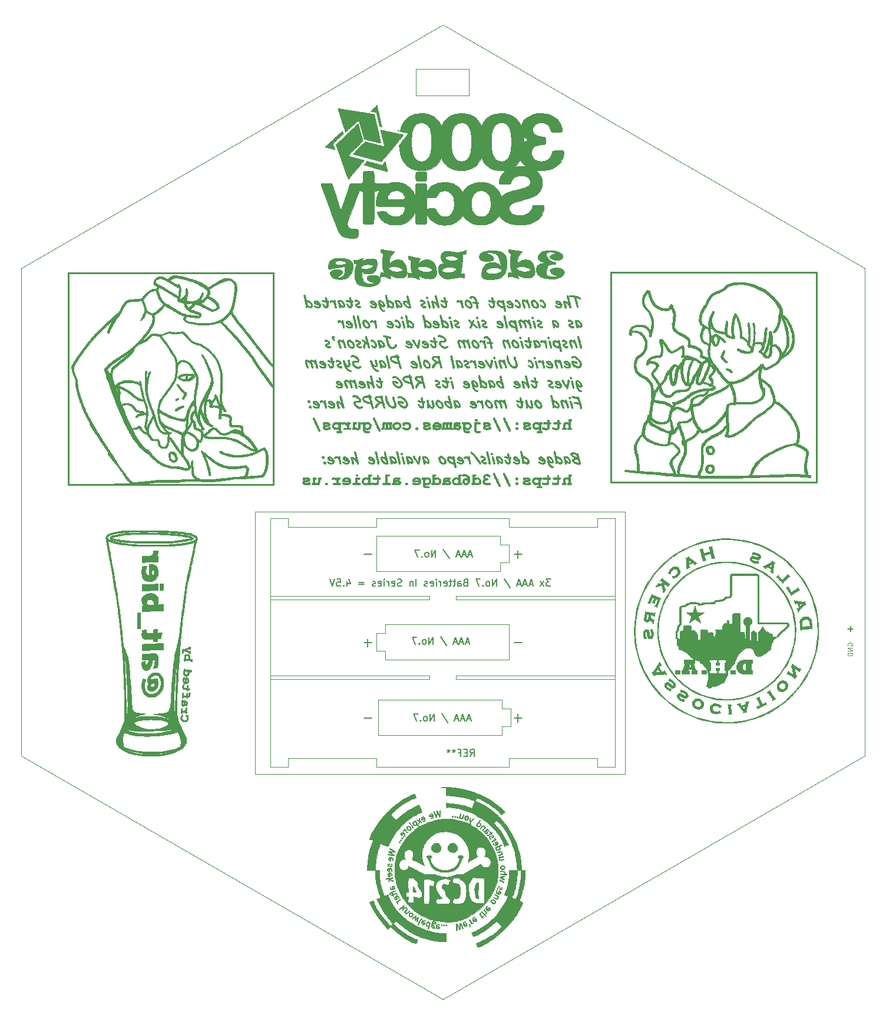
<source format=gbr>
G04 #@! TF.GenerationSoftware,KiCad,Pcbnew,(5.1.9)-1*
G04 #@! TF.CreationDate,2021-03-01T10:33:24-06:00*
G04 #@! TF.ProjectId,altbier_pcb_3d6,616c7462-6965-4725-9f70-63625f336436,1*
G04 #@! TF.SameCoordinates,Original*
G04 #@! TF.FileFunction,Legend,Bot*
G04 #@! TF.FilePolarity,Positive*
%FSLAX46Y46*%
G04 Gerber Fmt 4.6, Leading zero omitted, Abs format (unit mm)*
G04 Created by KiCad (PCBNEW (5.1.9)-1) date 2021-03-01 10:33:24*
%MOMM*%
%LPD*%
G01*
G04 APERTURE LIST*
G04 #@! TA.AperFunction,Profile*
%ADD10C,0.100000*%
G04 #@! TD*
G04 #@! TA.AperFunction,Profile*
%ADD11C,0.050000*%
G04 #@! TD*
%ADD12C,0.010000*%
%ADD13C,0.120000*%
%ADD14C,0.150000*%
%ADD15C,0.100000*%
G04 APERTURE END LIST*
D10*
X151104600Y-29286200D02*
X151104600Y-33096200D01*
X143484600Y-29286200D02*
X151104600Y-29286200D01*
X143484600Y-33096200D02*
X143484600Y-29286200D01*
X151104600Y-33096200D02*
X143484600Y-33096200D01*
D11*
X86741000Y-57889000D02*
X147362778Y-22889000D01*
X147362778Y-162889000D02*
X207984556Y-127889000D01*
X207984556Y-57889000D02*
X147362778Y-22889000D01*
X147362778Y-162889000D02*
X86741000Y-127889000D01*
X86741000Y-57889000D02*
X86741000Y-127889000D01*
X207984556Y-57889000D02*
X207984556Y-127889000D01*
D12*
G04 #@! TO.C,G\u002A\u002A\u002A*
G36*
X187704296Y-69633996D02*
G01*
X187656596Y-69667951D01*
X187616552Y-69721169D01*
X187564543Y-69806897D01*
X187510317Y-69906676D01*
X187463623Y-70002046D01*
X187434213Y-70074550D01*
X187428915Y-70099020D01*
X187416849Y-70144653D01*
X187385067Y-70228581D01*
X187340194Y-70333440D01*
X187335605Y-70343606D01*
X187292357Y-70447175D01*
X187264813Y-70529513D01*
X187258259Y-70574514D01*
X187259138Y-70576646D01*
X187254451Y-70614908D01*
X187244778Y-70623181D01*
X187240089Y-70659215D01*
X187272933Y-70728647D01*
X187288547Y-70752796D01*
X187332117Y-70808110D01*
X187404593Y-70890976D01*
X187496802Y-70991832D01*
X187599573Y-71101115D01*
X187703733Y-71209264D01*
X187800110Y-71306714D01*
X187879531Y-71383904D01*
X187932825Y-71431271D01*
X187949181Y-71441546D01*
X187990489Y-71446754D01*
X188052992Y-71454906D01*
X188129247Y-71447610D01*
X188186491Y-71392497D01*
X188189535Y-71387922D01*
X188222185Y-71331239D01*
X188217120Y-71300615D01*
X188181215Y-71276845D01*
X188128329Y-71240950D01*
X188064658Y-71183647D01*
X187984716Y-71098900D01*
X187946591Y-71054576D01*
X187706006Y-71054576D01*
X187690612Y-71069970D01*
X187675218Y-71054576D01*
X187690612Y-71039182D01*
X187706006Y-71054576D01*
X187946591Y-71054576D01*
X187883020Y-70980671D01*
X187867933Y-70962212D01*
X187552066Y-70962212D01*
X187536672Y-70977606D01*
X187521278Y-70962212D01*
X187536672Y-70946818D01*
X187552066Y-70962212D01*
X187867933Y-70962212D01*
X187817604Y-70900637D01*
X187490490Y-70900637D01*
X187475097Y-70916031D01*
X187459703Y-70900637D01*
X187475097Y-70885243D01*
X187490490Y-70900637D01*
X187817604Y-70900637D01*
X187754086Y-70822927D01*
X187648565Y-70690656D01*
X187593018Y-70613649D01*
X187573388Y-70558987D01*
X187583012Y-70504533D01*
X187588333Y-70490534D01*
X187631608Y-70381667D01*
X187633305Y-70377243D01*
X187398127Y-70377243D01*
X187382733Y-70392637D01*
X187367339Y-70377243D01*
X187382733Y-70361849D01*
X187398127Y-70377243D01*
X187633305Y-70377243D01*
X187657975Y-70312947D01*
X187673623Y-70267441D01*
X187684744Y-70228216D01*
X187686023Y-70223303D01*
X187704584Y-70164493D01*
X187738163Y-70068616D01*
X187779613Y-69956055D01*
X187781091Y-69952137D01*
X187823244Y-69829675D01*
X187839875Y-69748271D01*
X187833400Y-69694108D01*
X187828209Y-69682743D01*
X187773614Y-69630388D01*
X187704296Y-69633996D01*
G37*
X187704296Y-69633996D02*
X187656596Y-69667951D01*
X187616552Y-69721169D01*
X187564543Y-69806897D01*
X187510317Y-69906676D01*
X187463623Y-70002046D01*
X187434213Y-70074550D01*
X187428915Y-70099020D01*
X187416849Y-70144653D01*
X187385067Y-70228581D01*
X187340194Y-70333440D01*
X187335605Y-70343606D01*
X187292357Y-70447175D01*
X187264813Y-70529513D01*
X187258259Y-70574514D01*
X187259138Y-70576646D01*
X187254451Y-70614908D01*
X187244778Y-70623181D01*
X187240089Y-70659215D01*
X187272933Y-70728647D01*
X187288547Y-70752796D01*
X187332117Y-70808110D01*
X187404593Y-70890976D01*
X187496802Y-70991832D01*
X187599573Y-71101115D01*
X187703733Y-71209264D01*
X187800110Y-71306714D01*
X187879531Y-71383904D01*
X187932825Y-71431271D01*
X187949181Y-71441546D01*
X187990489Y-71446754D01*
X188052992Y-71454906D01*
X188129247Y-71447610D01*
X188186491Y-71392497D01*
X188189535Y-71387922D01*
X188222185Y-71331239D01*
X188217120Y-71300615D01*
X188181215Y-71276845D01*
X188128329Y-71240950D01*
X188064658Y-71183647D01*
X187984716Y-71098900D01*
X187946591Y-71054576D01*
X187706006Y-71054576D01*
X187690612Y-71069970D01*
X187675218Y-71054576D01*
X187690612Y-71039182D01*
X187706006Y-71054576D01*
X187946591Y-71054576D01*
X187883020Y-70980671D01*
X187867933Y-70962212D01*
X187552066Y-70962212D01*
X187536672Y-70977606D01*
X187521278Y-70962212D01*
X187536672Y-70946818D01*
X187552066Y-70962212D01*
X187867933Y-70962212D01*
X187817604Y-70900637D01*
X187490490Y-70900637D01*
X187475097Y-70916031D01*
X187459703Y-70900637D01*
X187475097Y-70885243D01*
X187490490Y-70900637D01*
X187817604Y-70900637D01*
X187754086Y-70822927D01*
X187648565Y-70690656D01*
X187593018Y-70613649D01*
X187573388Y-70558987D01*
X187583012Y-70504533D01*
X187588333Y-70490534D01*
X187631608Y-70381667D01*
X187633305Y-70377243D01*
X187398127Y-70377243D01*
X187382733Y-70392637D01*
X187367339Y-70377243D01*
X187382733Y-70361849D01*
X187398127Y-70377243D01*
X187633305Y-70377243D01*
X187657975Y-70312947D01*
X187673623Y-70267441D01*
X187684744Y-70228216D01*
X187686023Y-70223303D01*
X187704584Y-70164493D01*
X187738163Y-70068616D01*
X187779613Y-69956055D01*
X187781091Y-69952137D01*
X187823244Y-69829675D01*
X187839875Y-69748271D01*
X187833400Y-69694108D01*
X187828209Y-69682743D01*
X187773614Y-69630388D01*
X187704296Y-69633996D01*
G36*
X188027839Y-72268088D02*
G01*
X188002432Y-72283644D01*
X187972680Y-72314483D01*
X187970857Y-72345082D01*
X188003215Y-72381188D01*
X188076009Y-72428551D01*
X188195493Y-72492921D01*
X188273086Y-72532468D01*
X188397601Y-72600896D01*
X188512131Y-72673510D01*
X188596461Y-72737235D01*
X188611753Y-72751547D01*
X188711661Y-72838669D01*
X188789019Y-72871863D01*
X188849339Y-72852011D01*
X188890289Y-72796122D01*
X188916842Y-72726553D01*
X188911321Y-72666539D01*
X188867495Y-72604091D01*
X188779130Y-72527221D01*
X188745515Y-72501606D01*
X188352551Y-72501606D01*
X188337157Y-72517000D01*
X188321763Y-72501606D01*
X188337157Y-72486212D01*
X188352551Y-72501606D01*
X188745515Y-72501606D01*
X188731733Y-72491105D01*
X188573991Y-72388954D01*
X188413207Y-72312299D01*
X188260906Y-72264417D01*
X188128609Y-72248588D01*
X188027839Y-72268088D01*
G37*
X188027839Y-72268088D02*
X188002432Y-72283644D01*
X187972680Y-72314483D01*
X187970857Y-72345082D01*
X188003215Y-72381188D01*
X188076009Y-72428551D01*
X188195493Y-72492921D01*
X188273086Y-72532468D01*
X188397601Y-72600896D01*
X188512131Y-72673510D01*
X188596461Y-72737235D01*
X188611753Y-72751547D01*
X188711661Y-72838669D01*
X188789019Y-72871863D01*
X188849339Y-72852011D01*
X188890289Y-72796122D01*
X188916842Y-72726553D01*
X188911321Y-72666539D01*
X188867495Y-72604091D01*
X188779130Y-72527221D01*
X188745515Y-72501606D01*
X188352551Y-72501606D01*
X188337157Y-72517000D01*
X188321763Y-72501606D01*
X188337157Y-72486212D01*
X188352551Y-72501606D01*
X188745515Y-72501606D01*
X188731733Y-72491105D01*
X188573991Y-72388954D01*
X188413207Y-72312299D01*
X188260906Y-72264417D01*
X188128609Y-72248588D01*
X188027839Y-72268088D01*
G36*
X185540806Y-83385339D02*
G01*
X185318890Y-83452422D01*
X185198055Y-83509551D01*
X185122318Y-83578021D01*
X185085411Y-83670465D01*
X185081069Y-83799518D01*
X185092673Y-83908515D01*
X185119286Y-84071374D01*
X185151625Y-84192264D01*
X185196900Y-84290773D01*
X185262319Y-84386491D01*
X185274108Y-84401557D01*
X185399936Y-84533634D01*
X185530675Y-84611698D01*
X185679722Y-84642725D01*
X185739215Y-84643751D01*
X185853718Y-84634981D01*
X185958051Y-84616825D01*
X185997299Y-84605266D01*
X186159266Y-84516165D01*
X186223022Y-84447303D01*
X185396915Y-84447303D01*
X185381521Y-84462697D01*
X185366127Y-84447303D01*
X185381521Y-84431909D01*
X185396915Y-84447303D01*
X186223022Y-84447303D01*
X186273659Y-84392611D01*
X186339229Y-84240716D01*
X186353011Y-84085874D01*
X186085305Y-84085874D01*
X186076829Y-84160211D01*
X186048985Y-84245626D01*
X186019770Y-84301061D01*
X185965257Y-84352233D01*
X185879292Y-84369963D01*
X185858775Y-84370334D01*
X185779105Y-84361568D01*
X185713121Y-84326984D01*
X185637808Y-84254151D01*
X185632188Y-84247958D01*
X185565693Y-84164758D01*
X185518278Y-84087776D01*
X185505703Y-84055534D01*
X185470241Y-83893609D01*
X185449572Y-83783254D01*
X185442445Y-83716591D01*
X185447134Y-83686467D01*
X185483246Y-83675757D01*
X185564399Y-83670566D01*
X185674231Y-83671810D01*
X185693784Y-83672687D01*
X185812817Y-83680071D01*
X185886840Y-83691769D01*
X185932391Y-83713990D01*
X185966007Y-83752941D01*
X185984147Y-83781683D01*
X186024502Y-83868041D01*
X186043287Y-83947650D01*
X186043460Y-83953624D01*
X186053322Y-84017392D01*
X186070119Y-84044509D01*
X186085305Y-84085874D01*
X186353011Y-84085874D01*
X186354728Y-84066591D01*
X186318908Y-83876350D01*
X186230519Y-83676104D01*
X186198136Y-83622151D01*
X186086931Y-83492879D01*
X186043460Y-83492879D01*
X186028066Y-83508273D01*
X186012672Y-83492879D01*
X186028066Y-83477485D01*
X186043460Y-83492879D01*
X186086931Y-83492879D01*
X186078266Y-83482807D01*
X185935252Y-83400515D01*
X185735581Y-83400515D01*
X185720187Y-83415909D01*
X185704793Y-83400515D01*
X185720187Y-83385121D01*
X185735581Y-83400515D01*
X185935252Y-83400515D01*
X185929052Y-83396948D01*
X185750048Y-83364488D01*
X185540806Y-83385339D01*
G37*
X185540806Y-83385339D02*
X185318890Y-83452422D01*
X185198055Y-83509551D01*
X185122318Y-83578021D01*
X185085411Y-83670465D01*
X185081069Y-83799518D01*
X185092673Y-83908515D01*
X185119286Y-84071374D01*
X185151625Y-84192264D01*
X185196900Y-84290773D01*
X185262319Y-84386491D01*
X185274108Y-84401557D01*
X185399936Y-84533634D01*
X185530675Y-84611698D01*
X185679722Y-84642725D01*
X185739215Y-84643751D01*
X185853718Y-84634981D01*
X185958051Y-84616825D01*
X185997299Y-84605266D01*
X186159266Y-84516165D01*
X186223022Y-84447303D01*
X185396915Y-84447303D01*
X185381521Y-84462697D01*
X185366127Y-84447303D01*
X185381521Y-84431909D01*
X185396915Y-84447303D01*
X186223022Y-84447303D01*
X186273659Y-84392611D01*
X186339229Y-84240716D01*
X186353011Y-84085874D01*
X186085305Y-84085874D01*
X186076829Y-84160211D01*
X186048985Y-84245626D01*
X186019770Y-84301061D01*
X185965257Y-84352233D01*
X185879292Y-84369963D01*
X185858775Y-84370334D01*
X185779105Y-84361568D01*
X185713121Y-84326984D01*
X185637808Y-84254151D01*
X185632188Y-84247958D01*
X185565693Y-84164758D01*
X185518278Y-84087776D01*
X185505703Y-84055534D01*
X185470241Y-83893609D01*
X185449572Y-83783254D01*
X185442445Y-83716591D01*
X185447134Y-83686467D01*
X185483246Y-83675757D01*
X185564399Y-83670566D01*
X185674231Y-83671810D01*
X185693784Y-83672687D01*
X185812817Y-83680071D01*
X185886840Y-83691769D01*
X185932391Y-83713990D01*
X185966007Y-83752941D01*
X185984147Y-83781683D01*
X186024502Y-83868041D01*
X186043287Y-83947650D01*
X186043460Y-83953624D01*
X186053322Y-84017392D01*
X186070119Y-84044509D01*
X186085305Y-84085874D01*
X186353011Y-84085874D01*
X186354728Y-84066591D01*
X186318908Y-83876350D01*
X186230519Y-83676104D01*
X186198136Y-83622151D01*
X186086931Y-83492879D01*
X186043460Y-83492879D01*
X186028066Y-83508273D01*
X186012672Y-83492879D01*
X186028066Y-83477485D01*
X186043460Y-83492879D01*
X186086931Y-83492879D01*
X186078266Y-83482807D01*
X185935252Y-83400515D01*
X185735581Y-83400515D01*
X185720187Y-83415909D01*
X185704793Y-83400515D01*
X185720187Y-83385121D01*
X185735581Y-83400515D01*
X185935252Y-83400515D01*
X185929052Y-83396948D01*
X185750048Y-83364488D01*
X185540806Y-83385339D01*
G36*
X185657435Y-86037130D02*
G01*
X185536847Y-86065020D01*
X185427839Y-86102373D01*
X185351352Y-86142796D01*
X185335339Y-86157426D01*
X185296045Y-86182959D01*
X185267381Y-86195290D01*
X185220814Y-86231255D01*
X185160934Y-86301209D01*
X185128835Y-86346984D01*
X185082698Y-86426481D01*
X185056605Y-86501817D01*
X185045141Y-86595864D01*
X185042854Y-86710212D01*
X185054601Y-86895922D01*
X185093801Y-87036974D01*
X185166387Y-87146407D01*
X185278296Y-87237257D01*
X185284646Y-87241303D01*
X185370798Y-87289073D01*
X185453219Y-87314573D01*
X185557541Y-87323958D01*
X185631052Y-87324500D01*
X185765156Y-87316332D01*
X185897467Y-87296624D01*
X185981884Y-87275013D01*
X186047852Y-87249000D01*
X185889521Y-87249000D01*
X185874127Y-87264394D01*
X185858733Y-87249000D01*
X185874127Y-87233606D01*
X185889521Y-87249000D01*
X186047852Y-87249000D01*
X186096787Y-87229704D01*
X186170857Y-87180935D01*
X186223408Y-87112049D01*
X186261951Y-87033485D01*
X186290686Y-86941121D01*
X186228187Y-86941121D01*
X186212793Y-86956515D01*
X186197400Y-86941121D01*
X186212793Y-86925727D01*
X186228187Y-86941121D01*
X186290686Y-86941121D01*
X186321915Y-86840741D01*
X186340084Y-86664031D01*
X186320551Y-86664031D01*
X186305157Y-86679424D01*
X186289763Y-86664031D01*
X186305157Y-86648637D01*
X186320551Y-86664031D01*
X186340084Y-86664031D01*
X186343059Y-86635107D01*
X186339606Y-86602961D01*
X186015988Y-86602961D01*
X186010322Y-86768367D01*
X186007635Y-86786305D01*
X185966341Y-86922251D01*
X185890207Y-87009731D01*
X185774020Y-87054262D01*
X185750975Y-87057820D01*
X185682956Y-87067750D01*
X185649386Y-87074740D01*
X185618825Y-87065546D01*
X185556820Y-87036544D01*
X185550238Y-87033166D01*
X185447160Y-86957910D01*
X185393500Y-86860001D01*
X185386878Y-86731755D01*
X185415233Y-86597337D01*
X185458547Y-86475937D01*
X185508528Y-86402853D01*
X185575683Y-86364943D01*
X185607291Y-86357141D01*
X185685985Y-86332456D01*
X185736715Y-86309363D01*
X185787016Y-86292325D01*
X185834414Y-86309217D01*
X185893467Y-86359933D01*
X185978139Y-86470934D01*
X186015988Y-86602961D01*
X186339606Y-86602961D01*
X186322555Y-86444233D01*
X186322309Y-86443222D01*
X186252782Y-86268513D01*
X186165431Y-86166293D01*
X186125561Y-86166293D01*
X186121335Y-86184596D01*
X186105036Y-86186818D01*
X186079694Y-86175554D01*
X186084511Y-86166293D01*
X186121049Y-86162608D01*
X186125561Y-86166293D01*
X186165431Y-86166293D01*
X186142252Y-86139169D01*
X185993620Y-86057380D01*
X185809786Y-86025339D01*
X185768660Y-86025100D01*
X185657435Y-86037130D01*
G37*
X185657435Y-86037130D02*
X185536847Y-86065020D01*
X185427839Y-86102373D01*
X185351352Y-86142796D01*
X185335339Y-86157426D01*
X185296045Y-86182959D01*
X185267381Y-86195290D01*
X185220814Y-86231255D01*
X185160934Y-86301209D01*
X185128835Y-86346984D01*
X185082698Y-86426481D01*
X185056605Y-86501817D01*
X185045141Y-86595864D01*
X185042854Y-86710212D01*
X185054601Y-86895922D01*
X185093801Y-87036974D01*
X185166387Y-87146407D01*
X185278296Y-87237257D01*
X185284646Y-87241303D01*
X185370798Y-87289073D01*
X185453219Y-87314573D01*
X185557541Y-87323958D01*
X185631052Y-87324500D01*
X185765156Y-87316332D01*
X185897467Y-87296624D01*
X185981884Y-87275013D01*
X186047852Y-87249000D01*
X185889521Y-87249000D01*
X185874127Y-87264394D01*
X185858733Y-87249000D01*
X185874127Y-87233606D01*
X185889521Y-87249000D01*
X186047852Y-87249000D01*
X186096787Y-87229704D01*
X186170857Y-87180935D01*
X186223408Y-87112049D01*
X186261951Y-87033485D01*
X186290686Y-86941121D01*
X186228187Y-86941121D01*
X186212793Y-86956515D01*
X186197400Y-86941121D01*
X186212793Y-86925727D01*
X186228187Y-86941121D01*
X186290686Y-86941121D01*
X186321915Y-86840741D01*
X186340084Y-86664031D01*
X186320551Y-86664031D01*
X186305157Y-86679424D01*
X186289763Y-86664031D01*
X186305157Y-86648637D01*
X186320551Y-86664031D01*
X186340084Y-86664031D01*
X186343059Y-86635107D01*
X186339606Y-86602961D01*
X186015988Y-86602961D01*
X186010322Y-86768367D01*
X186007635Y-86786305D01*
X185966341Y-86922251D01*
X185890207Y-87009731D01*
X185774020Y-87054262D01*
X185750975Y-87057820D01*
X185682956Y-87067750D01*
X185649386Y-87074740D01*
X185618825Y-87065546D01*
X185556820Y-87036544D01*
X185550238Y-87033166D01*
X185447160Y-86957910D01*
X185393500Y-86860001D01*
X185386878Y-86731755D01*
X185415233Y-86597337D01*
X185458547Y-86475937D01*
X185508528Y-86402853D01*
X185575683Y-86364943D01*
X185607291Y-86357141D01*
X185685985Y-86332456D01*
X185736715Y-86309363D01*
X185787016Y-86292325D01*
X185834414Y-86309217D01*
X185893467Y-86359933D01*
X185978139Y-86470934D01*
X186015988Y-86602961D01*
X186339606Y-86602961D01*
X186322555Y-86444233D01*
X186322309Y-86443222D01*
X186252782Y-86268513D01*
X186165431Y-86166293D01*
X186125561Y-86166293D01*
X186121335Y-86184596D01*
X186105036Y-86186818D01*
X186079694Y-86175554D01*
X186084511Y-86166293D01*
X186121049Y-86162608D01*
X186125561Y-86166293D01*
X186165431Y-86166293D01*
X186142252Y-86139169D01*
X185993620Y-86057380D01*
X185809786Y-86025339D01*
X185768660Y-86025100D01*
X185657435Y-86037130D01*
G36*
X189526950Y-59898965D02*
G01*
X189181157Y-59927292D01*
X188876282Y-59976353D01*
X188603256Y-60047808D01*
X188353006Y-60143315D01*
X188239947Y-60197355D01*
X188140288Y-60256802D01*
X188030984Y-60335786D01*
X187922152Y-60425044D01*
X187823915Y-60515316D01*
X187746390Y-60597339D01*
X187699698Y-60661853D01*
X187692841Y-60698062D01*
X187697727Y-60720201D01*
X187678035Y-60711590D01*
X187632070Y-60711947D01*
X187579819Y-60744343D01*
X187543430Y-60790051D01*
X187542155Y-60826478D01*
X187541369Y-60843218D01*
X187528178Y-60837264D01*
X187489124Y-60841972D01*
X187406734Y-60869776D01*
X187292732Y-60916208D01*
X187158843Y-60976801D01*
X187146269Y-60982772D01*
X186999789Y-61051028D01*
X186861388Y-61112716D01*
X186747014Y-61160897D01*
X186674612Y-61188006D01*
X186429662Y-61282294D01*
X186190270Y-61404477D01*
X185980686Y-61541699D01*
X185925707Y-61585156D01*
X185799653Y-61699182D01*
X185704286Y-61803860D01*
X185645581Y-61891363D01*
X185629511Y-61953869D01*
X185634176Y-61967036D01*
X185632478Y-61982449D01*
X185619102Y-61976275D01*
X185583744Y-61987467D01*
X185529958Y-62040827D01*
X185493431Y-62089267D01*
X185434240Y-62185900D01*
X185364610Y-62315449D01*
X185292459Y-62461214D01*
X185225706Y-62606498D01*
X185172267Y-62734602D01*
X185140061Y-62828828D01*
X185137216Y-62840508D01*
X185093578Y-62936129D01*
X185011615Y-63039341D01*
X184908458Y-63130974D01*
X184838014Y-63175319D01*
X184773576Y-63218959D01*
X184755349Y-63269204D01*
X184759179Y-63302699D01*
X184753248Y-63379079D01*
X184704125Y-63472501D01*
X184677641Y-63509243D01*
X184637689Y-63564756D01*
X184599614Y-63625290D01*
X184558559Y-63700444D01*
X184509668Y-63799818D01*
X184448086Y-63933011D01*
X184368955Y-64109621D01*
X184333821Y-64188879D01*
X184283656Y-64319665D01*
X184241335Y-64460131D01*
X184222920Y-64542940D01*
X184203912Y-64653247D01*
X184187237Y-64749895D01*
X184180436Y-64789243D01*
X184143087Y-65033067D01*
X184125247Y-65231260D01*
X184127521Y-65396791D01*
X184150511Y-65542631D01*
X184194823Y-65681751D01*
X184225304Y-65753153D01*
X184308216Y-65891495D01*
X184427947Y-66037100D01*
X184566413Y-66169350D01*
X184640486Y-66226470D01*
X184730723Y-66289815D01*
X184615547Y-66446716D01*
X184551327Y-66544236D01*
X184503263Y-66635708D01*
X184485000Y-66688382D01*
X184465217Y-66762512D01*
X184445113Y-66804892D01*
X184418382Y-66857638D01*
X184399345Y-66913606D01*
X184379117Y-66986807D01*
X184350311Y-67090975D01*
X184331241Y-67159909D01*
X184297286Y-67356194D01*
X184290763Y-67581105D01*
X184310111Y-67811235D01*
X184353772Y-68023179D01*
X184396918Y-68145801D01*
X184447661Y-68254552D01*
X184496050Y-68346382D01*
X184530904Y-68400434D01*
X184588593Y-68451732D01*
X184683617Y-68518098D01*
X184804827Y-68593524D01*
X184941075Y-68672004D01*
X185081210Y-68747530D01*
X185214083Y-68814094D01*
X185328545Y-68865690D01*
X185413446Y-68896311D01*
X185457637Y-68899949D01*
X185457814Y-68899842D01*
X185472570Y-68892633D01*
X185482030Y-68897546D01*
X185485735Y-68922411D01*
X185483227Y-68975054D01*
X185474050Y-69063302D01*
X185457746Y-69194983D01*
X185433857Y-69377925D01*
X185426688Y-69432267D01*
X185403016Y-69616569D01*
X185387800Y-69756535D01*
X185380780Y-69868780D01*
X185381697Y-69969924D01*
X185390289Y-70076585D01*
X185406297Y-70205380D01*
X185413745Y-70259782D01*
X185435930Y-70408845D01*
X185458591Y-70541876D01*
X185478880Y-70643181D01*
X185492400Y-70693331D01*
X185509836Y-70764727D01*
X185492246Y-70787891D01*
X185473792Y-70777485D01*
X184811945Y-70777485D01*
X184796551Y-70792879D01*
X184781157Y-70777485D01*
X184796551Y-70762091D01*
X184811945Y-70777485D01*
X185473792Y-70777485D01*
X185442602Y-70759898D01*
X185433164Y-70751640D01*
X185426464Y-70746697D01*
X184750369Y-70746697D01*
X184734975Y-70762091D01*
X184719581Y-70746697D01*
X184734975Y-70731303D01*
X184750369Y-70746697D01*
X185426464Y-70746697D01*
X185379055Y-70711725D01*
X185348309Y-70699471D01*
X185305175Y-70686366D01*
X185230232Y-70654643D01*
X185196793Y-70638940D01*
X185117092Y-70602516D01*
X185061495Y-70580883D01*
X185050822Y-70578409D01*
X185013566Y-70566130D01*
X184935818Y-70534605D01*
X184934242Y-70533923D01*
X184774637Y-70533923D01*
X184764288Y-70533978D01*
X184719581Y-70513316D01*
X184658702Y-70482658D01*
X184629783Y-70465436D01*
X184621978Y-70449983D01*
X184650243Y-70455580D01*
X184695580Y-70475719D01*
X184736788Y-70502093D01*
X184774637Y-70533923D01*
X184934242Y-70533923D01*
X184833094Y-70490174D01*
X184813079Y-70481264D01*
X184598155Y-70385164D01*
X184605418Y-70315667D01*
X184380915Y-70315667D01*
X184365521Y-70331061D01*
X184350127Y-70315667D01*
X184365521Y-70300273D01*
X184380915Y-70315667D01*
X184605418Y-70315667D01*
X184616673Y-70207991D01*
X184616816Y-70192515D01*
X184411703Y-70192515D01*
X184396309Y-70207909D01*
X184380915Y-70192515D01*
X184396309Y-70177121D01*
X184411703Y-70192515D01*
X184616816Y-70192515D01*
X184618578Y-70002657D01*
X184463016Y-70002657D01*
X184458789Y-70020960D01*
X184442490Y-70023182D01*
X184417149Y-70011917D01*
X184421965Y-70002657D01*
X184458503Y-69998972D01*
X184463016Y-70002657D01*
X184618578Y-70002657D01*
X184618641Y-69995931D01*
X184614294Y-69977000D01*
X184565642Y-69977000D01*
X184550248Y-69992394D01*
X184534854Y-69977000D01*
X184550248Y-69961606D01*
X184565642Y-69977000D01*
X184614294Y-69977000D01*
X184600154Y-69915424D01*
X184504066Y-69915424D01*
X184488672Y-69930818D01*
X184473278Y-69915424D01*
X184488672Y-69900031D01*
X184504066Y-69915424D01*
X184600154Y-69915424D01*
X184575294Y-69807169D01*
X184567239Y-69792273D01*
X184380915Y-69792273D01*
X184365521Y-69807667D01*
X184350127Y-69792273D01*
X184365521Y-69776879D01*
X184380915Y-69792273D01*
X184567239Y-69792273D01*
X184533940Y-69730697D01*
X184226975Y-69730697D01*
X184211581Y-69746091D01*
X184196187Y-69730697D01*
X184211581Y-69715303D01*
X184226975Y-69730697D01*
X184533940Y-69730697D01*
X184483992Y-69638334D01*
X184442490Y-69638334D01*
X184427097Y-69653727D01*
X184411703Y-69638334D01*
X184427097Y-69622940D01*
X184442490Y-69638334D01*
X184483992Y-69638334D01*
X184483373Y-69637190D01*
X184456006Y-69607546D01*
X184226975Y-69607546D01*
X184211581Y-69622940D01*
X184196187Y-69607546D01*
X184211581Y-69592152D01*
X184226975Y-69607546D01*
X184456006Y-69607546D01*
X184399158Y-69545970D01*
X184350127Y-69545970D01*
X184334733Y-69561364D01*
X184319339Y-69545970D01*
X184011460Y-69545970D01*
X183996066Y-69561364D01*
X183980672Y-69545970D01*
X183996066Y-69530576D01*
X184011460Y-69545970D01*
X184319339Y-69545970D01*
X184334733Y-69530576D01*
X184350127Y-69545970D01*
X184399158Y-69545970D01*
X184370735Y-69515182D01*
X184165400Y-69515182D01*
X184150006Y-69530576D01*
X184134612Y-69515182D01*
X183949884Y-69515182D01*
X183934490Y-69530576D01*
X183919097Y-69515182D01*
X183934490Y-69499788D01*
X183949884Y-69515182D01*
X184134612Y-69515182D01*
X184150006Y-69499788D01*
X184165400Y-69515182D01*
X184370735Y-69515182D01*
X184354672Y-69497784D01*
X184281003Y-69497784D01*
X184276791Y-69499788D01*
X184256836Y-69484394D01*
X183857521Y-69484394D01*
X183842127Y-69499788D01*
X183826733Y-69484394D01*
X183842127Y-69469000D01*
X183857521Y-69484394D01*
X184256836Y-69484394D01*
X184248695Y-69478114D01*
X184242369Y-69469000D01*
X184234524Y-69440217D01*
X184238735Y-69438212D01*
X184266832Y-69459886D01*
X184273157Y-69469000D01*
X184281003Y-69497784D01*
X184354672Y-69497784D01*
X184339622Y-69481483D01*
X184208777Y-69385440D01*
X184155184Y-69385440D01*
X184143304Y-69402344D01*
X184134224Y-69408316D01*
X184071576Y-69436074D01*
X184043094Y-69421774D01*
X184042248Y-69413976D01*
X184068443Y-69393017D01*
X184111133Y-69384551D01*
X184155184Y-69385440D01*
X184208777Y-69385440D01*
X184140782Y-69335531D01*
X184131517Y-69330455D01*
X183518854Y-69330455D01*
X183503460Y-69345849D01*
X183488066Y-69330455D01*
X183503460Y-69315061D01*
X183518854Y-69330455D01*
X184131517Y-69330455D01*
X184065948Y-69294536D01*
X184001198Y-69294536D01*
X183996971Y-69312839D01*
X183980672Y-69315061D01*
X183955330Y-69303796D01*
X183960147Y-69294536D01*
X183996685Y-69290851D01*
X184001198Y-69294536D01*
X184065948Y-69294536D01*
X184019113Y-69268879D01*
X183919097Y-69268879D01*
X183903703Y-69284273D01*
X183888309Y-69268879D01*
X183642006Y-69268879D01*
X183626612Y-69284273D01*
X183611218Y-69268879D01*
X183626612Y-69253485D01*
X183642006Y-69268879D01*
X183888309Y-69268879D01*
X183903703Y-69253485D01*
X183919097Y-69268879D01*
X184019113Y-69268879D01*
X183906709Y-69207303D01*
X183826733Y-69207303D01*
X183811339Y-69222697D01*
X183795945Y-69207303D01*
X183811339Y-69191909D01*
X183826733Y-69207303D01*
X183906709Y-69207303D01*
X183886495Y-69196230D01*
X183774385Y-69145727D01*
X182933884Y-69145727D01*
X182918490Y-69161121D01*
X182903097Y-69145727D01*
X182918490Y-69130334D01*
X182933884Y-69145727D01*
X183774385Y-69145727D01*
X183727266Y-69124501D01*
X183557121Y-69057231D01*
X183400701Y-69003762D01*
X183318733Y-68980992D01*
X183187154Y-68947302D01*
X183065080Y-68912119D01*
X183027176Y-68899424D01*
X182872309Y-68899424D01*
X182856915Y-68914818D01*
X182841521Y-68899424D01*
X182856915Y-68884031D01*
X182872309Y-68899424D01*
X183027176Y-68899424D01*
X182975927Y-68882260D01*
X182966169Y-68878385D01*
X182859907Y-68834558D01*
X182858411Y-68528325D01*
X182856065Y-68381829D01*
X182848361Y-68278467D01*
X182831748Y-68199822D01*
X182815952Y-68160515D01*
X182533642Y-68160515D01*
X182518248Y-68175909D01*
X182502854Y-68160515D01*
X182518248Y-68145121D01*
X182533642Y-68160515D01*
X182815952Y-68160515D01*
X182802675Y-68127479D01*
X182771449Y-68068152D01*
X182718369Y-68068152D01*
X182702975Y-68083546D01*
X182687581Y-68068152D01*
X182702975Y-68052758D01*
X182718369Y-68068152D01*
X182771449Y-68068152D01*
X182768635Y-68062807D01*
X182752383Y-68037364D01*
X182441278Y-68037364D01*
X182425884Y-68052758D01*
X182410490Y-68037364D01*
X182425884Y-68021970D01*
X182441278Y-68037364D01*
X182752383Y-68037364D01*
X182710770Y-67972220D01*
X182662833Y-67923529D01*
X182640901Y-67918664D01*
X182613417Y-67914212D01*
X182533642Y-67914212D01*
X182518248Y-67929606D01*
X182318127Y-67929606D01*
X182307622Y-67959594D01*
X182304550Y-67960394D01*
X182278264Y-67938820D01*
X182271945Y-67929606D01*
X182274386Y-67901236D01*
X182285522Y-67898818D01*
X182316874Y-67921168D01*
X182318127Y-67929606D01*
X182518248Y-67929606D01*
X182502854Y-67914212D01*
X182518248Y-67898818D01*
X182533642Y-67914212D01*
X182613417Y-67914212D01*
X182591834Y-67910716D01*
X182578181Y-67896160D01*
X182572475Y-67872939D01*
X182590461Y-67880484D01*
X182621457Y-67886837D01*
X182621652Y-67860040D01*
X182593430Y-67818813D01*
X182581172Y-67807574D01*
X182528478Y-67785658D01*
X182503440Y-67790699D01*
X182490251Y-67788764D01*
X182159742Y-67788764D01*
X182152483Y-67804829D01*
X182135217Y-67806455D01*
X182093468Y-67784094D01*
X182087436Y-67776020D01*
X182092391Y-67758524D01*
X182116407Y-67763920D01*
X182159742Y-67788764D01*
X182490251Y-67788764D01*
X182478936Y-67787104D01*
X182479000Y-67770258D01*
X182465945Y-67737886D01*
X182450083Y-67736813D01*
X182423673Y-67722101D01*
X182425422Y-67706025D01*
X182406291Y-67675237D01*
X182345583Y-67622134D01*
X182255280Y-67554780D01*
X182147368Y-67481238D01*
X182033829Y-67409571D01*
X182001268Y-67390818D01*
X181917884Y-67390818D01*
X181902490Y-67406212D01*
X181887097Y-67390818D01*
X181332915Y-67390818D01*
X181317521Y-67406212D01*
X181302127Y-67390818D01*
X181317521Y-67375424D01*
X181332915Y-67390818D01*
X181887097Y-67390818D01*
X181902490Y-67375424D01*
X181917884Y-67390818D01*
X182001268Y-67390818D01*
X181947812Y-67360031D01*
X181856309Y-67360031D01*
X181840915Y-67375424D01*
X181825521Y-67360031D01*
X181840915Y-67344637D01*
X181856309Y-67360031D01*
X181947812Y-67360031D01*
X181926646Y-67347841D01*
X181875355Y-67322595D01*
X181754631Y-67322595D01*
X181741389Y-67339889D01*
X181732769Y-67345528D01*
X181689068Y-67371087D01*
X181670325Y-67366515D01*
X181660137Y-67351028D01*
X181673379Y-67330151D01*
X181711811Y-67321603D01*
X181754631Y-67322595D01*
X181875355Y-67322595D01*
X181837804Y-67304112D01*
X181823360Y-67298455D01*
X181178975Y-67298455D01*
X181163581Y-67313849D01*
X181148187Y-67298455D01*
X181163581Y-67283061D01*
X181178975Y-67298455D01*
X181823360Y-67298455D01*
X181814550Y-67295005D01*
X181743329Y-67265695D01*
X181680188Y-67236879D01*
X181579218Y-67236879D01*
X181563824Y-67252273D01*
X181548430Y-67236879D01*
X181563824Y-67221485D01*
X181579218Y-67236879D01*
X181680188Y-67236879D01*
X181636265Y-67216834D01*
X181512221Y-67157137D01*
X181486862Y-67144515D01*
X181394490Y-67144515D01*
X181379097Y-67159909D01*
X181363703Y-67144515D01*
X181379097Y-67129121D01*
X181394490Y-67144515D01*
X181486862Y-67144515D01*
X181462449Y-67132364D01*
X181347284Y-67078336D01*
X181251090Y-67040390D01*
X181187912Y-67023728D01*
X181172904Y-67025116D01*
X181152801Y-67027449D01*
X181157756Y-67015395D01*
X181144306Y-66983385D01*
X181091798Y-66925229D01*
X181027795Y-66867424D01*
X180963460Y-66867424D01*
X180948066Y-66882818D01*
X180932672Y-66867424D01*
X180948066Y-66852031D01*
X180963460Y-66867424D01*
X181027795Y-66867424D01*
X181010427Y-66851738D01*
X180979698Y-66826540D01*
X180869001Y-66729285D01*
X180763359Y-66622138D01*
X180762514Y-66621121D01*
X180470854Y-66621121D01*
X180455460Y-66636515D01*
X180440066Y-66621121D01*
X180455460Y-66605727D01*
X180470854Y-66621121D01*
X180762514Y-66621121D01*
X180736930Y-66590334D01*
X180532430Y-66590334D01*
X180517036Y-66605727D01*
X180501642Y-66590334D01*
X180517036Y-66574940D01*
X180532430Y-66590334D01*
X180736930Y-66590334D01*
X180684498Y-66527241D01*
X180680584Y-66521690D01*
X180665489Y-66497970D01*
X180624793Y-66497970D01*
X180609400Y-66513364D01*
X180594006Y-66497970D01*
X180609400Y-66482576D01*
X180624793Y-66497970D01*
X180665489Y-66497970D01*
X180623205Y-66431526D01*
X180592832Y-66354480D01*
X180581562Y-66263060D01*
X180580817Y-66174697D01*
X180584826Y-66004804D01*
X180592339Y-65859210D01*
X180598613Y-65789849D01*
X180316915Y-65789849D01*
X180301521Y-65805243D01*
X180286127Y-65789849D01*
X180301521Y-65774455D01*
X180316915Y-65789849D01*
X180598613Y-65789849D01*
X180602508Y-65746790D01*
X180614483Y-65676417D01*
X180627416Y-65656966D01*
X180630051Y-65659980D01*
X180646180Y-65661157D01*
X180661869Y-65609893D01*
X180676196Y-65512758D01*
X180624793Y-65512758D01*
X180609400Y-65528152D01*
X180594006Y-65512758D01*
X180609400Y-65497364D01*
X180624793Y-65512758D01*
X180676196Y-65512758D01*
X180677543Y-65503630D01*
X180693628Y-65339809D01*
X180703100Y-65220273D01*
X180714643Y-65081263D01*
X180727599Y-64949669D01*
X180735735Y-64881606D01*
X180686369Y-64881606D01*
X180675104Y-64906948D01*
X180665844Y-64902132D01*
X180662159Y-64865593D01*
X180665844Y-64861081D01*
X180684147Y-64865307D01*
X180686369Y-64881606D01*
X180735735Y-64881606D01*
X180739519Y-64849953D01*
X180741650Y-64835424D01*
X180755668Y-64666091D01*
X180717157Y-64666091D01*
X180705892Y-64691433D01*
X180696632Y-64686616D01*
X180696115Y-64681485D01*
X180624793Y-64681485D01*
X180609400Y-64696879D01*
X180594006Y-64681485D01*
X180563218Y-64681485D01*
X180547824Y-64696879D01*
X180532430Y-64681485D01*
X180547824Y-64666091D01*
X180563218Y-64681485D01*
X180594006Y-64681485D01*
X180609400Y-64666091D01*
X180624793Y-64681485D01*
X180696115Y-64681485D01*
X180692947Y-64650078D01*
X180696632Y-64645566D01*
X180714935Y-64649792D01*
X180717157Y-64666091D01*
X180755668Y-64666091D01*
X180756908Y-64651123D01*
X180754521Y-64558334D01*
X180655581Y-64558334D01*
X180640187Y-64573727D01*
X180563218Y-64573727D01*
X180551953Y-64599069D01*
X180542692Y-64594253D01*
X180539008Y-64557715D01*
X180542692Y-64553202D01*
X180560996Y-64557428D01*
X180563218Y-64573727D01*
X180640187Y-64573727D01*
X180624793Y-64558334D01*
X180640187Y-64542940D01*
X180655581Y-64558334D01*
X180754521Y-64558334D01*
X180751802Y-64452701D01*
X180748847Y-64430051D01*
X180706895Y-64430051D01*
X180702668Y-64448354D01*
X180686369Y-64450576D01*
X180532430Y-64450576D01*
X180521165Y-64475918D01*
X180511905Y-64471101D01*
X180508220Y-64434563D01*
X180511905Y-64430051D01*
X180530208Y-64434277D01*
X180532430Y-64450576D01*
X180686369Y-64450576D01*
X180661027Y-64439311D01*
X180665844Y-64430051D01*
X180702382Y-64426366D01*
X180706895Y-64430051D01*
X180748847Y-64430051D01*
X180741482Y-64373606D01*
X180717157Y-64373606D01*
X180701763Y-64389000D01*
X180686369Y-64373606D01*
X180701763Y-64358212D01*
X180717157Y-64373606D01*
X180741482Y-64373606D01*
X180727846Y-64269100D01*
X180723293Y-64250455D01*
X180686369Y-64250455D01*
X180670975Y-64265849D01*
X180655581Y-64250455D01*
X180670975Y-64235061D01*
X180686369Y-64250455D01*
X180723293Y-64250455D01*
X180707707Y-64186642D01*
X180690932Y-64138853D01*
X180647582Y-64138853D01*
X180625028Y-64124097D01*
X180620973Y-64120119D01*
X180596654Y-64079753D01*
X180599952Y-64064913D01*
X180622854Y-64074152D01*
X180638208Y-64102884D01*
X180647582Y-64138853D01*
X180690932Y-64138853D01*
X180676200Y-64096885D01*
X180633458Y-63988758D01*
X180594006Y-63988758D01*
X180582741Y-64014100D01*
X180573480Y-64009283D01*
X180569796Y-63972745D01*
X180573480Y-63968233D01*
X180591784Y-63972459D01*
X180594006Y-63988758D01*
X180633458Y-63988758D01*
X180625819Y-63969435D01*
X180601558Y-63911788D01*
X180563218Y-63911788D01*
X180547824Y-63927182D01*
X180532430Y-63911788D01*
X180547824Y-63896394D01*
X180563218Y-63911788D01*
X180601558Y-63911788D01*
X180563901Y-63822316D01*
X180548997Y-63788637D01*
X180440066Y-63788637D01*
X180424672Y-63804031D01*
X180409278Y-63788637D01*
X180424672Y-63773243D01*
X180440066Y-63788637D01*
X180548997Y-63788637D01*
X180521745Y-63727061D01*
X180470854Y-63727061D01*
X180455460Y-63742455D01*
X180440066Y-63727061D01*
X180455460Y-63711667D01*
X180470854Y-63727061D01*
X180521745Y-63727061D01*
X180507237Y-63694281D01*
X180461144Y-63588749D01*
X179760716Y-63588749D01*
X179753071Y-63604693D01*
X179735872Y-63627000D01*
X179690934Y-63674865D01*
X179670875Y-63674657D01*
X179670369Y-63669255D01*
X179691409Y-63643555D01*
X179724248Y-63615376D01*
X179760716Y-63588749D01*
X180461144Y-63588749D01*
X180444266Y-63550107D01*
X180428679Y-63511546D01*
X180378490Y-63511546D01*
X180363097Y-63526940D01*
X180347703Y-63511546D01*
X180363097Y-63496152D01*
X180378490Y-63511546D01*
X180428679Y-63511546D01*
X180391342Y-63419182D01*
X180347703Y-63419182D01*
X180332309Y-63434576D01*
X180316915Y-63419182D01*
X180332309Y-63403788D01*
X180347703Y-63419182D01*
X180391342Y-63419182D01*
X180389785Y-63415332D01*
X180357584Y-63326818D01*
X180316915Y-63326818D01*
X180301521Y-63342212D01*
X180286127Y-63326818D01*
X180301521Y-63311424D01*
X180316915Y-63326818D01*
X180357584Y-63326818D01*
X180349943Y-63305815D01*
X180331553Y-63241257D01*
X180302402Y-63142119D01*
X180251015Y-63088093D01*
X180160040Y-63063360D01*
X180133012Y-63060281D01*
X180070732Y-63057745D01*
X180030907Y-63074371D01*
X179998533Y-63123269D01*
X179961640Y-63209989D01*
X179875850Y-63386323D01*
X179776468Y-63513587D01*
X179653179Y-63604196D01*
X179619979Y-63621341D01*
X179549769Y-63652560D01*
X179487980Y-63669031D01*
X179415802Y-63672151D01*
X179339262Y-63665485D01*
X178993036Y-63665485D01*
X178977642Y-63680879D01*
X178962248Y-63665485D01*
X178977642Y-63650091D01*
X178993036Y-63665485D01*
X179339262Y-63665485D01*
X179314425Y-63663322D01*
X179219005Y-63651178D01*
X179114199Y-63634697D01*
X178284915Y-63634697D01*
X178269521Y-63650091D01*
X178254127Y-63634697D01*
X178269521Y-63619303D01*
X178284915Y-63634697D01*
X179114199Y-63634697D01*
X179078899Y-63629146D01*
X178945779Y-63602447D01*
X178843855Y-63576070D01*
X178835037Y-63573121D01*
X178377278Y-63573121D01*
X178361884Y-63588515D01*
X178346490Y-63573121D01*
X178361884Y-63557727D01*
X178377278Y-63573121D01*
X178835037Y-63573121D01*
X178826694Y-63570331D01*
X178748233Y-63542334D01*
X178130975Y-63542334D01*
X178115581Y-63557727D01*
X178100187Y-63542334D01*
X178115581Y-63526940D01*
X178130975Y-63542334D01*
X178748233Y-63542334D01*
X178713655Y-63529996D01*
X178590298Y-63486499D01*
X178573872Y-63480758D01*
X178438854Y-63480758D01*
X178423460Y-63496152D01*
X178408066Y-63480758D01*
X178423460Y-63465364D01*
X178438854Y-63480758D01*
X178573872Y-63480758D01*
X178562006Y-63476611D01*
X178503158Y-63449970D01*
X178377278Y-63449970D01*
X178361884Y-63465364D01*
X178346490Y-63449970D01*
X178361884Y-63434576D01*
X178377278Y-63449970D01*
X178503158Y-63449970D01*
X178492641Y-63445209D01*
X178393717Y-63391291D01*
X178327978Y-63352475D01*
X178213076Y-63352475D01*
X178208850Y-63370778D01*
X178192551Y-63373000D01*
X177915460Y-63373000D01*
X177904195Y-63398342D01*
X177894935Y-63393525D01*
X177891250Y-63356987D01*
X177894935Y-63352475D01*
X177913238Y-63356701D01*
X177915460Y-63373000D01*
X178192551Y-63373000D01*
X178167209Y-63361735D01*
X178172026Y-63352475D01*
X178208564Y-63348790D01*
X178213076Y-63352475D01*
X178327978Y-63352475D01*
X178284526Y-63326818D01*
X177823097Y-63326818D01*
X177807703Y-63342212D01*
X177792309Y-63326818D01*
X177807703Y-63311424D01*
X177823097Y-63326818D01*
X178284526Y-63326818D01*
X178276748Y-63322226D01*
X178185170Y-63265243D01*
X178100187Y-63265243D01*
X178084793Y-63280637D01*
X178069400Y-63265243D01*
X178084793Y-63249849D01*
X178100187Y-63265243D01*
X178185170Y-63265243D01*
X178153249Y-63245381D01*
X178136489Y-63234455D01*
X177792309Y-63234455D01*
X177776915Y-63249849D01*
X177761521Y-63234455D01*
X177776915Y-63219061D01*
X177792309Y-63234455D01*
X178136489Y-63234455D01*
X178089259Y-63203667D01*
X178007824Y-63203667D01*
X177992430Y-63219061D01*
X177977036Y-63203667D01*
X177992430Y-63188273D01*
X178007824Y-63203667D01*
X178089259Y-63203667D01*
X178034733Y-63168123D01*
X177989513Y-63136960D01*
X177905198Y-63136960D01*
X177900971Y-63155263D01*
X177884672Y-63157485D01*
X177859330Y-63146220D01*
X177861477Y-63142091D01*
X177607581Y-63142091D01*
X177592187Y-63157485D01*
X177576793Y-63142091D01*
X177592187Y-63126697D01*
X177607581Y-63142091D01*
X177861477Y-63142091D01*
X177864147Y-63136960D01*
X177900685Y-63133275D01*
X177905198Y-63136960D01*
X177989513Y-63136960D01*
X177932716Y-63097820D01*
X177909840Y-63080515D01*
X177823097Y-63080515D01*
X177807703Y-63095909D01*
X177792309Y-63080515D01*
X177807703Y-63065121D01*
X177823097Y-63080515D01*
X177909840Y-63080515D01*
X177858713Y-63041840D01*
X177824237Y-63007551D01*
X177823097Y-63003822D01*
X177815963Y-62988152D01*
X177484430Y-62988152D01*
X177469036Y-63003546D01*
X177453642Y-62988152D01*
X177469036Y-62972758D01*
X177484430Y-62988152D01*
X177815963Y-62988152D01*
X177807430Y-62969410D01*
X177765987Y-62897970D01*
X177745384Y-62865000D01*
X177699945Y-62865000D01*
X177684551Y-62880394D01*
X177669157Y-62865000D01*
X177684551Y-62849606D01*
X177699945Y-62865000D01*
X177745384Y-62865000D01*
X177726144Y-62834212D01*
X177638369Y-62834212D01*
X177622975Y-62849606D01*
X177607581Y-62834212D01*
X177622975Y-62818818D01*
X177638369Y-62834212D01*
X177726144Y-62834212D01*
X177707101Y-62803740D01*
X177695065Y-62785107D01*
X177660870Y-62726455D01*
X177607581Y-62726455D01*
X177596317Y-62751797D01*
X177587056Y-62746980D01*
X177583371Y-62710442D01*
X177587056Y-62705929D01*
X177605359Y-62710156D01*
X177607581Y-62726455D01*
X177660870Y-62726455D01*
X177598045Y-62618697D01*
X177268915Y-62618697D01*
X177253521Y-62634091D01*
X177238127Y-62618697D01*
X177253521Y-62603303D01*
X177268915Y-62618697D01*
X177598045Y-62618697D01*
X177580095Y-62587909D01*
X177515218Y-62587909D01*
X177499824Y-62603303D01*
X177484430Y-62587909D01*
X177499824Y-62572515D01*
X177515218Y-62587909D01*
X177580095Y-62587909D01*
X177541203Y-62521202D01*
X177474167Y-62521202D01*
X177469941Y-62539506D01*
X177453642Y-62541727D01*
X177428300Y-62530463D01*
X177433117Y-62521202D01*
X177469655Y-62517518D01*
X177474167Y-62521202D01*
X177541203Y-62521202D01*
X177510317Y-62468226D01*
X177412271Y-62468226D01*
X177407460Y-62480152D01*
X177379794Y-62509523D01*
X177374855Y-62510940D01*
X177366310Y-62495546D01*
X177207339Y-62495546D01*
X177191945Y-62510940D01*
X177176551Y-62495546D01*
X177191945Y-62480152D01*
X177207339Y-62495546D01*
X177366310Y-62495546D01*
X177361631Y-62487119D01*
X177361278Y-62480152D01*
X177384947Y-62450547D01*
X177393883Y-62449364D01*
X177412271Y-62468226D01*
X177510317Y-62468226D01*
X177508253Y-62464687D01*
X177446956Y-62326212D01*
X177392066Y-62326212D01*
X177380801Y-62351554D01*
X177371541Y-62346738D01*
X177367919Y-62310818D01*
X177176551Y-62310818D01*
X177161157Y-62326212D01*
X177145763Y-62310818D01*
X177161157Y-62295424D01*
X177176551Y-62310818D01*
X177367919Y-62310818D01*
X177367856Y-62310200D01*
X177371541Y-62305687D01*
X177389844Y-62309913D01*
X177392066Y-62326212D01*
X177446956Y-62326212D01*
X177385628Y-62187667D01*
X177330490Y-62187667D01*
X177315097Y-62203061D01*
X177299703Y-62187667D01*
X177176551Y-62187667D01*
X177161157Y-62203061D01*
X177145763Y-62187667D01*
X177161157Y-62172273D01*
X177176551Y-62187667D01*
X177299703Y-62187667D01*
X177315097Y-62172273D01*
X177330490Y-62187667D01*
X177385628Y-62187667D01*
X177373392Y-62160025D01*
X177345867Y-62079909D01*
X177319267Y-62002940D01*
X177053400Y-62002940D01*
X177038006Y-62018334D01*
X177022612Y-62002940D01*
X177038006Y-61987546D01*
X177053400Y-62002940D01*
X177319267Y-62002940D01*
X177311998Y-61981907D01*
X177281643Y-61906851D01*
X177267122Y-61879788D01*
X177176551Y-61879788D01*
X177161157Y-61895182D01*
X177007218Y-61895182D01*
X177004777Y-61923553D01*
X176993641Y-61925970D01*
X176962289Y-61903621D01*
X176961036Y-61895182D01*
X176971540Y-61865195D01*
X176974613Y-61864394D01*
X177000899Y-61885968D01*
X177007218Y-61895182D01*
X177161157Y-61895182D01*
X177145763Y-61879788D01*
X177161157Y-61864394D01*
X177176551Y-61879788D01*
X177267122Y-61879788D01*
X177266503Y-61878636D01*
X177239673Y-61825309D01*
X177226902Y-61791194D01*
X177176551Y-61791194D01*
X177161575Y-61800410D01*
X177120646Y-61760860D01*
X177111048Y-61748940D01*
X177094189Y-61725849D01*
X176930248Y-61725849D01*
X176914854Y-61741243D01*
X176899460Y-61725849D01*
X176914854Y-61710455D01*
X176930248Y-61725849D01*
X177094189Y-61725849D01*
X177084421Y-61712472D01*
X177100365Y-61720117D01*
X177122672Y-61737315D01*
X177165312Y-61775295D01*
X177176551Y-61791194D01*
X177226902Y-61791194D01*
X177203440Y-61728522D01*
X177172189Y-61633485D01*
X177022612Y-61633485D01*
X177007218Y-61648879D01*
X176991824Y-61633485D01*
X177007218Y-61618091D01*
X177022612Y-61633485D01*
X177172189Y-61633485D01*
X177162723Y-61604700D01*
X177162123Y-61602697D01*
X176899460Y-61602697D01*
X176884066Y-61618091D01*
X176868672Y-61602697D01*
X176884066Y-61587303D01*
X176899460Y-61602697D01*
X177162123Y-61602697D01*
X177141704Y-61534553D01*
X177110012Y-61534553D01*
X177102521Y-61551758D01*
X177071521Y-61584811D01*
X177053699Y-61578030D01*
X177053400Y-61573726D01*
X177075268Y-61547685D01*
X177088944Y-61538181D01*
X177110012Y-61534553D01*
X177141704Y-61534553D01*
X177125221Y-61479546D01*
X177022612Y-61479546D01*
X177007218Y-61494940D01*
X176991824Y-61479546D01*
X177007218Y-61464152D01*
X177022612Y-61479546D01*
X177125221Y-61479546D01*
X177122440Y-61470268D01*
X177116599Y-61448758D01*
X177084187Y-61448758D01*
X177068793Y-61464152D01*
X177053400Y-61448758D01*
X177068793Y-61433364D01*
X177084187Y-61448758D01*
X177116599Y-61448758D01*
X177091517Y-61356394D01*
X177022612Y-61356394D01*
X177007218Y-61371788D01*
X176991824Y-61356394D01*
X177007218Y-61341000D01*
X177022612Y-61356394D01*
X177091517Y-61356394D01*
X177087513Y-61341653D01*
X177083795Y-61325606D01*
X176591581Y-61325606D01*
X176576187Y-61341000D01*
X176560793Y-61325606D01*
X176576187Y-61310212D01*
X176591581Y-61325606D01*
X177083795Y-61325606D01*
X177069524Y-61264031D01*
X176622369Y-61264031D01*
X176606975Y-61279424D01*
X176592512Y-61264961D01*
X176525804Y-61264961D01*
X176519752Y-61293335D01*
X176498326Y-61311415D01*
X176448739Y-61338145D01*
X176445673Y-61325234D01*
X176469047Y-61294074D01*
X176508206Y-61263387D01*
X176525804Y-61264961D01*
X176592512Y-61264961D01*
X176591581Y-61264031D01*
X176606975Y-61248637D01*
X176622369Y-61264031D01*
X177069524Y-61264031D01*
X177062860Y-61235280D01*
X177062576Y-61233243D01*
X177022612Y-61233243D01*
X177007218Y-61248637D01*
X176991824Y-61233243D01*
X177007218Y-61217849D01*
X177022612Y-61233243D01*
X177062576Y-61233243D01*
X177053401Y-61167575D01*
X177053400Y-61167104D01*
X177048691Y-61104163D01*
X177023172Y-61072483D01*
X176959753Y-61057088D01*
X176922551Y-61052437D01*
X176756083Y-61038206D01*
X176641070Y-61039900D01*
X176580444Y-61057270D01*
X176573073Y-61082290D01*
X176578937Y-61137936D01*
X176563668Y-61187065D01*
X176536282Y-61204897D01*
X176529483Y-61202131D01*
X176496267Y-61215290D01*
X176440603Y-61272026D01*
X176370414Y-61362353D01*
X176293624Y-61476285D01*
X176236071Y-61571909D01*
X176183941Y-61658769D01*
X176141261Y-61722168D01*
X176122599Y-61743644D01*
X176087494Y-61792227D01*
X176051820Y-61882018D01*
X176017802Y-62000383D01*
X175987662Y-62134690D01*
X175963624Y-62272307D01*
X175947911Y-62400600D01*
X175942748Y-62506937D01*
X175950357Y-62578685D01*
X175971282Y-62603303D01*
X176004717Y-62625399D01*
X176006612Y-62635908D01*
X175987443Y-62653601D01*
X175973444Y-62648014D01*
X175954804Y-62658023D01*
X175953846Y-62715750D01*
X175968584Y-62810565D01*
X175997029Y-62931836D01*
X176037193Y-63068933D01*
X176070340Y-63166204D01*
X176114110Y-63278807D01*
X176161649Y-63378572D01*
X176220377Y-63476413D01*
X176297713Y-63583246D01*
X176401075Y-63709988D01*
X176537881Y-63867553D01*
X176577066Y-63911788D01*
X176793300Y-64178431D01*
X176952614Y-64427655D01*
X177014205Y-64552808D01*
X177052814Y-64611329D01*
X177088371Y-64617324D01*
X177110138Y-64613128D01*
X177103370Y-64629173D01*
X177103630Y-64673344D01*
X177125139Y-64754913D01*
X177159465Y-64846798D01*
X177269713Y-65187121D01*
X177324788Y-65550122D01*
X177324296Y-65930359D01*
X177267845Y-66322393D01*
X177266506Y-66328637D01*
X177245017Y-66430419D01*
X177227268Y-66518090D01*
X177223277Y-66538914D01*
X177196006Y-66656605D01*
X177166381Y-66715540D01*
X177130053Y-66718504D01*
X177108903Y-66696087D01*
X177045851Y-66696087D01*
X177041640Y-66698091D01*
X177013543Y-66676417D01*
X177007218Y-66667303D01*
X176999372Y-66638520D01*
X177003584Y-66636515D01*
X177031680Y-66658189D01*
X177038006Y-66667303D01*
X177045851Y-66696087D01*
X177108903Y-66696087D01*
X177082672Y-66668286D01*
X177064120Y-66640906D01*
X177002975Y-66568204D01*
X176986949Y-66552977D01*
X176709770Y-66552977D01*
X176702279Y-66570183D01*
X176671279Y-66603235D01*
X176653457Y-66596455D01*
X176653157Y-66592151D01*
X176675025Y-66566110D01*
X176688702Y-66556606D01*
X176709770Y-66552977D01*
X176986949Y-66552977D01*
X176903322Y-66473521D01*
X176895806Y-66467182D01*
X176530006Y-66467182D01*
X176514612Y-66482576D01*
X176499218Y-66467182D01*
X176514612Y-66451788D01*
X176530006Y-66467182D01*
X176895806Y-66467182D01*
X176822788Y-66405606D01*
X176745521Y-66405606D01*
X176730127Y-66421000D01*
X176714733Y-66405606D01*
X176468430Y-66405606D01*
X176453036Y-66421000D01*
X176437642Y-66405606D01*
X176453036Y-66390212D01*
X176468430Y-66405606D01*
X176714733Y-66405606D01*
X176730127Y-66390212D01*
X176745521Y-66405606D01*
X176822788Y-66405606D01*
X176778433Y-66368202D01*
X176746811Y-66344031D01*
X176683945Y-66344031D01*
X176668551Y-66359424D01*
X176653157Y-66344031D01*
X176668551Y-66328637D01*
X176683945Y-66344031D01*
X176746811Y-66344031D01*
X176666251Y-66282455D01*
X176591581Y-66282455D01*
X176576187Y-66297849D01*
X176560793Y-66282455D01*
X176576187Y-66267061D01*
X176591581Y-66282455D01*
X176666251Y-66282455D01*
X176643488Y-66265056D01*
X176522457Y-66265056D01*
X176518246Y-66267061D01*
X176498291Y-66251667D01*
X176437642Y-66251667D01*
X176422248Y-66267061D01*
X176406854Y-66251667D01*
X176422248Y-66236273D01*
X176437642Y-66251667D01*
X176498291Y-66251667D01*
X176490149Y-66245387D01*
X176483824Y-66236273D01*
X176479628Y-66220879D01*
X176068187Y-66220879D01*
X176052793Y-66236273D01*
X176037400Y-66220879D01*
X174713521Y-66220879D01*
X174698127Y-66236273D01*
X174682733Y-66220879D01*
X174698127Y-66205485D01*
X174713521Y-66220879D01*
X176037400Y-66220879D01*
X176052793Y-66205485D01*
X176068187Y-66220879D01*
X176479628Y-66220879D01*
X176475978Y-66207490D01*
X176480190Y-66205485D01*
X176508286Y-66227159D01*
X176514612Y-66236273D01*
X176522457Y-66265056D01*
X176643488Y-66265056D01*
X176641576Y-66263595D01*
X176541619Y-66194122D01*
X176404249Y-66125613D01*
X176274569Y-66125613D01*
X176252915Y-66143909D01*
X176203789Y-66171600D01*
X176197244Y-66161171D01*
X176206733Y-66143909D01*
X176230378Y-66128515D01*
X174898248Y-66128515D01*
X174882854Y-66143909D01*
X174867460Y-66128515D01*
X174882854Y-66113121D01*
X174898248Y-66128515D01*
X176230378Y-66128515D01*
X176251696Y-66114637D01*
X176262429Y-66113593D01*
X176274569Y-66125613D01*
X176404249Y-66125613D01*
X176364551Y-66105815D01*
X176232766Y-66066940D01*
X176068187Y-66066940D01*
X176052793Y-66082334D01*
X176037400Y-66066940D01*
X175975824Y-66066940D01*
X175960430Y-66082334D01*
X175945036Y-66066940D01*
X175698733Y-66066940D01*
X175683339Y-66082334D01*
X175667945Y-66066940D01*
X175421642Y-66066940D01*
X175406248Y-66082334D01*
X175390854Y-66066940D01*
X175397423Y-66060371D01*
X175108800Y-66060371D01*
X175101309Y-66077577D01*
X175070309Y-66110629D01*
X175052487Y-66103849D01*
X175052187Y-66099544D01*
X175074055Y-66073504D01*
X175087732Y-66064000D01*
X175108800Y-66060371D01*
X175397423Y-66060371D01*
X175406248Y-66051546D01*
X175421642Y-66066940D01*
X175667945Y-66066940D01*
X175683339Y-66051546D01*
X175698733Y-66066940D01*
X175945036Y-66066940D01*
X175960430Y-66051546D01*
X175975824Y-66066940D01*
X176037400Y-66066940D01*
X176052793Y-66051546D01*
X176068187Y-66066940D01*
X176232766Y-66066940D01*
X176144622Y-66040939D01*
X176084364Y-66031020D01*
X175873198Y-66031020D01*
X175868971Y-66049324D01*
X175852672Y-66051546D01*
X175827330Y-66040281D01*
X175829477Y-66036152D01*
X175544793Y-66036152D01*
X175529400Y-66051546D01*
X175514006Y-66036152D01*
X175529400Y-66020758D01*
X175544793Y-66036152D01*
X175829477Y-66036152D01*
X175832147Y-66031020D01*
X175868685Y-66027336D01*
X175873198Y-66031020D01*
X176084364Y-66031020D01*
X175896135Y-66000036D01*
X175633394Y-65983648D01*
X175370701Y-65992320D01*
X175122360Y-66026592D01*
X174902674Y-66087009D01*
X174805884Y-66128257D01*
X174715064Y-66164987D01*
X174638981Y-66187816D01*
X174499015Y-66252220D01*
X174369109Y-66374611D01*
X174319411Y-66441242D01*
X174274582Y-66517981D01*
X174269807Y-66561567D01*
X174282182Y-66574749D01*
X174302376Y-66602912D01*
X174285777Y-66619090D01*
X174254754Y-66615629D01*
X174250678Y-66599848D01*
X174234542Y-66589316D01*
X174194148Y-66626024D01*
X174193507Y-66626789D01*
X174150786Y-66707661D01*
X174113579Y-66830931D01*
X174084815Y-66977479D01*
X174067425Y-67128182D01*
X174064337Y-67263918D01*
X174078482Y-67365565D01*
X174079721Y-67369491D01*
X174123587Y-67431885D01*
X174198108Y-67479645D01*
X174284519Y-67507346D01*
X174364053Y-67509567D01*
X174417945Y-67480886D01*
X174424802Y-67469206D01*
X174439022Y-67421606D01*
X174405642Y-67421606D01*
X174390248Y-67437000D01*
X174374854Y-67421606D01*
X174390248Y-67406212D01*
X174405642Y-67421606D01*
X174439022Y-67421606D01*
X174453715Y-67372426D01*
X174438962Y-67301710D01*
X174426544Y-67283631D01*
X174392121Y-67197318D01*
X174414108Y-67109037D01*
X174414477Y-67108446D01*
X174460289Y-67082381D01*
X174550445Y-67062436D01*
X174647676Y-67052152D01*
X174405642Y-67052152D01*
X174390248Y-67067546D01*
X174374854Y-67052152D01*
X174390248Y-67036758D01*
X174405642Y-67052152D01*
X174647676Y-67052152D01*
X174667890Y-67050014D01*
X174795574Y-67046517D01*
X174916443Y-67053349D01*
X174975325Y-67062315D01*
X175218373Y-67127553D01*
X175470192Y-67223580D01*
X175513871Y-67243288D01*
X175610966Y-67303700D01*
X175728238Y-67399146D01*
X175850048Y-67514570D01*
X175960758Y-67634918D01*
X176044729Y-67745135D01*
X176058914Y-67767976D01*
X176106616Y-67840811D01*
X176143746Y-67882344D01*
X176155783Y-67886385D01*
X176173429Y-67901797D01*
X176180869Y-67940258D01*
X176195995Y-68010678D01*
X176227439Y-68103060D01*
X176237367Y-68127308D01*
X176273204Y-68199866D01*
X176299590Y-68220478D01*
X176319126Y-68204278D01*
X176337208Y-68186507D01*
X176331613Y-68222723D01*
X176328603Y-68233644D01*
X176320230Y-68283769D01*
X176341079Y-68286390D01*
X176349677Y-68281612D01*
X176375240Y-68270064D01*
X176359598Y-68295547D01*
X176349206Y-68308545D01*
X176326797Y-68348889D01*
X176334896Y-68360637D01*
X176349944Y-68389205D01*
X176359326Y-68466627D01*
X176363429Y-68580479D01*
X176362637Y-68718338D01*
X176357336Y-68867780D01*
X176347913Y-69016381D01*
X176334754Y-69151717D01*
X176318243Y-69261364D01*
X176305253Y-69315061D01*
X176185935Y-69596661D01*
X176013600Y-69860135D01*
X175796124Y-70096480D01*
X175541385Y-70296690D01*
X175348197Y-70408965D01*
X175212725Y-70491051D01*
X175116445Y-70585991D01*
X175079388Y-70638940D01*
X175029267Y-70725998D01*
X174996787Y-70797302D01*
X174990152Y-70823667D01*
X174976350Y-70878689D01*
X174943695Y-70961337D01*
X174929036Y-70993000D01*
X174891457Y-71086219D01*
X174870195Y-71168736D01*
X174868505Y-71187448D01*
X174854882Y-71270046D01*
X174838138Y-71313534D01*
X174793046Y-71441005D01*
X174767166Y-71607121D01*
X174761805Y-71791612D01*
X174778270Y-71974210D01*
X174791192Y-72041879D01*
X174816401Y-72159145D01*
X174837559Y-72267285D01*
X174846720Y-72321179D01*
X174873830Y-72456847D01*
X174916510Y-72579536D01*
X174981529Y-72700460D01*
X175075652Y-72830832D01*
X175205648Y-72981867D01*
X175317919Y-73102022D01*
X175487596Y-73264122D01*
X175656377Y-73389451D01*
X175783834Y-73463780D01*
X175916159Y-73533139D01*
X176001830Y-73574545D01*
X176047730Y-73590462D01*
X176060743Y-73583355D01*
X176049854Y-73559031D01*
X176046183Y-73537997D01*
X176063933Y-73545765D01*
X176087865Y-73580241D01*
X176084868Y-73592495D01*
X176102781Y-73616961D01*
X176163939Y-73659366D01*
X176255928Y-73711309D01*
X176274594Y-73720918D01*
X176477687Y-73847078D01*
X176676077Y-74011966D01*
X176854723Y-74200389D01*
X176998585Y-74397157D01*
X177064798Y-74519025D01*
X177127522Y-74668001D01*
X177174839Y-74814956D01*
X177209482Y-74973985D01*
X177234185Y-75159181D01*
X177251679Y-75384636D01*
X177258668Y-75518818D01*
X177265236Y-75703542D01*
X177264831Y-75840421D01*
X177256743Y-75942868D01*
X177240262Y-76024294D01*
X177230210Y-76056797D01*
X177201168Y-76186019D01*
X177209856Y-76264348D01*
X177223733Y-76338312D01*
X177218135Y-76381758D01*
X177221872Y-76440764D01*
X177245769Y-76482086D01*
X177303758Y-76576298D01*
X177303331Y-76661121D01*
X177295546Y-76679029D01*
X177275128Y-76737674D01*
X177248534Y-76839380D01*
X177219659Y-76966462D01*
X177192399Y-77101236D01*
X177170650Y-77226017D01*
X177162678Y-77282149D01*
X177151199Y-77378595D01*
X177137274Y-77502476D01*
X177128736Y-77581606D01*
X177114452Y-77685354D01*
X177097448Y-77764883D01*
X177084763Y-77797121D01*
X177074038Y-77837001D01*
X177060311Y-77927114D01*
X177044966Y-78056273D01*
X177029388Y-78213290D01*
X177020453Y-78316852D01*
X177004915Y-78484773D01*
X176987885Y-78631076D01*
X176970924Y-78744728D01*
X176955592Y-78814695D01*
X176947722Y-78831196D01*
X176838509Y-78917593D01*
X176768362Y-78984178D01*
X176727246Y-79048301D01*
X176705129Y-79127313D01*
X176691979Y-79238563D01*
X176688380Y-79279680D01*
X176675823Y-79406175D01*
X176659579Y-79490741D01*
X176632089Y-79552901D01*
X176585797Y-79612180D01*
X176541610Y-79658863D01*
X176450789Y-79771584D01*
X176357350Y-79927140D01*
X176257791Y-80131895D01*
X176176938Y-80321727D01*
X176137626Y-80413461D01*
X176102053Y-80488899D01*
X176094780Y-80502669D01*
X176059276Y-80591908D01*
X176022323Y-80726876D01*
X175986702Y-80891874D01*
X175955191Y-81071202D01*
X175930567Y-81249158D01*
X175915610Y-81410042D01*
X175912820Y-81530894D01*
X175901102Y-81648622D01*
X175851919Y-81724626D01*
X175774267Y-81765611D01*
X175717800Y-81804994D01*
X175637960Y-81888032D01*
X175542158Y-82005053D01*
X175437805Y-82146381D01*
X175332312Y-82302345D01*
X175233088Y-82463270D01*
X175212683Y-82498648D01*
X175110056Y-82683697D01*
X175015262Y-82863344D01*
X174933432Y-83027134D01*
X174869697Y-83164612D01*
X174829187Y-83265325D01*
X174818562Y-83301750D01*
X174785360Y-83606486D01*
X174812493Y-83914380D01*
X174815778Y-83931805D01*
X174841306Y-84065572D01*
X174865026Y-84193213D01*
X174882070Y-84288513D01*
X174882899Y-84293364D01*
X174903569Y-84386527D01*
X174937238Y-84510277D01*
X174974769Y-84632031D01*
X175033102Y-84811933D01*
X175077776Y-84960000D01*
X175111295Y-85090368D01*
X175136160Y-85217172D01*
X175154872Y-85354548D01*
X175169935Y-85516631D01*
X175183849Y-85717556D01*
X175192741Y-85863546D01*
X175202703Y-86030470D01*
X175214214Y-86222569D01*
X175225098Y-86403552D01*
X175227139Y-86437398D01*
X175235384Y-86646060D01*
X175229313Y-86800011D01*
X175205808Y-86905090D01*
X175161750Y-86967136D01*
X175094020Y-86991988D01*
X174999498Y-86985485D01*
X174941388Y-86972344D01*
X174833074Y-86950192D01*
X174692754Y-86929417D01*
X174549923Y-86914355D01*
X174543445Y-86913845D01*
X174233100Y-86886670D01*
X173965110Y-86855880D01*
X173720269Y-86819257D01*
X173712497Y-86817946D01*
X173602387Y-86817861D01*
X173525236Y-86865702D01*
X173471605Y-86965914D01*
X173481162Y-87018669D01*
X173551010Y-87061428D01*
X173681299Y-87094242D01*
X173872177Y-87117159D01*
X173943824Y-87122271D01*
X174191669Y-87138099D01*
X174386600Y-87151700D01*
X174537202Y-87163954D01*
X174652058Y-87175741D01*
X174739751Y-87187941D01*
X174808865Y-87201434D01*
X174867460Y-87216942D01*
X175022868Y-87259851D01*
X175137488Y-87281638D01*
X175227637Y-87284215D01*
X175309630Y-87269495D01*
X175311447Y-87268996D01*
X175433357Y-87254245D01*
X175585661Y-87264292D01*
X175598250Y-87266155D01*
X175717359Y-87283260D01*
X175867637Y-87303114D01*
X176019042Y-87321765D01*
X176037400Y-87323913D01*
X176185021Y-87341061D01*
X176333893Y-87358349D01*
X176454918Y-87372398D01*
X176468430Y-87373966D01*
X176575157Y-87383506D01*
X176719582Y-87392646D01*
X176877834Y-87399981D01*
X176954073Y-87402517D01*
X177108938Y-87408359D01*
X177260466Y-87416596D01*
X177385436Y-87425867D01*
X177431285Y-87430533D01*
X177533428Y-87440604D01*
X177674137Y-87451790D01*
X177830470Y-87462344D01*
X177911802Y-87467083D01*
X178212975Y-87488154D01*
X178499866Y-87518997D01*
X178807426Y-87563435D01*
X178839097Y-87568520D01*
X179136259Y-87610415D01*
X179481071Y-87648453D01*
X179859672Y-87681559D01*
X180258197Y-87708656D01*
X180662785Y-87728670D01*
X181055824Y-87740454D01*
X181250587Y-87745059D01*
X181436526Y-87750983D01*
X181599870Y-87757675D01*
X181726844Y-87764582D01*
X181794733Y-87770081D01*
X181932764Y-87784905D01*
X182081221Y-87800337D01*
X182133400Y-87805613D01*
X182244272Y-87817693D01*
X182341187Y-87829945D01*
X182379703Y-87835769D01*
X182441231Y-87844005D01*
X182549668Y-87856293D01*
X182690592Y-87871184D01*
X182849582Y-87887225D01*
X183012218Y-87902965D01*
X183164077Y-87916953D01*
X183290739Y-87927737D01*
X183303339Y-87928730D01*
X183493124Y-87941177D01*
X183731445Y-87953071D01*
X184009856Y-87964264D01*
X184319906Y-87974608D01*
X184653149Y-87983957D01*
X185001137Y-87992161D01*
X185355420Y-87999074D01*
X185707552Y-88004548D01*
X186049084Y-88008436D01*
X186371568Y-88010588D01*
X186666556Y-88010859D01*
X186925599Y-88009099D01*
X187140251Y-88005162D01*
X187302061Y-87998900D01*
X187305763Y-87998689D01*
X187434113Y-87993181D01*
X187611352Y-87988284D01*
X187824795Y-87984207D01*
X188061758Y-87981155D01*
X188309555Y-87979334D01*
X188521884Y-87978911D01*
X188778108Y-87979095D01*
X189042862Y-87979279D01*
X189301409Y-87979453D01*
X189539016Y-87979606D01*
X189740945Y-87979729D01*
X189861157Y-87979797D01*
X190071397Y-87978476D01*
X190316345Y-87974680D01*
X190569208Y-87968948D01*
X190803195Y-87961819D01*
X190861763Y-87959643D01*
X191081632Y-87951414D01*
X191324024Y-87942905D01*
X191330396Y-87942694D01*
X187151824Y-87942694D01*
X187126872Y-87969156D01*
X187105642Y-87972515D01*
X187064565Y-87965928D01*
X187059460Y-87960415D01*
X187063454Y-87957121D01*
X186967097Y-87957121D01*
X186951703Y-87972515D01*
X186936309Y-87957121D01*
X185981884Y-87957121D01*
X185966490Y-87972515D01*
X185951097Y-87957121D01*
X185920309Y-87957121D01*
X185904915Y-87972515D01*
X185889521Y-87957121D01*
X185766369Y-87957121D01*
X185750975Y-87972515D01*
X185735581Y-87957121D01*
X185750975Y-87941727D01*
X185766369Y-87957121D01*
X185889521Y-87957121D01*
X185904915Y-87941727D01*
X185920309Y-87957121D01*
X185951097Y-87957121D01*
X185966490Y-87941727D01*
X185981884Y-87957121D01*
X186936309Y-87957121D01*
X186951703Y-87941727D01*
X186967097Y-87957121D01*
X187063454Y-87957121D01*
X187083535Y-87940563D01*
X187105642Y-87930594D01*
X187145286Y-87929954D01*
X187151824Y-87942694D01*
X191330396Y-87942694D01*
X191563583Y-87934973D01*
X191774952Y-87928475D01*
X191831581Y-87926863D01*
X191849889Y-87926334D01*
X190322975Y-87926334D01*
X190307581Y-87941727D01*
X190292187Y-87926334D01*
X190045884Y-87926334D01*
X190030490Y-87941727D01*
X190015097Y-87926334D01*
X189922733Y-87926334D01*
X189907339Y-87941727D01*
X189891945Y-87926334D01*
X189676430Y-87926334D01*
X189661036Y-87941727D01*
X189659032Y-87939723D01*
X189484154Y-87939723D01*
X189479943Y-87941727D01*
X189459989Y-87926334D01*
X188044672Y-87926334D01*
X188029278Y-87941727D01*
X188013884Y-87926334D01*
X187829157Y-87926334D01*
X187813763Y-87941727D01*
X187798369Y-87926334D01*
X184904309Y-87926334D01*
X184888915Y-87941727D01*
X184873521Y-87926334D01*
X184534854Y-87926334D01*
X184519460Y-87941727D01*
X184504066Y-87926334D01*
X184196187Y-87926334D01*
X184180793Y-87941727D01*
X184165400Y-87926334D01*
X184180793Y-87910940D01*
X184196187Y-87926334D01*
X184504066Y-87926334D01*
X184519460Y-87910940D01*
X184534854Y-87926334D01*
X184873521Y-87926334D01*
X184888915Y-87910940D01*
X184904309Y-87926334D01*
X187798369Y-87926334D01*
X187813763Y-87910940D01*
X187829157Y-87926334D01*
X188013884Y-87926334D01*
X188029278Y-87910940D01*
X188044672Y-87926334D01*
X189459989Y-87926334D01*
X189451846Y-87920053D01*
X189445521Y-87910940D01*
X189441325Y-87895546D01*
X187552066Y-87895546D01*
X187536672Y-87910940D01*
X187521278Y-87895546D01*
X187536672Y-87880152D01*
X187552066Y-87895546D01*
X189441325Y-87895546D01*
X189437675Y-87882156D01*
X189441887Y-87880152D01*
X189469983Y-87901826D01*
X189476309Y-87910940D01*
X189484154Y-87939723D01*
X189659032Y-87939723D01*
X189645642Y-87926334D01*
X189661036Y-87910940D01*
X189676430Y-87926334D01*
X189891945Y-87926334D01*
X189907339Y-87910940D01*
X189922733Y-87926334D01*
X190015097Y-87926334D01*
X190030490Y-87910940D01*
X190045884Y-87926334D01*
X190292187Y-87926334D01*
X190307581Y-87910940D01*
X190322975Y-87926334D01*
X191849889Y-87926334D01*
X192147743Y-87917728D01*
X192469223Y-87907757D01*
X192784085Y-87897364D01*
X192835872Y-87895546D01*
X191369763Y-87895546D01*
X191354369Y-87910940D01*
X191338975Y-87895546D01*
X190938733Y-87895546D01*
X190923339Y-87910940D01*
X190907945Y-87895546D01*
X189614854Y-87895546D01*
X189599460Y-87910940D01*
X189584066Y-87895546D01*
X189599460Y-87880152D01*
X189614854Y-87895546D01*
X190907945Y-87895546D01*
X190923339Y-87880152D01*
X190938733Y-87895546D01*
X191338975Y-87895546D01*
X191354369Y-87880152D01*
X191369763Y-87895546D01*
X192835872Y-87895546D01*
X193080396Y-87886962D01*
X193346218Y-87876967D01*
X193569618Y-87867790D01*
X193678854Y-87862824D01*
X193751568Y-87859626D01*
X192221561Y-87859626D01*
X192217335Y-87877930D01*
X192201036Y-87880152D01*
X192175694Y-87868887D01*
X192177841Y-87864758D01*
X189830369Y-87864758D01*
X189814975Y-87880152D01*
X189799581Y-87864758D01*
X189122248Y-87864758D01*
X189106854Y-87880152D01*
X189091460Y-87864758D01*
X183549642Y-87864758D01*
X183534248Y-87880152D01*
X183518854Y-87864758D01*
X183534248Y-87849364D01*
X183549642Y-87864758D01*
X189091460Y-87864758D01*
X189106854Y-87849364D01*
X189122248Y-87864758D01*
X189799581Y-87864758D01*
X189814975Y-87849364D01*
X189830369Y-87864758D01*
X192177841Y-87864758D01*
X192180511Y-87859626D01*
X192217049Y-87855942D01*
X192221561Y-87859626D01*
X193751568Y-87859626D01*
X193863959Y-87854683D01*
X194073542Y-87846559D01*
X194270592Y-87839858D01*
X194325400Y-87838233D01*
X194466082Y-87832026D01*
X194507144Y-87828839D01*
X192960470Y-87828839D01*
X192956244Y-87847142D01*
X192939945Y-87849364D01*
X192914603Y-87838099D01*
X192916750Y-87833970D01*
X192354975Y-87833970D01*
X192339581Y-87849364D01*
X192324187Y-87833970D01*
X188444915Y-87833970D01*
X188429521Y-87849364D01*
X188414127Y-87833970D01*
X182995460Y-87833970D01*
X182980066Y-87849364D01*
X182964672Y-87833970D01*
X182980066Y-87818576D01*
X182995460Y-87833970D01*
X188414127Y-87833970D01*
X188429521Y-87818576D01*
X188444915Y-87833970D01*
X192324187Y-87833970D01*
X192339581Y-87818576D01*
X192354975Y-87833970D01*
X192916750Y-87833970D01*
X192919420Y-87828839D01*
X192955958Y-87825154D01*
X192960470Y-87828839D01*
X194507144Y-87828839D01*
X194588201Y-87822548D01*
X194675757Y-87811264D01*
X194707602Y-87803215D01*
X194707725Y-87803182D01*
X194263824Y-87803182D01*
X194248430Y-87818576D01*
X194233036Y-87803182D01*
X193925157Y-87803182D01*
X193909763Y-87818576D01*
X193894369Y-87803182D01*
X193648066Y-87803182D01*
X193632672Y-87818576D01*
X193617278Y-87803182D01*
X192016309Y-87803182D01*
X192000915Y-87818576D01*
X191985521Y-87803182D01*
X192000915Y-87787788D01*
X192016309Y-87803182D01*
X193617278Y-87803182D01*
X193632672Y-87787788D01*
X193648066Y-87803182D01*
X193894369Y-87803182D01*
X193909763Y-87787788D01*
X193925157Y-87803182D01*
X194233036Y-87803182D01*
X194248430Y-87787788D01*
X194263824Y-87803182D01*
X194707725Y-87803182D01*
X194748508Y-87792268D01*
X194745421Y-87811481D01*
X194750308Y-87839268D01*
X194778855Y-87844070D01*
X194831320Y-87845025D01*
X194929555Y-87848845D01*
X195057853Y-87854869D01*
X195156672Y-87860016D01*
X195318803Y-87864799D01*
X195483589Y-87863003D01*
X195625456Y-87855161D01*
X195680066Y-87849102D01*
X195798612Y-87834648D01*
X195950652Y-87819444D01*
X196117736Y-87804968D01*
X196141561Y-87803182D01*
X195402975Y-87803182D01*
X195387581Y-87818576D01*
X195372187Y-87803182D01*
X195387581Y-87787788D01*
X194894975Y-87787788D01*
X194892534Y-87816159D01*
X194881398Y-87818576D01*
X194850046Y-87796227D01*
X194848793Y-87787788D01*
X194851999Y-87778635D01*
X194398540Y-87778635D01*
X194356187Y-87782927D01*
X194312480Y-87778088D01*
X194315262Y-87772394D01*
X194017521Y-87772394D01*
X194002127Y-87787788D01*
X193986733Y-87772394D01*
X187182612Y-87772394D01*
X187167218Y-87787788D01*
X187151824Y-87772394D01*
X186474490Y-87772394D01*
X186459097Y-87787788D01*
X186443703Y-87772394D01*
X186448834Y-87767263D01*
X182400228Y-87767263D01*
X182396002Y-87785566D01*
X182379703Y-87787788D01*
X182354361Y-87776523D01*
X182356508Y-87772394D01*
X182194975Y-87772394D01*
X182179581Y-87787788D01*
X182164187Y-87772394D01*
X182179581Y-87757000D01*
X182194975Y-87772394D01*
X182356508Y-87772394D01*
X182359177Y-87767263D01*
X182395715Y-87763578D01*
X182400228Y-87767263D01*
X186448834Y-87767263D01*
X186459097Y-87757000D01*
X186474490Y-87772394D01*
X187151824Y-87772394D01*
X187167218Y-87757000D01*
X187182612Y-87772394D01*
X193986733Y-87772394D01*
X194002127Y-87757000D01*
X194017521Y-87772394D01*
X194315262Y-87772394D01*
X194317703Y-87767398D01*
X194380736Y-87763331D01*
X194394672Y-87767398D01*
X194398540Y-87778635D01*
X194851999Y-87778635D01*
X194859298Y-87757801D01*
X194862370Y-87757000D01*
X194888656Y-87778574D01*
X194894975Y-87787788D01*
X195387581Y-87787788D01*
X195402975Y-87803182D01*
X196141561Y-87803182D01*
X196281417Y-87792698D01*
X196423246Y-87784110D01*
X196524775Y-87780683D01*
X196534226Y-87780695D01*
X196582549Y-87769228D01*
X196583096Y-87757000D01*
X195864793Y-87757000D01*
X195853529Y-87782342D01*
X195844268Y-87777525D01*
X195840647Y-87741606D01*
X195156672Y-87741606D01*
X195141278Y-87757000D01*
X195125884Y-87741606D01*
X195131015Y-87736475D01*
X194099622Y-87736475D01*
X194095396Y-87754778D01*
X194079097Y-87757000D01*
X194053755Y-87745735D01*
X194055902Y-87741606D01*
X193863581Y-87741606D01*
X193848187Y-87757000D01*
X193832793Y-87741606D01*
X193848187Y-87726212D01*
X193863581Y-87741606D01*
X194055902Y-87741606D01*
X194058571Y-87736475D01*
X194095109Y-87732790D01*
X194099622Y-87736475D01*
X195131015Y-87736475D01*
X195141278Y-87726212D01*
X195156672Y-87741606D01*
X195840647Y-87741606D01*
X195840584Y-87740987D01*
X195844268Y-87736475D01*
X195862572Y-87740701D01*
X195864793Y-87757000D01*
X196583096Y-87757000D01*
X196583588Y-87746034D01*
X196578600Y-87727059D01*
X196598041Y-87742001D01*
X196648119Y-87756645D01*
X196746295Y-87760319D01*
X196856558Y-87754495D01*
X197022275Y-87743695D01*
X197213391Y-87736083D01*
X197417309Y-87731649D01*
X197621431Y-87730383D01*
X197813161Y-87732276D01*
X197979901Y-87737317D01*
X198109054Y-87745497D01*
X198182632Y-87755511D01*
X198271729Y-87769814D01*
X198403251Y-87783949D01*
X198558070Y-87796109D01*
X198688077Y-87803297D01*
X198977918Y-87816757D01*
X199208959Y-87829208D01*
X199383963Y-87840848D01*
X199505696Y-87851878D01*
X199576920Y-87862499D01*
X199597306Y-87869194D01*
X199644466Y-87882464D01*
X199727600Y-87893916D01*
X199764941Y-87897019D01*
X199884566Y-87908092D01*
X200003690Y-87923541D01*
X200023438Y-87926719D01*
X200144309Y-87947140D01*
X200144309Y-87895546D01*
X200113521Y-87895546D01*
X200098127Y-87910940D01*
X200082733Y-87895546D01*
X200098127Y-87880152D01*
X200113521Y-87895546D01*
X200144309Y-87895546D01*
X200144309Y-87767263D01*
X199118046Y-87767263D01*
X199113820Y-87785566D01*
X199097521Y-87787788D01*
X199072179Y-87776523D01*
X199076996Y-87767263D01*
X199113534Y-87763578D01*
X199118046Y-87767263D01*
X200144309Y-87767263D01*
X200144309Y-87741606D01*
X198789642Y-87741606D01*
X198774248Y-87757000D01*
X198772244Y-87754996D01*
X198381851Y-87754996D01*
X198377640Y-87757000D01*
X198349543Y-87735326D01*
X198343218Y-87726212D01*
X198339022Y-87710818D01*
X191154248Y-87710818D01*
X191138854Y-87726212D01*
X191123460Y-87710818D01*
X190938733Y-87710818D01*
X190923339Y-87726212D01*
X190907945Y-87710818D01*
X190877157Y-87710818D01*
X190861763Y-87726212D01*
X190784793Y-87726212D01*
X190773529Y-87751554D01*
X190764268Y-87746738D01*
X190763751Y-87741606D01*
X189861157Y-87741606D01*
X189845763Y-87757000D01*
X189830369Y-87741606D01*
X189835500Y-87736475D01*
X187326288Y-87736475D01*
X187322062Y-87754778D01*
X187305763Y-87757000D01*
X187280421Y-87745735D01*
X187282568Y-87741606D01*
X185766369Y-87741606D01*
X185750975Y-87757000D01*
X185735581Y-87741606D01*
X185581642Y-87741606D01*
X185566248Y-87757000D01*
X185550854Y-87741606D01*
X185566248Y-87726212D01*
X185581642Y-87741606D01*
X185735581Y-87741606D01*
X185750975Y-87726212D01*
X185766369Y-87741606D01*
X187282568Y-87741606D01*
X187285238Y-87736475D01*
X187321776Y-87732790D01*
X187326288Y-87736475D01*
X189835500Y-87736475D01*
X189845763Y-87726212D01*
X189861157Y-87741606D01*
X190763751Y-87741606D01*
X190760584Y-87710200D01*
X190764268Y-87705687D01*
X190620591Y-87705687D01*
X190616365Y-87723990D01*
X190600066Y-87726212D01*
X190574724Y-87714948D01*
X190576872Y-87710818D01*
X188137036Y-87710818D01*
X188121642Y-87726212D01*
X188114282Y-87718852D01*
X185352774Y-87718852D01*
X185322511Y-87723782D01*
X185282578Y-87718121D01*
X185282248Y-87710818D01*
X181917884Y-87710818D01*
X181902490Y-87726212D01*
X181887097Y-87710818D01*
X181902490Y-87695424D01*
X181917884Y-87710818D01*
X185282248Y-87710818D01*
X185282102Y-87707611D01*
X185323308Y-87700262D01*
X185341112Y-87705181D01*
X185352774Y-87718852D01*
X188114282Y-87718852D01*
X188106248Y-87710818D01*
X188121642Y-87695424D01*
X188137036Y-87710818D01*
X190576872Y-87710818D01*
X190579541Y-87705687D01*
X190616079Y-87702002D01*
X190620591Y-87705687D01*
X190764268Y-87705687D01*
X190782572Y-87709913D01*
X190784793Y-87726212D01*
X190861763Y-87726212D01*
X190846369Y-87710818D01*
X190861763Y-87695424D01*
X190877157Y-87710818D01*
X190907945Y-87710818D01*
X190923339Y-87695424D01*
X190938733Y-87710818D01*
X191123460Y-87710818D01*
X191138854Y-87695424D01*
X191154248Y-87710818D01*
X198339022Y-87710818D01*
X198335372Y-87697429D01*
X198339584Y-87695424D01*
X198367680Y-87717098D01*
X198374006Y-87726212D01*
X198381851Y-87754996D01*
X198772244Y-87754996D01*
X198758854Y-87741606D01*
X198774248Y-87726212D01*
X198789642Y-87741606D01*
X200144309Y-87741606D01*
X200144309Y-87649243D01*
X199928793Y-87649243D01*
X199922206Y-87690320D01*
X199916694Y-87695424D01*
X199899768Y-87674899D01*
X198102046Y-87674899D01*
X198097820Y-87693203D01*
X198081521Y-87695424D01*
X198056179Y-87684160D01*
X198058326Y-87680031D01*
X196819218Y-87680031D01*
X196803824Y-87695424D01*
X196788430Y-87680031D01*
X196757642Y-87680031D01*
X196742248Y-87695424D01*
X196726854Y-87680031D01*
X195002733Y-87680031D01*
X194987339Y-87695424D01*
X194971945Y-87680031D01*
X194977077Y-87674899D01*
X192067622Y-87674899D01*
X192063396Y-87693203D01*
X192047097Y-87695424D01*
X192021755Y-87684160D01*
X192023902Y-87680031D01*
X191985521Y-87680031D01*
X191970127Y-87695424D01*
X191954733Y-87680031D01*
X191970127Y-87664637D01*
X191985521Y-87680031D01*
X192023902Y-87680031D01*
X192026571Y-87674899D01*
X192063109Y-87671214D01*
X192067622Y-87674899D01*
X194977077Y-87674899D01*
X194987339Y-87664637D01*
X195002733Y-87680031D01*
X196726854Y-87680031D01*
X196742248Y-87664637D01*
X196757642Y-87680031D01*
X196788430Y-87680031D01*
X196803824Y-87664637D01*
X196819218Y-87680031D01*
X198058326Y-87680031D01*
X198060996Y-87674899D01*
X198097534Y-87671214D01*
X198102046Y-87674899D01*
X199899768Y-87674899D01*
X199896841Y-87671350D01*
X199886872Y-87649243D01*
X196542127Y-87649243D01*
X196526733Y-87664637D01*
X196511339Y-87649243D01*
X196526733Y-87633849D01*
X196542127Y-87649243D01*
X199886872Y-87649243D01*
X199886375Y-87618455D01*
X199405400Y-87618455D01*
X199390006Y-87633849D01*
X199374612Y-87618455D01*
X198143097Y-87618455D01*
X198127703Y-87633849D01*
X198112309Y-87618455D01*
X194602490Y-87618455D01*
X194587097Y-87633849D01*
X194571703Y-87618455D01*
X194576835Y-87613323D01*
X193853319Y-87613323D01*
X193849093Y-87631627D01*
X193832793Y-87633849D01*
X193807452Y-87622584D01*
X193812268Y-87613323D01*
X193848806Y-87609639D01*
X193853319Y-87613323D01*
X194576835Y-87613323D01*
X194587097Y-87603061D01*
X194602490Y-87618455D01*
X198112309Y-87618455D01*
X198127703Y-87603061D01*
X198143097Y-87618455D01*
X199374612Y-87618455D01*
X199390006Y-87603061D01*
X199405400Y-87618455D01*
X199886375Y-87618455D01*
X199886232Y-87609598D01*
X199898972Y-87603061D01*
X199925434Y-87628012D01*
X199928793Y-87649243D01*
X200144309Y-87649243D01*
X200144309Y-87587667D01*
X194664066Y-87587667D01*
X194648672Y-87603061D01*
X194633278Y-87587667D01*
X194510127Y-87587667D01*
X194494733Y-87603061D01*
X194479339Y-87587667D01*
X194494733Y-87572273D01*
X194510127Y-87587667D01*
X194633278Y-87587667D01*
X194648672Y-87572273D01*
X194664066Y-87587667D01*
X200144309Y-87587667D01*
X200144309Y-87584858D01*
X200028854Y-87577615D01*
X199931042Y-87568617D01*
X199873498Y-87551748D01*
X199333561Y-87551748D01*
X199329335Y-87570051D01*
X199313036Y-87572273D01*
X199287694Y-87561008D01*
X199292511Y-87551748D01*
X199329049Y-87548063D01*
X199333561Y-87551748D01*
X199873498Y-87551748D01*
X199864158Y-87549010D01*
X199839663Y-87526091D01*
X198789642Y-87526091D01*
X198774248Y-87541485D01*
X198758854Y-87526091D01*
X198697278Y-87526091D01*
X198681884Y-87541485D01*
X198666490Y-87526091D01*
X198112309Y-87526091D01*
X198096915Y-87541485D01*
X198081521Y-87526091D01*
X198096915Y-87510697D01*
X198112309Y-87526091D01*
X198666490Y-87526091D01*
X198681884Y-87510697D01*
X198697278Y-87526091D01*
X198758854Y-87526091D01*
X198774248Y-87510697D01*
X198789642Y-87526091D01*
X199839663Y-87526091D01*
X199820394Y-87508063D01*
X199791941Y-87435045D01*
X199770989Y-87319226D01*
X199756106Y-87202818D01*
X199733671Y-87060129D01*
X199713799Y-86971909D01*
X199343824Y-86971909D01*
X199328430Y-86987303D01*
X199313036Y-86971909D01*
X199328430Y-86956515D01*
X199343824Y-86971909D01*
X199713799Y-86971909D01*
X199703689Y-86927032D01*
X199670566Y-86819888D01*
X199639363Y-86756394D01*
X199405400Y-86756394D01*
X199390006Y-86771788D01*
X199374612Y-86756394D01*
X199390006Y-86741000D01*
X199405400Y-86756394D01*
X199639363Y-86756394D01*
X199638708Y-86755062D01*
X199634116Y-86749803D01*
X199611261Y-86694206D01*
X199596526Y-86588861D01*
X199595717Y-86571667D01*
X199343824Y-86571667D01*
X199328430Y-86587061D01*
X199313036Y-86571667D01*
X199328430Y-86556273D01*
X199343824Y-86571667D01*
X199595717Y-86571667D01*
X199589755Y-86445038D01*
X199590480Y-86325364D01*
X199436187Y-86325364D01*
X199420793Y-86340758D01*
X199418789Y-86338753D01*
X199336275Y-86338753D01*
X199332064Y-86340758D01*
X199303967Y-86319084D01*
X199297642Y-86309970D01*
X199289797Y-86281187D01*
X199294008Y-86279182D01*
X199322105Y-86300856D01*
X199328430Y-86309970D01*
X199336275Y-86338753D01*
X199418789Y-86338753D01*
X199405400Y-86325364D01*
X199420793Y-86309970D01*
X199436187Y-86325364D01*
X199590480Y-86325364D01*
X199590792Y-86274006D01*
X199598420Y-86109849D01*
X199343824Y-86109849D01*
X199328430Y-86125243D01*
X199313036Y-86109849D01*
X199328430Y-86094455D01*
X199343824Y-86109849D01*
X199598420Y-86109849D01*
X199599481Y-86087035D01*
X199607955Y-85986697D01*
X199497763Y-85986697D01*
X199482369Y-86002091D01*
X199466975Y-85986697D01*
X199374612Y-85986697D01*
X199359218Y-86002091D01*
X199343824Y-85986697D01*
X199359218Y-85971303D01*
X199374612Y-85986697D01*
X199466975Y-85986697D01*
X199482369Y-85971303D01*
X199497763Y-85986697D01*
X199607955Y-85986697D01*
X199615667Y-85895393D01*
X199623630Y-85832758D01*
X199590127Y-85832758D01*
X199574733Y-85848152D01*
X199559339Y-85832758D01*
X199574733Y-85817364D01*
X199590127Y-85832758D01*
X199623630Y-85832758D01*
X199633417Y-85755788D01*
X199374612Y-85755788D01*
X199363347Y-85781130D01*
X199354086Y-85776313D01*
X199350402Y-85739775D01*
X199354086Y-85735263D01*
X199372390Y-85739489D01*
X199374612Y-85755788D01*
X199633417Y-85755788D01*
X199639195Y-85710350D01*
X199649343Y-85648031D01*
X199680806Y-85467400D01*
X199717377Y-85258042D01*
X199753479Y-85051869D01*
X199772317Y-84944547D01*
X199798494Y-84778233D01*
X199819511Y-84611657D01*
X199828605Y-84513035D01*
X199526898Y-84513035D01*
X199514067Y-84669430D01*
X199487184Y-84865078D01*
X199445679Y-85105425D01*
X199388985Y-85395920D01*
X199339827Y-85632637D01*
X199317043Y-85742508D01*
X199297818Y-85838946D01*
X199290302Y-85878940D01*
X199281285Y-85963936D01*
X199274788Y-86091734D01*
X199271008Y-86243603D01*
X199270144Y-86400814D01*
X199272391Y-86544635D01*
X199277948Y-86656336D01*
X199281731Y-86692209D01*
X199285071Y-86799370D01*
X199273113Y-86925050D01*
X199263255Y-86977696D01*
X199242791Y-87082273D01*
X199244169Y-87140810D01*
X199271979Y-87166373D01*
X199330809Y-87172030D01*
X199331486Y-87172031D01*
X199391398Y-87193346D01*
X199430212Y-87261283D01*
X199450933Y-87381827D01*
X199453279Y-87414590D01*
X199459438Y-87518603D01*
X199101680Y-87495303D01*
X198297036Y-87495303D01*
X198281642Y-87510697D01*
X198266248Y-87495303D01*
X198271379Y-87490172D01*
X196747379Y-87490172D01*
X196743153Y-87508475D01*
X196726854Y-87510697D01*
X196701512Y-87499432D01*
X196706329Y-87490172D01*
X196742867Y-87486487D01*
X196747379Y-87490172D01*
X198271379Y-87490172D01*
X198281642Y-87479909D01*
X198297036Y-87495303D01*
X199101680Y-87495303D01*
X199101449Y-87495288D01*
X198931956Y-87484341D01*
X198759465Y-87473356D01*
X198607920Y-87463850D01*
X198527945Y-87458939D01*
X198378795Y-87449262D01*
X198209307Y-87437305D01*
X198081521Y-87427628D01*
X197861021Y-87416624D01*
X197593978Y-87413776D01*
X197294820Y-87418643D01*
X196977974Y-87430780D01*
X196657871Y-87449746D01*
X196348937Y-87475095D01*
X196265036Y-87483418D01*
X196129321Y-87494438D01*
X195946465Y-87504901D01*
X195730904Y-87514220D01*
X195497071Y-87521807D01*
X195259402Y-87527075D01*
X195156672Y-87528514D01*
X194905804Y-87532037D01*
X194637421Y-87537021D01*
X194370024Y-87543042D01*
X194122113Y-87549671D01*
X193912189Y-87556482D01*
X193863581Y-87558331D01*
X193630297Y-87567438D01*
X193364181Y-87577611D01*
X193093928Y-87587765D01*
X192848231Y-87596815D01*
X192786006Y-87599066D01*
X192587046Y-87606251D01*
X192388057Y-87613480D01*
X192206137Y-87620131D01*
X192058387Y-87625578D01*
X191993218Y-87628009D01*
X191864576Y-87630838D01*
X191786526Y-87626500D01*
X191748347Y-87613535D01*
X191739218Y-87593395D01*
X191754582Y-87510416D01*
X191795312Y-87395245D01*
X191805799Y-87372152D01*
X191554490Y-87372152D01*
X191539097Y-87387546D01*
X191523703Y-87372152D01*
X191539097Y-87356758D01*
X191554490Y-87372152D01*
X191805799Y-87372152D01*
X191853367Y-87267415D01*
X191920701Y-87146458D01*
X191928008Y-87134911D01*
X191989896Y-87024349D01*
X192033568Y-86925727D01*
X191677642Y-86925727D01*
X191666377Y-86951069D01*
X191657117Y-86946253D01*
X191653432Y-86909715D01*
X191657117Y-86905202D01*
X191675420Y-86909428D01*
X191677642Y-86925727D01*
X192033568Y-86925727D01*
X192041226Y-86908434D01*
X192058563Y-86856505D01*
X192074459Y-86811401D01*
X191734255Y-86811401D01*
X191726764Y-86828607D01*
X191695764Y-86861659D01*
X191677942Y-86854879D01*
X191677642Y-86850575D01*
X191699510Y-86824534D01*
X191713187Y-86815030D01*
X191734255Y-86811401D01*
X192074459Y-86811401D01*
X192093846Y-86756394D01*
X191800793Y-86756394D01*
X191785400Y-86771788D01*
X191770006Y-86756394D01*
X191739218Y-86756394D01*
X191723824Y-86771788D01*
X191708430Y-86756394D01*
X191723824Y-86741000D01*
X191739218Y-86756394D01*
X191770006Y-86756394D01*
X191785400Y-86741000D01*
X191800793Y-86756394D01*
X192093846Y-86756394D01*
X192095510Y-86751675D01*
X192147001Y-86648637D01*
X191954733Y-86648637D01*
X191943468Y-86673978D01*
X191934208Y-86669162D01*
X191930523Y-86632624D01*
X191934208Y-86628111D01*
X191952511Y-86632338D01*
X191954733Y-86648637D01*
X192147001Y-86648637D01*
X192154131Y-86634371D01*
X192239421Y-86496562D01*
X192356374Y-86330219D01*
X192509984Y-86127310D01*
X192520436Y-86113847D01*
X192597315Y-86017485D01*
X192539703Y-86017485D01*
X192524309Y-86032879D01*
X192508915Y-86017485D01*
X192262612Y-86017485D01*
X192247218Y-86032879D01*
X192231824Y-86017485D01*
X192247218Y-86002091D01*
X192262612Y-86017485D01*
X192508915Y-86017485D01*
X192524309Y-86002091D01*
X192539703Y-86017485D01*
X192597315Y-86017485D01*
X192692372Y-85898341D01*
X192843405Y-85722836D01*
X192985129Y-85575035D01*
X193058609Y-85507480D01*
X192716881Y-85507480D01*
X192712670Y-85509485D01*
X192684573Y-85487811D01*
X192678248Y-85478697D01*
X192670403Y-85449914D01*
X192674614Y-85447909D01*
X192702711Y-85469583D01*
X192709036Y-85478697D01*
X192716881Y-85507480D01*
X193058609Y-85507480D01*
X193129140Y-85442637D01*
X193240247Y-85350350D01*
X193252026Y-85340152D01*
X193186248Y-85340152D01*
X193170854Y-85355546D01*
X193155460Y-85340152D01*
X192847581Y-85340152D01*
X192832187Y-85355546D01*
X192816793Y-85340152D01*
X192832187Y-85324758D01*
X192847581Y-85340152D01*
X193155460Y-85340152D01*
X193170854Y-85324758D01*
X193186248Y-85340152D01*
X193252026Y-85340152D01*
X193327807Y-85274547D01*
X193388929Y-85210513D01*
X193403393Y-85186212D01*
X193001521Y-85186212D01*
X192986127Y-85201606D01*
X192970733Y-85186212D01*
X192986127Y-85170818D01*
X193001521Y-85186212D01*
X193403393Y-85186212D01*
X193413507Y-85169220D01*
X193412520Y-85163315D01*
X193411959Y-85144976D01*
X193424833Y-85150654D01*
X193461490Y-85142226D01*
X193497179Y-85124637D01*
X193093884Y-85124637D01*
X193078490Y-85140031D01*
X193063097Y-85124637D01*
X193078490Y-85109243D01*
X193093884Y-85124637D01*
X193497179Y-85124637D01*
X193537833Y-85104602D01*
X193609579Y-85063061D01*
X193555703Y-85063061D01*
X193540309Y-85078455D01*
X193524915Y-85063061D01*
X193540309Y-85047667D01*
X193555703Y-85063061D01*
X193609579Y-85063061D01*
X193642981Y-85043722D01*
X193766052Y-84965527D01*
X193775954Y-84958962D01*
X193910852Y-84873876D01*
X194084584Y-84771150D01*
X194275965Y-84662818D01*
X193771218Y-84662818D01*
X193755824Y-84678212D01*
X193740430Y-84662818D01*
X193755824Y-84647424D01*
X193771218Y-84662818D01*
X194275965Y-84662818D01*
X194280654Y-84660164D01*
X194482564Y-84550296D01*
X194502899Y-84539667D01*
X193986733Y-84539667D01*
X193971339Y-84555061D01*
X193955945Y-84539667D01*
X193971339Y-84524273D01*
X193986733Y-84539667D01*
X194502899Y-84539667D01*
X194633278Y-84471521D01*
X194740567Y-84416515D01*
X194664066Y-84416515D01*
X194648672Y-84431909D01*
X194633278Y-84416515D01*
X194648672Y-84401121D01*
X194664066Y-84416515D01*
X194740567Y-84416515D01*
X194803510Y-84384245D01*
X194958071Y-84304636D01*
X195087366Y-84237666D01*
X195181799Y-84188305D01*
X195231775Y-84161527D01*
X195233642Y-84160465D01*
X195382609Y-84081263D01*
X195389705Y-84077849D01*
X194879581Y-84077849D01*
X194864187Y-84093243D01*
X194848793Y-84077849D01*
X194864187Y-84062455D01*
X194879581Y-84077849D01*
X195389705Y-84077849D01*
X195453707Y-84047061D01*
X194941157Y-84047061D01*
X194925763Y-84062455D01*
X194910369Y-84047061D01*
X194925763Y-84031667D01*
X194941157Y-84047061D01*
X195453707Y-84047061D01*
X195577599Y-83987463D01*
X195718542Y-83923909D01*
X195187460Y-83923909D01*
X195172066Y-83939303D01*
X195156672Y-83923909D01*
X195172066Y-83908515D01*
X195187460Y-83923909D01*
X195718542Y-83923909D01*
X195786821Y-83893121D01*
X195249036Y-83893121D01*
X195233642Y-83908515D01*
X195218248Y-83893121D01*
X195233642Y-83877727D01*
X195249036Y-83893121D01*
X195786821Y-83893121D01*
X195806346Y-83884317D01*
X195929485Y-83831546D01*
X195803218Y-83831546D01*
X195787824Y-83846940D01*
X195772430Y-83831546D01*
X195787824Y-83816152D01*
X195803218Y-83831546D01*
X195929485Y-83831546D01*
X196056585Y-83777078D01*
X196316052Y-83670999D01*
X196378267Y-83646818D01*
X195834006Y-83646818D01*
X195818612Y-83662212D01*
X195803218Y-83646818D01*
X195818612Y-83631424D01*
X195834006Y-83646818D01*
X196378267Y-83646818D01*
X196572479Y-83571334D01*
X196813603Y-83483336D01*
X196819218Y-83481370D01*
X196971526Y-83431303D01*
X196388187Y-83431303D01*
X196372793Y-83446697D01*
X196357400Y-83431303D01*
X196372793Y-83415909D01*
X196388187Y-83431303D01*
X196971526Y-83431303D01*
X197065187Y-83400515D01*
X196511339Y-83400515D01*
X196495945Y-83415909D01*
X196480551Y-83400515D01*
X196449763Y-83400515D01*
X196434369Y-83415909D01*
X196418975Y-83400515D01*
X196434369Y-83385121D01*
X196449763Y-83400515D01*
X196480551Y-83400515D01*
X196495945Y-83385121D01*
X196511339Y-83400515D01*
X197065187Y-83400515D01*
X197091776Y-83391775D01*
X197321832Y-83330873D01*
X197521060Y-83298095D01*
X197701137Y-83292869D01*
X197873736Y-83314626D01*
X198050534Y-83362794D01*
X198189278Y-83414438D01*
X198467168Y-83534677D01*
X198726429Y-83661904D01*
X198960041Y-83791733D01*
X199160982Y-83919779D01*
X199322232Y-84041656D01*
X199436769Y-84152979D01*
X199486760Y-84224885D01*
X199512676Y-84296210D01*
X199526244Y-84390444D01*
X199526898Y-84513035D01*
X199828605Y-84513035D01*
X199832890Y-84466574D01*
X199836430Y-84381679D01*
X199828861Y-84257825D01*
X199808836Y-84143143D01*
X199780381Y-84050707D01*
X199778284Y-84047061D01*
X199436187Y-84047061D01*
X199420793Y-84062455D01*
X199405400Y-84047061D01*
X199420793Y-84031667D01*
X199436187Y-84047061D01*
X199778284Y-84047061D01*
X199747520Y-83993590D01*
X199714277Y-83984868D01*
X199714276Y-83984868D01*
X199695576Y-83980830D01*
X199699872Y-83960619D01*
X199697740Y-83954697D01*
X199313036Y-83954697D01*
X199297642Y-83970091D01*
X199282248Y-83954697D01*
X199297642Y-83939303D01*
X199313036Y-83954697D01*
X199697740Y-83954697D01*
X199686652Y-83923909D01*
X199651703Y-83923909D01*
X199636309Y-83939303D01*
X199620915Y-83923909D01*
X199636309Y-83908515D01*
X199651703Y-83923909D01*
X199686652Y-83923909D01*
X199686180Y-83922599D01*
X199663604Y-83893121D01*
X199220672Y-83893121D01*
X199205278Y-83908515D01*
X199189884Y-83893121D01*
X199205278Y-83877727D01*
X199220672Y-83893121D01*
X199663604Y-83893121D01*
X199638041Y-83859743D01*
X199595623Y-83814147D01*
X199089972Y-83814147D01*
X199085761Y-83816152D01*
X199057664Y-83794478D01*
X199051339Y-83785364D01*
X199043494Y-83756581D01*
X199047705Y-83754576D01*
X199075801Y-83776250D01*
X199082127Y-83785364D01*
X199089972Y-83814147D01*
X199595623Y-83814147D01*
X199569114Y-83785652D01*
X199493060Y-83713925D01*
X199423537Y-83658163D01*
X199374207Y-83631964D01*
X199369228Y-83631424D01*
X199327935Y-83614150D01*
X199261287Y-83571103D01*
X199239646Y-83555098D01*
X199150550Y-83497792D01*
X199020848Y-83427487D01*
X198965917Y-83400515D01*
X198882006Y-83400515D01*
X198866612Y-83415909D01*
X198851218Y-83400515D01*
X198866612Y-83385121D01*
X198882006Y-83400515D01*
X198965917Y-83400515D01*
X198867766Y-83352322D01*
X198838122Y-83338940D01*
X198697278Y-83338940D01*
X198681884Y-83354334D01*
X198666490Y-83338940D01*
X198681884Y-83323546D01*
X198697278Y-83338940D01*
X198838122Y-83338940D01*
X198708531Y-83280441D01*
X198560368Y-83219986D01*
X198449935Y-83181839D01*
X198363926Y-83155155D01*
X198308522Y-83135774D01*
X198297165Y-83129929D01*
X198309934Y-83101329D01*
X198342721Y-83034432D01*
X198374134Y-82971964D01*
X198418080Y-82869907D01*
X198445890Y-82775647D01*
X198450975Y-82735175D01*
X198460045Y-82666743D01*
X198478873Y-82632605D01*
X198495022Y-82592707D01*
X198491100Y-82555441D01*
X198491947Y-82507667D01*
X198450975Y-82507667D01*
X198435581Y-82523061D01*
X198420187Y-82507667D01*
X198435581Y-82492273D01*
X198450975Y-82507667D01*
X198491947Y-82507667D01*
X198492236Y-82491418D01*
X198513418Y-82400055D01*
X198527209Y-82359941D01*
X198554472Y-82255607D01*
X198572237Y-82118665D01*
X198581102Y-81960174D01*
X198581635Y-81799546D01*
X198543339Y-81799546D01*
X198527945Y-81814940D01*
X198512551Y-81799546D01*
X198527945Y-81784152D01*
X198543339Y-81799546D01*
X198581635Y-81799546D01*
X198581663Y-81791191D01*
X198574516Y-81622774D01*
X198560260Y-81465981D01*
X198539491Y-81331870D01*
X198512805Y-81231499D01*
X198480800Y-81175926D01*
X198462883Y-81168394D01*
X198424216Y-81149575D01*
X198420187Y-81135789D01*
X198438985Y-81117263D01*
X198450512Y-81121926D01*
X198464492Y-81109316D01*
X198463891Y-81057212D01*
X198459109Y-81029849D01*
X198204672Y-81029849D01*
X198189278Y-81045243D01*
X198173884Y-81029849D01*
X198189278Y-81014455D01*
X198204672Y-81029849D01*
X198459109Y-81029849D01*
X198451314Y-80985247D01*
X198429365Y-80913055D01*
X198419919Y-80891303D01*
X198400396Y-80836099D01*
X198374924Y-80745366D01*
X198359587Y-80683390D01*
X198333569Y-80589916D01*
X198307533Y-80523643D01*
X198293942Y-80504543D01*
X198268982Y-80462154D01*
X198266248Y-80439960D01*
X198252599Y-80394272D01*
X198215700Y-80306873D01*
X198161628Y-80190194D01*
X198096458Y-80056670D01*
X198026265Y-79918733D01*
X197962189Y-79798334D01*
X197927581Y-79798334D01*
X197912187Y-79813727D01*
X197896793Y-79798334D01*
X197912187Y-79782940D01*
X197927581Y-79798334D01*
X197962189Y-79798334D01*
X197957124Y-79788817D01*
X197895110Y-79679355D01*
X197892185Y-79674438D01*
X197830878Y-79571686D01*
X197827143Y-79565420D01*
X197766093Y-79565420D01*
X197761882Y-79567424D01*
X197733786Y-79545750D01*
X197727460Y-79536637D01*
X197719615Y-79507853D01*
X197723826Y-79505849D01*
X197751923Y-79527523D01*
X197758248Y-79536637D01*
X197766093Y-79565420D01*
X197827143Y-79565420D01*
X197770279Y-79470047D01*
X197757895Y-79449263D01*
X197735896Y-79413485D01*
X197681278Y-79413485D01*
X197670014Y-79438827D01*
X197660753Y-79434010D01*
X197657068Y-79397472D01*
X197660753Y-79392960D01*
X197679056Y-79397186D01*
X197681278Y-79413485D01*
X197735896Y-79413485D01*
X197636589Y-79251984D01*
X197511973Y-79060659D01*
X197389104Y-78882014D01*
X197273042Y-78722776D01*
X197185540Y-78610996D01*
X197119548Y-78610996D01*
X197115337Y-78613000D01*
X197087240Y-78591326D01*
X197080915Y-78582212D01*
X197073069Y-78553429D01*
X197077281Y-78551424D01*
X197105377Y-78573098D01*
X197111703Y-78582212D01*
X197119548Y-78610996D01*
X197185540Y-78610996D01*
X197168847Y-78589672D01*
X197081576Y-78489428D01*
X197016290Y-78428773D01*
X196979255Y-78413940D01*
X196954351Y-78409423D01*
X196958826Y-78395766D01*
X196955517Y-78382091D01*
X196696066Y-78382091D01*
X196680672Y-78397485D01*
X196665278Y-78382091D01*
X196680672Y-78366697D01*
X196696066Y-78382091D01*
X196955517Y-78382091D01*
X196949275Y-78356304D01*
X196899220Y-78284598D01*
X196815213Y-78188119D01*
X196763974Y-78135788D01*
X196696066Y-78135788D01*
X196680672Y-78151182D01*
X196665278Y-78135788D01*
X196680672Y-78120394D01*
X196696066Y-78135788D01*
X196763974Y-78135788D01*
X196703805Y-78074337D01*
X196571550Y-77950724D01*
X196557422Y-77938102D01*
X196467488Y-77858697D01*
X196418975Y-77858697D01*
X196403581Y-77874091D01*
X196388187Y-77858697D01*
X196403581Y-77843303D01*
X196418975Y-77858697D01*
X196467488Y-77858697D01*
X196456588Y-77849074D01*
X196370584Y-77775297D01*
X196281528Y-77701901D01*
X196171537Y-77614018D01*
X196094813Y-77553469D01*
X195986572Y-77464878D01*
X195907964Y-77396879D01*
X195834006Y-77396879D01*
X195818612Y-77412273D01*
X195803218Y-77396879D01*
X195818612Y-77381485D01*
X195834006Y-77396879D01*
X195907964Y-77396879D01*
X195875451Y-77368754D01*
X195818612Y-77316893D01*
X195763541Y-77273727D01*
X195218248Y-77273727D01*
X195202854Y-77289121D01*
X195187460Y-77273727D01*
X195202854Y-77258334D01*
X195218248Y-77273727D01*
X195763541Y-77273727D01*
X195684793Y-77212003D01*
X195526416Y-77119677D01*
X195368505Y-77053344D01*
X195288506Y-77032354D01*
X195220124Y-77026243D01*
X195178444Y-77050387D01*
X195139785Y-77118588D01*
X195139490Y-77119207D01*
X195111407Y-77194719D01*
X195105417Y-77247699D01*
X195107685Y-77253794D01*
X195142281Y-77280996D01*
X195217262Y-77326208D01*
X195317645Y-77380504D01*
X195337359Y-77390605D01*
X195450936Y-77451439D01*
X195551551Y-77510805D01*
X195618774Y-77556596D01*
X195622178Y-77559377D01*
X195677588Y-77606408D01*
X195764727Y-77681121D01*
X195868826Y-77770833D01*
X195921821Y-77816660D01*
X196046343Y-77923361D01*
X196178409Y-78034758D01*
X196294678Y-78131206D01*
X196323531Y-78154728D01*
X196423580Y-78240435D01*
X196514553Y-78326274D01*
X196574382Y-78390922D01*
X196646901Y-78480683D01*
X196718752Y-78568729D01*
X196721528Y-78572103D01*
X196885348Y-78772802D01*
X197013685Y-78933869D01*
X197111633Y-79061983D01*
X197184288Y-79163828D01*
X197236744Y-79246084D01*
X197240971Y-79253311D01*
X197302121Y-79353030D01*
X197382253Y-79476198D01*
X197464190Y-79596421D01*
X197465447Y-79598212D01*
X197527393Y-79695279D01*
X197605124Y-79830065D01*
X197691606Y-79988895D01*
X197779804Y-80158091D01*
X197862684Y-80323979D01*
X197933213Y-80472883D01*
X197984356Y-80591127D01*
X198003851Y-80645000D01*
X198030596Y-80715387D01*
X198051083Y-80752758D01*
X198068275Y-80794825D01*
X198094535Y-80881693D01*
X198125417Y-80998088D01*
X198140737Y-81060637D01*
X198174606Y-81201575D01*
X198207363Y-81335949D01*
X198233450Y-81441012D01*
X198239910Y-81466400D01*
X198252255Y-81554713D01*
X198258530Y-81690198D01*
X198258957Y-81858769D01*
X198253760Y-82046346D01*
X198243162Y-82238845D01*
X198227383Y-82422183D01*
X198224368Y-82449946D01*
X198188994Y-82625909D01*
X198127281Y-82800501D01*
X198049636Y-82944717D01*
X198043927Y-82952850D01*
X198003119Y-83002113D01*
X197970845Y-83004447D01*
X197933745Y-82975063D01*
X197866931Y-82929695D01*
X197816988Y-82939771D01*
X197773642Y-83000273D01*
X197748060Y-83039474D01*
X197713254Y-83062494D01*
X197653926Y-83073597D01*
X197554775Y-83077049D01*
X197497506Y-83077243D01*
X197380427Y-83081317D01*
X197286403Y-83092085D01*
X197233250Y-83107360D01*
X197229725Y-83110081D01*
X197183465Y-83133989D01*
X197097480Y-83162097D01*
X197015749Y-83182510D01*
X196851300Y-83220878D01*
X196684727Y-83263916D01*
X196529703Y-83307666D01*
X196399899Y-83348170D01*
X196308985Y-83381473D01*
X196280430Y-83395336D01*
X196221717Y-83423152D01*
X196124317Y-83461836D01*
X196008194Y-83503506D01*
X195995642Y-83507763D01*
X195889520Y-83546686D01*
X195810747Y-83581580D01*
X195773605Y-83605965D01*
X195772430Y-83609032D01*
X195753161Y-83621221D01*
X195741512Y-83615950D01*
X195697241Y-83617097D01*
X195623613Y-83642976D01*
X195595270Y-83656666D01*
X195523767Y-83693178D01*
X195411850Y-83749651D01*
X195274265Y-83818671D01*
X195125754Y-83892825D01*
X195110490Y-83900426D01*
X194984517Y-83963349D01*
X194860897Y-84025605D01*
X194730779Y-84091736D01*
X194585310Y-84166287D01*
X194415639Y-84253801D01*
X194212914Y-84358821D01*
X193968281Y-84485892D01*
X193848187Y-84548346D01*
X193726876Y-84617192D01*
X193574126Y-84712237D01*
X193407222Y-84822025D01*
X193243450Y-84935102D01*
X193100093Y-85040013D01*
X193063097Y-85068618D01*
X192779356Y-85305211D01*
X192542395Y-85534108D01*
X192340723Y-85767520D01*
X192162850Y-86017656D01*
X192147588Y-86041449D01*
X192090590Y-86127828D01*
X192044658Y-86191703D01*
X192023726Y-86215523D01*
X191978167Y-86265307D01*
X191936790Y-86335674D01*
X191911635Y-86402560D01*
X191912029Y-86438748D01*
X191914714Y-86459034D01*
X191899709Y-86452565D01*
X191864963Y-86463668D01*
X191815672Y-86519164D01*
X191759012Y-86605829D01*
X191702156Y-86710437D01*
X191652282Y-86819764D01*
X191616563Y-86920586D01*
X191602175Y-86999676D01*
X191602153Y-87001008D01*
X191580046Y-87127372D01*
X191516768Y-87295827D01*
X191477538Y-87379671D01*
X191354404Y-87630592D01*
X191169659Y-87647466D01*
X191107439Y-87650585D01*
X190989299Y-87653976D01*
X190820893Y-87657557D01*
X190607875Y-87661248D01*
X190355902Y-87664967D01*
X190070626Y-87668634D01*
X189757703Y-87672167D01*
X189422787Y-87675485D01*
X189071532Y-87678508D01*
X188922127Y-87679657D01*
X188570918Y-87682324D01*
X188237652Y-87684966D01*
X187927466Y-87687537D01*
X187645494Y-87689988D01*
X187396874Y-87692272D01*
X187186742Y-87694341D01*
X187020234Y-87696146D01*
X186902486Y-87697640D01*
X186838634Y-87698775D01*
X186828551Y-87699189D01*
X186786831Y-87700007D01*
X186692135Y-87699212D01*
X186553035Y-87697015D01*
X186378105Y-87693627D01*
X186175917Y-87689256D01*
X185955043Y-87684114D01*
X185789730Y-87680031D01*
X184257763Y-87680031D01*
X184242369Y-87695424D01*
X184226975Y-87680031D01*
X181610006Y-87680031D01*
X181594612Y-87695424D01*
X181579218Y-87680031D01*
X181271339Y-87680031D01*
X181255945Y-87695424D01*
X181240551Y-87680031D01*
X181255945Y-87664637D01*
X181271339Y-87680031D01*
X181579218Y-87680031D01*
X181594612Y-87664637D01*
X181610006Y-87680031D01*
X184226975Y-87680031D01*
X184242369Y-87664637D01*
X184257763Y-87680031D01*
X185789730Y-87680031D01*
X185724057Y-87678409D01*
X185491530Y-87672353D01*
X185266036Y-87666155D01*
X185056148Y-87660026D01*
X184870437Y-87654174D01*
X184729799Y-87649243D01*
X183426490Y-87649243D01*
X183411097Y-87664637D01*
X183395703Y-87649243D01*
X183400835Y-87644111D01*
X180306652Y-87644111D01*
X180302426Y-87662415D01*
X180286127Y-87664637D01*
X180260785Y-87653372D01*
X180262932Y-87649243D01*
X180009036Y-87649243D01*
X179993642Y-87664637D01*
X179978248Y-87649243D01*
X179993642Y-87633849D01*
X180009036Y-87649243D01*
X180262932Y-87649243D01*
X180265602Y-87644111D01*
X180302140Y-87640427D01*
X180306652Y-87644111D01*
X183400835Y-87644111D01*
X183411097Y-87633849D01*
X183426490Y-87649243D01*
X184729799Y-87649243D01*
X184717477Y-87648811D01*
X184633182Y-87645403D01*
X184223509Y-87627355D01*
X184243462Y-87530541D01*
X184269171Y-87455928D01*
X184317858Y-87351461D01*
X184379238Y-87239104D01*
X184382495Y-87233606D01*
X184464515Y-87084519D01*
X184531828Y-86933527D01*
X184539778Y-86910334D01*
X184504066Y-86910334D01*
X184488672Y-86925727D01*
X184473278Y-86910334D01*
X184488672Y-86894940D01*
X184504066Y-86910334D01*
X184539778Y-86910334D01*
X184588986Y-86766796D01*
X184640540Y-86570495D01*
X184691042Y-86330790D01*
X184706659Y-86248394D01*
X184719840Y-86144328D01*
X184731123Y-85992395D01*
X184740245Y-85806283D01*
X184746948Y-85599679D01*
X184750972Y-85386269D01*
X184752056Y-85179742D01*
X184749942Y-84993784D01*
X184744369Y-84842083D01*
X184735294Y-84739788D01*
X184729003Y-84665728D01*
X184723889Y-84546581D01*
X184720054Y-84396304D01*
X184717600Y-84228855D01*
X184716627Y-84058191D01*
X184717238Y-83898270D01*
X184719535Y-83763049D01*
X184723619Y-83666485D01*
X184727216Y-83631424D01*
X184774650Y-83482497D01*
X184785379Y-83462091D01*
X184750369Y-83462091D01*
X184734975Y-83477485D01*
X184719581Y-83462091D01*
X184734975Y-83446697D01*
X184750369Y-83462091D01*
X184785379Y-83462091D01*
X184865396Y-83309914D01*
X184866591Y-83308152D01*
X184811945Y-83308152D01*
X184796551Y-83323546D01*
X184781157Y-83308152D01*
X184796551Y-83292758D01*
X184811945Y-83308152D01*
X184866591Y-83308152D01*
X184908380Y-83246576D01*
X184842733Y-83246576D01*
X184827339Y-83261970D01*
X184811945Y-83246576D01*
X184827339Y-83231182D01*
X184842733Y-83246576D01*
X184908380Y-83246576D01*
X184991489Y-83124115D01*
X185144965Y-82935536D01*
X185289056Y-82784758D01*
X184873521Y-82784758D01*
X184858127Y-82800152D01*
X184842733Y-82784758D01*
X184858127Y-82769364D01*
X184873521Y-82784758D01*
X185289056Y-82784758D01*
X185317860Y-82754618D01*
X185502211Y-82591798D01*
X185547308Y-82556548D01*
X185650465Y-82485182D01*
X185770681Y-82410172D01*
X185294288Y-82410172D01*
X185290062Y-82428475D01*
X185273763Y-82430697D01*
X185248421Y-82419432D01*
X185253238Y-82410172D01*
X185289776Y-82406487D01*
X185294288Y-82410172D01*
X185770681Y-82410172D01*
X185795576Y-82394639D01*
X185969266Y-82292762D01*
X186158158Y-82187392D01*
X186251005Y-82138212D01*
X185643218Y-82138212D01*
X185627824Y-82153606D01*
X185612430Y-82138212D01*
X185627824Y-82122818D01*
X185643218Y-82138212D01*
X186251005Y-82138212D01*
X186348876Y-82086371D01*
X186352301Y-82084611D01*
X186439924Y-82039280D01*
X185822982Y-82039280D01*
X185815491Y-82056486D01*
X185784491Y-82089538D01*
X185766669Y-82082758D01*
X185766369Y-82078454D01*
X185788237Y-82052413D01*
X185801914Y-82042909D01*
X185822982Y-82039280D01*
X186439924Y-82039280D01*
X186537549Y-81988775D01*
X186716899Y-81894707D01*
X186878377Y-81808783D01*
X187010010Y-81737379D01*
X187099823Y-81686871D01*
X187105642Y-81683453D01*
X187302547Y-81551508D01*
X187376972Y-81491667D01*
X186967097Y-81491667D01*
X186951703Y-81507061D01*
X186936309Y-81491667D01*
X186951703Y-81476273D01*
X186967097Y-81491667D01*
X187376972Y-81491667D01*
X187504818Y-81388874D01*
X187694466Y-81211665D01*
X187853504Y-81035996D01*
X187908575Y-80964145D01*
X188060066Y-80752758D01*
X188069200Y-80961915D01*
X188051235Y-81245758D01*
X187973433Y-81538621D01*
X187886265Y-81742378D01*
X187840941Y-81845271D01*
X187812894Y-81930661D01*
X187808044Y-81980432D01*
X187808267Y-81981053D01*
X187848074Y-82013144D01*
X187930068Y-82040201D01*
X187973095Y-82048267D01*
X188087861Y-82071605D01*
X188196667Y-82103251D01*
X188225019Y-82114010D01*
X188285442Y-82134620D01*
X188347877Y-82141515D01*
X188430444Y-82134339D01*
X188551260Y-82112738D01*
X188579591Y-82107063D01*
X188817762Y-82051050D01*
X189053516Y-81981350D01*
X189269852Y-81903756D01*
X189449766Y-81824057D01*
X189515614Y-81788283D01*
X189656641Y-81702116D01*
X189771802Y-81625978D01*
X189851691Y-81566409D01*
X189886814Y-81530152D01*
X189921919Y-81507184D01*
X189924836Y-81507061D01*
X189971289Y-81490583D01*
X190052196Y-81446330D01*
X190156284Y-81382070D01*
X190272283Y-81305573D01*
X190314665Y-81276152D01*
X189922733Y-81276152D01*
X189907339Y-81291546D01*
X189891945Y-81276152D01*
X189907339Y-81260758D01*
X189922733Y-81276152D01*
X190314665Y-81276152D01*
X190359018Y-81245364D01*
X190292187Y-81245364D01*
X190276793Y-81260758D01*
X190261400Y-81245364D01*
X190276793Y-81229970D01*
X190292187Y-81245364D01*
X190359018Y-81245364D01*
X190388920Y-81224607D01*
X190494923Y-81146941D01*
X190526151Y-81122212D01*
X190446127Y-81122212D01*
X190430733Y-81137606D01*
X190415339Y-81122212D01*
X190430733Y-81106818D01*
X190446127Y-81122212D01*
X190526151Y-81122212D01*
X190579022Y-81080345D01*
X190629945Y-81032587D01*
X190639758Y-81014300D01*
X190657643Y-80995573D01*
X190675414Y-80994986D01*
X190706296Y-80974997D01*
X190732409Y-80952879D01*
X190384551Y-80952879D01*
X190373286Y-80978221D01*
X190364026Y-80973404D01*
X190360341Y-80936866D01*
X190364026Y-80932354D01*
X190382329Y-80936580D01*
X190384551Y-80952879D01*
X190732409Y-80952879D01*
X190775580Y-80916313D01*
X190837118Y-80860749D01*
X190782777Y-80860749D01*
X190775132Y-80876693D01*
X190757933Y-80899000D01*
X190712995Y-80946865D01*
X190692935Y-80946657D01*
X190692430Y-80941255D01*
X190713470Y-80915555D01*
X190746309Y-80887376D01*
X190782777Y-80860749D01*
X190837118Y-80860749D01*
X190878096Y-80823750D01*
X190888204Y-80814334D01*
X190538490Y-80814334D01*
X190523097Y-80829727D01*
X190507703Y-80814334D01*
X190523097Y-80798940D01*
X190538490Y-80814334D01*
X190888204Y-80814334D01*
X191008674Y-80702122D01*
X191117354Y-80598818D01*
X190784793Y-80598818D01*
X190769400Y-80614212D01*
X190754006Y-80598818D01*
X190769400Y-80583424D01*
X190784793Y-80598818D01*
X191117354Y-80598818D01*
X191162144Y-80556244D01*
X191245586Y-80475667D01*
X190877157Y-80475667D01*
X190861763Y-80491061D01*
X190846369Y-80475667D01*
X190861763Y-80460273D01*
X190877157Y-80475667D01*
X191245586Y-80475667D01*
X191277469Y-80444879D01*
X190938733Y-80444879D01*
X190923339Y-80460273D01*
X190907945Y-80444879D01*
X190923339Y-80429485D01*
X190938733Y-80444879D01*
X191277469Y-80444879D01*
X191309352Y-80414091D01*
X191246612Y-80414091D01*
X191231218Y-80429485D01*
X191215824Y-80414091D01*
X191231218Y-80398697D01*
X191246612Y-80414091D01*
X191309352Y-80414091D01*
X191333337Y-80390930D01*
X191372569Y-80352515D01*
X191308187Y-80352515D01*
X191292793Y-80367909D01*
X191277400Y-80352515D01*
X191292793Y-80337121D01*
X191308187Y-80352515D01*
X191372569Y-80352515D01*
X191466898Y-80260152D01*
X191123460Y-80260152D01*
X191108066Y-80275546D01*
X191092672Y-80260152D01*
X191108066Y-80244758D01*
X191123460Y-80260152D01*
X191466898Y-80260152D01*
X191498342Y-80229364D01*
X191185036Y-80229364D01*
X191169642Y-80244758D01*
X191154248Y-80229364D01*
X191169642Y-80213970D01*
X191185036Y-80229364D01*
X191498342Y-80229364D01*
X191514064Y-80213970D01*
X191529695Y-80198576D01*
X191462127Y-80198576D01*
X191446733Y-80213970D01*
X191431339Y-80198576D01*
X191446733Y-80183182D01*
X191462127Y-80198576D01*
X191529695Y-80198576D01*
X191592221Y-80137000D01*
X191277400Y-80137000D01*
X191262006Y-80152394D01*
X191246612Y-80137000D01*
X191262006Y-80121606D01*
X191277400Y-80137000D01*
X191592221Y-80137000D01*
X191722441Y-80008760D01*
X191893452Y-79841344D01*
X192033557Y-79706261D01*
X192149213Y-79598050D01*
X192246880Y-79511248D01*
X192333015Y-79440395D01*
X192414077Y-79380028D01*
X192496524Y-79324688D01*
X192586816Y-79268911D01*
X192691410Y-79207237D01*
X192733745Y-79182576D01*
X192786619Y-79151788D01*
X192693642Y-79151788D01*
X192678248Y-79167182D01*
X192662854Y-79151788D01*
X192678248Y-79136394D01*
X192693642Y-79151788D01*
X192786619Y-79151788D01*
X192896087Y-79088047D01*
X192945205Y-79059424D01*
X192816793Y-79059424D01*
X192801400Y-79074818D01*
X192786006Y-79059424D01*
X192801400Y-79044031D01*
X192816793Y-79059424D01*
X192945205Y-79059424D01*
X193056032Y-78994842D01*
X193198645Y-78911669D01*
X193261962Y-78874697D01*
X192816793Y-78874697D01*
X192801400Y-78890091D01*
X192786006Y-78874697D01*
X192801400Y-78859303D01*
X192816793Y-78874697D01*
X193261962Y-78874697D01*
X193308993Y-78847235D01*
X193340999Y-78828515D01*
X193409488Y-78782334D01*
X192970733Y-78782334D01*
X192955339Y-78797727D01*
X192939945Y-78782334D01*
X192955339Y-78766940D01*
X192970733Y-78782334D01*
X193409488Y-78782334D01*
X193425682Y-78771415D01*
X193528401Y-78690919D01*
X193529512Y-78689970D01*
X193494127Y-78689970D01*
X193478733Y-78705364D01*
X193463339Y-78689970D01*
X193478733Y-78674576D01*
X193494127Y-78689970D01*
X193529512Y-78689970D01*
X193639809Y-78595829D01*
X193671656Y-78566818D01*
X193617278Y-78566818D01*
X193601884Y-78582212D01*
X193586490Y-78566818D01*
X193601884Y-78551424D01*
X193617278Y-78566818D01*
X193671656Y-78566818D01*
X193750557Y-78494945D01*
X193851298Y-78397068D01*
X193932683Y-78310998D01*
X193985366Y-78245536D01*
X193999998Y-78209483D01*
X193999521Y-78208541D01*
X194006520Y-78193966D01*
X194024122Y-78198250D01*
X194076448Y-78188856D01*
X194159757Y-78139683D01*
X194245453Y-78074212D01*
X194171460Y-78074212D01*
X194156066Y-78089606D01*
X194140672Y-78074212D01*
X194156066Y-78058818D01*
X194171460Y-78074212D01*
X194245453Y-78074212D01*
X194265962Y-78058544D01*
X194386975Y-77953250D01*
X194514706Y-77831615D01*
X194637856Y-77704758D01*
X194356187Y-77704758D01*
X194340793Y-77720152D01*
X194325400Y-77704758D01*
X194340793Y-77689364D01*
X194356187Y-77704758D01*
X194637856Y-77704758D01*
X194641068Y-77701450D01*
X194757973Y-77570567D01*
X194857331Y-77446780D01*
X194931055Y-77337900D01*
X194949430Y-77304515D01*
X194995495Y-77192450D01*
X195039338Y-77051326D01*
X195071567Y-76913238D01*
X195080079Y-76858091D01*
X195080056Y-76849887D01*
X194747393Y-76849887D01*
X194741518Y-76969541D01*
X194724485Y-77069056D01*
X194694057Y-77168971D01*
X194691206Y-77176957D01*
X194668322Y-77237342D01*
X194643326Y-77290433D01*
X194610097Y-77343275D01*
X194562512Y-77402910D01*
X194494451Y-77476383D01*
X194399791Y-77570738D01*
X194272411Y-77693019D01*
X194106188Y-77850269D01*
X194105413Y-77851000D01*
X194056385Y-77891777D01*
X194031622Y-77904879D01*
X194002534Y-77923606D01*
X193937959Y-77973950D01*
X193848906Y-78047160D01*
X193789613Y-78097303D01*
X193672614Y-78196624D01*
X193555672Y-78294903D01*
X193458495Y-78375609D01*
X193431767Y-78397485D01*
X193347710Y-78467779D01*
X193277408Y-78529923D01*
X193250442Y-78555823D01*
X193195127Y-78597258D01*
X193106989Y-78647940D01*
X193047703Y-78677104D01*
X192930869Y-78734870D01*
X192813519Y-78799147D01*
X192770612Y-78824864D01*
X192661951Y-78890124D01*
X192543470Y-78957464D01*
X192513765Y-78973624D01*
X192426086Y-79023731D01*
X192357511Y-79068316D01*
X192338655Y-79083163D01*
X192293239Y-79119555D01*
X192214501Y-79178140D01*
X192122419Y-79244152D01*
X191997729Y-79338766D01*
X191864432Y-79454314D01*
X191714031Y-79598760D01*
X191538030Y-79780067D01*
X191446733Y-79877393D01*
X191328910Y-79997917D01*
X191193427Y-80127428D01*
X191068476Y-80239026D01*
X191061884Y-80244603D01*
X190942523Y-80348103D01*
X190804854Y-80471855D01*
X190674383Y-80592849D01*
X190646248Y-80619616D01*
X190516351Y-80737794D01*
X190366852Y-80864501D01*
X190226014Y-80975943D01*
X190199824Y-80995443D01*
X190095038Y-81072658D01*
X190007753Y-81137568D01*
X189950916Y-81180519D01*
X189938127Y-81190603D01*
X189895773Y-81219241D01*
X189818975Y-81266014D01*
X189753400Y-81304140D01*
X189636419Y-81373251D01*
X189506176Y-81453624D01*
X189437544Y-81497524D01*
X189122897Y-81671408D01*
X188787659Y-81799978D01*
X188722516Y-81818634D01*
X188586624Y-81853303D01*
X188493645Y-81870038D01*
X188427841Y-81869645D01*
X188373470Y-81852932D01*
X188344436Y-81838031D01*
X188288922Y-81807222D01*
X188265390Y-81794486D01*
X188270175Y-81767398D01*
X188291457Y-81721676D01*
X188312087Y-81663471D01*
X188338596Y-81560966D01*
X188366981Y-81430638D01*
X188384739Y-81337713D01*
X188398770Y-81214576D01*
X188260187Y-81214576D01*
X188244793Y-81229970D01*
X188229400Y-81214576D01*
X188244793Y-81199182D01*
X188260187Y-81214576D01*
X188398770Y-81214576D01*
X188412804Y-81091424D01*
X188383339Y-81091424D01*
X188367945Y-81106818D01*
X188352551Y-81091424D01*
X188367945Y-81076031D01*
X188383339Y-81091424D01*
X188412804Y-81091424D01*
X188423216Y-81000055D01*
X188423494Y-80845121D01*
X188137036Y-80845121D01*
X188121642Y-80860515D01*
X188106248Y-80845121D01*
X188121642Y-80829727D01*
X188137036Y-80845121D01*
X188423494Y-80845121D01*
X188423862Y-80640707D01*
X188413780Y-80537243D01*
X188383339Y-80537243D01*
X188367945Y-80552637D01*
X188352551Y-80537243D01*
X188367945Y-80521849D01*
X188383339Y-80537243D01*
X188413780Y-80537243D01*
X188394278Y-80337121D01*
X188392959Y-80323545D01*
X188045769Y-80323545D01*
X187872997Y-80504797D01*
X187789241Y-80596449D01*
X187722135Y-80676885D01*
X187683638Y-80731581D01*
X187680025Y-80739156D01*
X187643353Y-80797514D01*
X187572214Y-80883161D01*
X187478807Y-80983213D01*
X187375327Y-81084783D01*
X187273972Y-81174985D01*
X187245867Y-81197851D01*
X187159253Y-81265056D01*
X187078049Y-81323847D01*
X186992843Y-81379671D01*
X186894224Y-81437976D01*
X186772780Y-81504208D01*
X186619099Y-81583815D01*
X186423770Y-81682243D01*
X186316125Y-81735947D01*
X186080422Y-81853665D01*
X185891465Y-81949358D01*
X185740712Y-82028112D01*
X185619626Y-82095018D01*
X185519667Y-82155164D01*
X185432296Y-82213639D01*
X185348972Y-82275530D01*
X185261157Y-82345928D01*
X185181787Y-82411913D01*
X185027173Y-82543686D01*
X184910792Y-82649808D01*
X184821966Y-82742033D01*
X184750017Y-82832119D01*
X184684268Y-82931821D01*
X184637770Y-83010903D01*
X184559050Y-83164156D01*
X184497823Y-83321855D01*
X184452977Y-83492627D01*
X184423397Y-83685097D01*
X184407969Y-83907891D01*
X184405580Y-84169636D01*
X184415117Y-84478958D01*
X184424495Y-84662818D01*
X184434418Y-84878634D01*
X184440770Y-85102062D01*
X184443623Y-85322472D01*
X184443053Y-85529236D01*
X184439134Y-85711724D01*
X184431942Y-85859308D01*
X184421550Y-85961358D01*
X184415151Y-85992077D01*
X184400213Y-86063444D01*
X184402411Y-86105391D01*
X184403510Y-86106787D01*
X184401222Y-86140870D01*
X184384222Y-86167440D01*
X184356608Y-86217261D01*
X184354827Y-86237456D01*
X184353969Y-86294584D01*
X184337887Y-86392530D01*
X184310396Y-86513558D01*
X184275313Y-86639928D01*
X184254220Y-86705116D01*
X184199290Y-86829517D01*
X184125524Y-86954473D01*
X184088604Y-87004495D01*
X184021221Y-87097473D01*
X183989024Y-87179097D01*
X183980674Y-87278346D01*
X183980672Y-87280317D01*
X183969580Y-87394490D01*
X183941916Y-87502747D01*
X183931355Y-87528350D01*
X183913437Y-87568645D01*
X183897468Y-87596743D01*
X183873509Y-87613851D01*
X183831621Y-87621175D01*
X183761863Y-87619922D01*
X183679545Y-87613323D01*
X183262288Y-87613323D01*
X183258062Y-87631627D01*
X183241763Y-87633849D01*
X183216421Y-87622584D01*
X183221238Y-87613323D01*
X183257776Y-87609639D01*
X183262288Y-87613323D01*
X183679545Y-87613323D01*
X183654296Y-87611299D01*
X183498981Y-87596511D01*
X183426490Y-87589631D01*
X183406188Y-87587667D01*
X182810733Y-87587667D01*
X182795339Y-87603061D01*
X182779945Y-87587667D01*
X182795339Y-87572273D01*
X182810733Y-87587667D01*
X183406188Y-87587667D01*
X183087927Y-87556879D01*
X182071824Y-87556879D01*
X182056430Y-87572273D01*
X182041036Y-87556879D01*
X179331703Y-87556879D01*
X179316309Y-87572273D01*
X179300915Y-87556879D01*
X179316309Y-87541485D01*
X179331703Y-87556879D01*
X182041036Y-87556879D01*
X182056430Y-87541485D01*
X182071824Y-87556879D01*
X183087927Y-87556879D01*
X183043931Y-87552623D01*
X182788684Y-87526091D01*
X182441278Y-87526091D01*
X182425884Y-87541485D01*
X182410490Y-87526091D01*
X182425884Y-87510697D01*
X182441278Y-87526091D01*
X182788684Y-87526091D01*
X182711297Y-87518047D01*
X182417050Y-87484643D01*
X182256339Y-87464515D01*
X180901884Y-87464515D01*
X180886490Y-87479909D01*
X180871097Y-87464515D01*
X180886490Y-87449121D01*
X180901884Y-87464515D01*
X182256339Y-87464515D01*
X182149650Y-87451153D01*
X182110092Y-87445903D01*
X182002296Y-87433727D01*
X181394490Y-87433727D01*
X181379097Y-87449121D01*
X181363703Y-87433727D01*
X181379097Y-87418334D01*
X181394490Y-87433727D01*
X182002296Y-87433727D01*
X181987369Y-87432041D01*
X181885464Y-87425186D01*
X181821826Y-87426365D01*
X181812920Y-87428395D01*
X181762386Y-87431535D01*
X181749419Y-87424332D01*
X181709750Y-87412898D01*
X181628093Y-87404379D01*
X181591467Y-87402940D01*
X180009036Y-87402940D01*
X179993642Y-87418334D01*
X179978248Y-87402940D01*
X177823097Y-87402940D01*
X177807703Y-87418334D01*
X177792309Y-87402940D01*
X177807703Y-87387546D01*
X177823097Y-87402940D01*
X179978248Y-87402940D01*
X179993642Y-87387546D01*
X180009036Y-87402940D01*
X181591467Y-87402940D01*
X181546670Y-87401180D01*
X181446495Y-87397173D01*
X181373607Y-87389460D01*
X181347783Y-87381889D01*
X181333276Y-87331916D01*
X181330281Y-87224606D01*
X181338830Y-87063120D01*
X181343817Y-87002697D01*
X181363825Y-86796464D01*
X181383454Y-86641593D01*
X181404367Y-86527904D01*
X181428225Y-86445217D01*
X181439326Y-86417727D01*
X181479862Y-86325164D01*
X181512720Y-86248394D01*
X181544614Y-86172640D01*
X181586749Y-86072727D01*
X181603570Y-86032879D01*
X181648094Y-85924871D01*
X181685022Y-85832758D01*
X181640793Y-85832758D01*
X181625400Y-85848152D01*
X181610006Y-85832758D01*
X181625400Y-85817364D01*
X181640793Y-85832758D01*
X181685022Y-85832758D01*
X181700444Y-85794291D01*
X181733657Y-85709606D01*
X181781663Y-85596373D01*
X181831999Y-85494034D01*
X181864450Y-85439102D01*
X181907057Y-85369467D01*
X181929491Y-85317800D01*
X181929846Y-85315950D01*
X181945614Y-85274672D01*
X181983614Y-85191427D01*
X182037856Y-85078974D01*
X182045796Y-85063061D01*
X182010248Y-85063061D01*
X181994854Y-85078455D01*
X181979460Y-85063061D01*
X181994854Y-85047667D01*
X182010248Y-85063061D01*
X182045796Y-85063061D01*
X182091885Y-84970697D01*
X182160677Y-84833838D01*
X182214442Y-84720296D01*
X182255097Y-84619627D01*
X182284559Y-84521384D01*
X182304745Y-84415125D01*
X182317571Y-84290403D01*
X182324955Y-84136774D01*
X182328813Y-83943794D01*
X182330715Y-83738473D01*
X181999321Y-83738473D01*
X181996954Y-83773581D01*
X181989309Y-83886405D01*
X181982173Y-84028434D01*
X181977471Y-84157006D01*
X181962833Y-84324598D01*
X181925679Y-84492442D01*
X181861508Y-84674929D01*
X181765819Y-84886447D01*
X181721863Y-84974286D01*
X181669523Y-85079035D01*
X181630287Y-85161801D01*
X181610941Y-85208139D01*
X181610006Y-85212429D01*
X181595256Y-85247217D01*
X181557238Y-85316821D01*
X181521035Y-85378174D01*
X181461698Y-85489258D01*
X181400143Y-85625014D01*
X181361103Y-85725000D01*
X181311698Y-85852844D01*
X181256256Y-85979432D01*
X181216743Y-86058534D01*
X181153773Y-86193250D01*
X181095613Y-86352238D01*
X181052269Y-86506066D01*
X181037075Y-86587061D01*
X181028093Y-86662064D01*
X181016400Y-86768186D01*
X181009798Y-86831178D01*
X180997043Y-86938509D01*
X180983291Y-87029077D01*
X180976317Y-87063420D01*
X180984793Y-87141086D01*
X181025296Y-87211551D01*
X181063898Y-87276205D01*
X181071739Y-87324257D01*
X181070068Y-87327830D01*
X181017087Y-87371448D01*
X180939680Y-87400061D01*
X180876275Y-87401014D01*
X180824188Y-87388461D01*
X180813555Y-87387546D01*
X180801561Y-87372152D01*
X177176551Y-87372152D01*
X177161157Y-87387546D01*
X177145763Y-87372152D01*
X177161157Y-87356758D01*
X177176551Y-87372152D01*
X180801561Y-87372152D01*
X180793495Y-87361801D01*
X180787531Y-87330394D01*
X180772768Y-87257306D01*
X180761263Y-87218212D01*
X180717157Y-87218212D01*
X180701763Y-87233606D01*
X180686369Y-87218212D01*
X180701763Y-87202818D01*
X180717157Y-87218212D01*
X180761263Y-87218212D01*
X180740080Y-87146233D01*
X180696041Y-87015683D01*
X180647222Y-86884163D01*
X180600197Y-86770181D01*
X180561538Y-86692245D01*
X180560025Y-86689761D01*
X180546099Y-86664031D01*
X180440066Y-86664031D01*
X180424672Y-86679424D01*
X180409278Y-86664031D01*
X180424672Y-86648637D01*
X180440066Y-86664031D01*
X180546099Y-86664031D01*
X180529435Y-86633243D01*
X180378490Y-86633243D01*
X180363097Y-86648637D01*
X180347703Y-86633243D01*
X180363097Y-86617849D01*
X180378490Y-86633243D01*
X180529435Y-86633243D01*
X180522052Y-86619604D01*
X180505492Y-86571459D01*
X180505692Y-86566609D01*
X180502601Y-86552429D01*
X180462854Y-86552429D01*
X180440301Y-86537673D01*
X180436246Y-86533695D01*
X180411927Y-86493329D01*
X180415224Y-86478489D01*
X180438127Y-86487728D01*
X180453481Y-86516460D01*
X180462854Y-86552429D01*
X180502601Y-86552429D01*
X180496113Y-86522668D01*
X180463918Y-86444203D01*
X180417822Y-86349701D01*
X180366537Y-86257648D01*
X180341195Y-86217606D01*
X180277634Y-86077938D01*
X180245653Y-85907764D01*
X180249292Y-85731654D01*
X180255202Y-85694934D01*
X180300942Y-85553441D01*
X180381899Y-85393683D01*
X180416912Y-85340152D01*
X180316915Y-85340152D01*
X180301521Y-85355546D01*
X180286127Y-85340152D01*
X180301521Y-85324758D01*
X180316915Y-85340152D01*
X180416912Y-85340152D01*
X180457187Y-85278576D01*
X180162975Y-85278576D01*
X180147581Y-85293970D01*
X180132187Y-85278576D01*
X180147581Y-85263182D01*
X180162975Y-85278576D01*
X180457187Y-85278576D01*
X180485163Y-85235804D01*
X180597824Y-85099952D01*
X180671826Y-85033768D01*
X180581204Y-85033768D01*
X180578394Y-85048020D01*
X180545464Y-85073542D01*
X180510175Y-85077825D01*
X180501642Y-85066355D01*
X180525792Y-85046581D01*
X180549423Y-85035920D01*
X180581204Y-85033768D01*
X180671826Y-85033768D01*
X180688389Y-85018955D01*
X180747194Y-84970697D01*
X180686369Y-84970697D01*
X180670975Y-84986091D01*
X180655581Y-84970697D01*
X180670975Y-84955303D01*
X180686369Y-84970697D01*
X180747194Y-84970697D01*
X180781619Y-84942447D01*
X180816996Y-84909121D01*
X180747945Y-84909121D01*
X180732551Y-84924515D01*
X180717157Y-84909121D01*
X180470854Y-84909121D01*
X180455460Y-84924515D01*
X180440066Y-84909121D01*
X180455460Y-84893727D01*
X180470854Y-84909121D01*
X180717157Y-84909121D01*
X180732551Y-84893727D01*
X180747945Y-84909121D01*
X180816996Y-84909121D01*
X180893166Y-84837367D01*
X181012293Y-84715454D01*
X181128265Y-84588450D01*
X181230344Y-84468095D01*
X181292907Y-84385727D01*
X181271339Y-84385727D01*
X181255945Y-84401121D01*
X181240551Y-84385727D01*
X181255945Y-84370334D01*
X181271339Y-84385727D01*
X181292907Y-84385727D01*
X181307793Y-84366130D01*
X181348907Y-84296682D01*
X181389647Y-84134692D01*
X181385963Y-84068372D01*
X181114188Y-84068372D01*
X181092652Y-84166265D01*
X181084380Y-84192367D01*
X181031300Y-84290864D01*
X180930185Y-84416378D01*
X180785682Y-84564044D01*
X180602435Y-84728999D01*
X180455460Y-84850658D01*
X180337652Y-84947860D01*
X180255325Y-85025447D01*
X180194266Y-85100167D01*
X180140265Y-85188768D01*
X180095793Y-85274511D01*
X180019176Y-85431317D01*
X179966910Y-85550595D01*
X179933222Y-85648527D01*
X179912345Y-85741292D01*
X179901308Y-85819900D01*
X179894497Y-85892345D01*
X179895825Y-85953938D01*
X179909244Y-86017726D01*
X179938706Y-86096754D01*
X179988165Y-86204066D01*
X180061574Y-86352708D01*
X180064559Y-86358688D01*
X180135043Y-86502080D01*
X180196697Y-86631702D01*
X180243452Y-86734500D01*
X180269240Y-86797421D01*
X180270914Y-86802576D01*
X180299717Y-86879088D01*
X180343095Y-86975185D01*
X180356749Y-87002697D01*
X180402906Y-87111618D01*
X180437351Y-87224463D01*
X180441766Y-87245338D01*
X180464062Y-87364827D01*
X180105700Y-87344571D01*
X179953779Y-87335441D01*
X179816107Y-87326188D01*
X179709254Y-87317985D01*
X179654975Y-87312704D01*
X179513599Y-87296186D01*
X179343328Y-87278102D01*
X179170761Y-87261131D01*
X179034288Y-87249000D01*
X178685157Y-87249000D01*
X178669763Y-87264394D01*
X178654369Y-87249000D01*
X178669763Y-87233606D01*
X178685157Y-87249000D01*
X179034288Y-87249000D01*
X179022498Y-87247952D01*
X178977642Y-87244465D01*
X178861144Y-87231692D01*
X178720732Y-87210398D01*
X178621966Y-87192137D01*
X178556094Y-87182293D01*
X177720470Y-87182293D01*
X177716244Y-87200596D01*
X177699945Y-87202818D01*
X177674603Y-87191554D01*
X177679420Y-87182293D01*
X177715958Y-87178608D01*
X177720470Y-87182293D01*
X178556094Y-87182293D01*
X178510108Y-87175421D01*
X178357308Y-87160807D01*
X178290955Y-87156637D01*
X177299703Y-87156637D01*
X177284309Y-87172031D01*
X177268915Y-87156637D01*
X176807097Y-87156637D01*
X176791703Y-87172031D01*
X176776309Y-87156637D01*
X176791703Y-87141243D01*
X176807097Y-87156637D01*
X177268915Y-87156637D01*
X177284309Y-87141243D01*
X177299703Y-87156637D01*
X178290955Y-87156637D01*
X178184200Y-87149928D01*
X178021603Y-87144572D01*
X177858502Y-87141065D01*
X177706350Y-87136241D01*
X177581828Y-87130728D01*
X177501616Y-87125151D01*
X177499824Y-87124963D01*
X177427718Y-87119509D01*
X177307439Y-87112873D01*
X177152365Y-87105693D01*
X176975871Y-87098602D01*
X176853278Y-87094252D01*
X176649251Y-87085226D01*
X176437934Y-87072134D01*
X176273347Y-87059142D01*
X175842410Y-87059142D01*
X175838183Y-87077445D01*
X175821884Y-87079667D01*
X175796542Y-87068402D01*
X175801359Y-87059142D01*
X175837897Y-87055457D01*
X175842410Y-87059142D01*
X176273347Y-87059142D01*
X176239243Y-87056450D01*
X176073094Y-87039651D01*
X176013377Y-87031998D01*
X175871231Y-87013051D01*
X175743856Y-86998095D01*
X175648758Y-86989083D01*
X175613134Y-86987338D01*
X175529400Y-86987372D01*
X175539962Y-86661858D01*
X175543580Y-86513901D01*
X175541939Y-86415045D01*
X175533494Y-86352924D01*
X175516701Y-86315177D01*
X175493781Y-86292293D01*
X175456596Y-86261244D01*
X175468409Y-86259567D01*
X175491264Y-86267140D01*
X175531449Y-86269388D01*
X175531880Y-86244125D01*
X175524384Y-86196853D01*
X175515233Y-86103560D01*
X175513370Y-86079061D01*
X175483218Y-86079061D01*
X175467824Y-86094455D01*
X175452430Y-86079061D01*
X175467824Y-86063667D01*
X175483218Y-86079061D01*
X175513370Y-86079061D01*
X175505816Y-85979724D01*
X175500450Y-85894334D01*
X175498512Y-85863546D01*
X175452430Y-85863546D01*
X175437036Y-85878940D01*
X175421642Y-85863546D01*
X175437036Y-85848152D01*
X175452430Y-85863546D01*
X175498512Y-85863546D01*
X175491728Y-85755788D01*
X175452430Y-85755788D01*
X175441165Y-85781130D01*
X175431905Y-85776313D01*
X175428220Y-85739775D01*
X175431905Y-85735263D01*
X175450208Y-85739489D01*
X175452430Y-85755788D01*
X175491728Y-85755788D01*
X175482690Y-85612262D01*
X175478176Y-85555667D01*
X175236915Y-85555667D01*
X175221521Y-85571061D01*
X175206127Y-85555667D01*
X175221521Y-85540273D01*
X175236915Y-85555667D01*
X175478176Y-85555667D01*
X175464144Y-85379751D01*
X175442950Y-85184795D01*
X175417244Y-85015390D01*
X175395371Y-84909121D01*
X175113763Y-84909121D01*
X175098369Y-84924515D01*
X175082975Y-84909121D01*
X175098369Y-84893727D01*
X175113763Y-84909121D01*
X175395371Y-84909121D01*
X175385163Y-84859530D01*
X175344842Y-84705208D01*
X175303610Y-84570455D01*
X175267703Y-84570455D01*
X175252309Y-84585849D01*
X175236915Y-84570455D01*
X175252309Y-84555061D01*
X175267703Y-84570455D01*
X175303610Y-84570455D01*
X175294420Y-84540421D01*
X175286500Y-84515992D01*
X175284348Y-84508879D01*
X175021400Y-84508879D01*
X175006006Y-84524273D01*
X174990612Y-84508879D01*
X175006006Y-84493485D01*
X175021400Y-84508879D01*
X175284348Y-84508879D01*
X175246630Y-84384240D01*
X175212231Y-84254002D01*
X175191008Y-84154818D01*
X175174105Y-84055616D01*
X175159317Y-83973602D01*
X175155649Y-83954697D01*
X175143904Y-83893121D01*
X174867460Y-83893121D01*
X174852066Y-83908515D01*
X174836672Y-83893121D01*
X174852066Y-83877727D01*
X174867460Y-83893121D01*
X175143904Y-83893121D01*
X175119702Y-83766237D01*
X175106822Y-83677606D01*
X174959824Y-83677606D01*
X174944430Y-83693000D01*
X174929036Y-83677606D01*
X174944430Y-83662212D01*
X174959824Y-83677606D01*
X175106822Y-83677606D01*
X175098822Y-83622560D01*
X175092762Y-83508809D01*
X175101272Y-83410129D01*
X175124106Y-83311660D01*
X175134858Y-83277364D01*
X174898248Y-83277364D01*
X174882854Y-83292758D01*
X174867460Y-83277364D01*
X174882854Y-83261970D01*
X174898248Y-83277364D01*
X175134858Y-83277364D01*
X175143849Y-83248687D01*
X175191948Y-83123424D01*
X175144551Y-83123424D01*
X175129157Y-83138818D01*
X175113763Y-83123424D01*
X175129157Y-83108031D01*
X175144551Y-83123424D01*
X175191948Y-83123424D01*
X175197263Y-83109585D01*
X175267588Y-82954124D01*
X175323533Y-82846334D01*
X175082975Y-82846334D01*
X175067581Y-82861727D01*
X175052187Y-82846334D01*
X175067581Y-82830940D01*
X175082975Y-82846334D01*
X175323533Y-82846334D01*
X175333138Y-82827830D01*
X175389319Y-82726714D01*
X175431269Y-82647457D01*
X175451592Y-82604141D01*
X175452430Y-82600694D01*
X175469098Y-82565491D01*
X175513509Y-82492774D01*
X175577273Y-82394888D01*
X175605056Y-82353727D01*
X175452430Y-82353727D01*
X175437036Y-82369121D01*
X175421642Y-82353727D01*
X175437036Y-82338334D01*
X175452430Y-82353727D01*
X175605056Y-82353727D01*
X175652000Y-82284179D01*
X175729301Y-82172992D01*
X175732174Y-82169000D01*
X175667945Y-82169000D01*
X175652551Y-82184394D01*
X175637157Y-82169000D01*
X175652551Y-82153606D01*
X175667945Y-82169000D01*
X175732174Y-82169000D01*
X175800785Y-82073672D01*
X175822003Y-82045849D01*
X175760309Y-82045849D01*
X175744915Y-82061243D01*
X175729521Y-82045849D01*
X175744915Y-82030455D01*
X175760309Y-82045849D01*
X175822003Y-82045849D01*
X175858063Y-81998565D01*
X175877077Y-81975833D01*
X175966155Y-81875030D01*
X176078224Y-82052803D01*
X176158633Y-82173450D01*
X176240745Y-82278829D01*
X176331915Y-82374371D01*
X176439499Y-82465504D01*
X176570852Y-82557658D01*
X176733329Y-82656262D01*
X176934286Y-82766745D01*
X177181077Y-82894538D01*
X177299703Y-82954445D01*
X177397233Y-82997578D01*
X177529803Y-83048493D01*
X177680422Y-83101520D01*
X177832097Y-83150992D01*
X177967837Y-83191241D01*
X178070650Y-83216597D01*
X178100187Y-83221474D01*
X178188611Y-83234681D01*
X178308101Y-83256081D01*
X178408066Y-83275965D01*
X178673643Y-83325175D01*
X178921054Y-83358738D01*
X179137818Y-83375384D01*
X179311456Y-83373844D01*
X179342375Y-83370968D01*
X179500702Y-83344966D01*
X179648411Y-83306177D01*
X179775549Y-83259009D01*
X179857207Y-83215788D01*
X178839097Y-83215788D01*
X178823703Y-83231182D01*
X178808309Y-83215788D01*
X178823703Y-83200394D01*
X178839097Y-83215788D01*
X179857207Y-83215788D01*
X179872165Y-83207871D01*
X179928308Y-83157171D01*
X179934025Y-83111319D01*
X179932887Y-83109358D01*
X179948607Y-83096588D01*
X180008160Y-83094645D01*
X180095158Y-83101492D01*
X180193216Y-83115091D01*
X180285949Y-83133407D01*
X180356971Y-83154404D01*
X180378360Y-83164724D01*
X180427819Y-83203572D01*
X180510177Y-83276812D01*
X180615137Y-83374954D01*
X180732401Y-83488508D01*
X180768586Y-83524306D01*
X180913576Y-83673046D01*
X181016002Y-83792028D01*
X181080492Y-83891047D01*
X181111678Y-83979897D01*
X181114188Y-84068372D01*
X181385963Y-84068372D01*
X181380825Y-83975880D01*
X181372486Y-83954697D01*
X181332915Y-83954697D01*
X181317521Y-83970091D01*
X181302127Y-83954697D01*
X181317521Y-83939303D01*
X181332915Y-83954697D01*
X181372486Y-83954697D01*
X181332800Y-83853892D01*
X181292382Y-83776030D01*
X181271948Y-83714017D01*
X181271339Y-83706469D01*
X181249880Y-83667385D01*
X181192146Y-83597466D01*
X181123933Y-83523667D01*
X181086612Y-83523667D01*
X181071218Y-83539061D01*
X181055824Y-83523667D01*
X181071218Y-83508273D01*
X181086612Y-83523667D01*
X181123933Y-83523667D01*
X181108099Y-83506537D01*
X181007702Y-83404429D01*
X180900920Y-83300966D01*
X180797714Y-83205979D01*
X180708049Y-83129294D01*
X180641886Y-83080739D01*
X180630426Y-83074269D01*
X180547861Y-83026414D01*
X180462700Y-82969485D01*
X180378490Y-82969485D01*
X180363097Y-82984879D01*
X180347703Y-82969485D01*
X179670369Y-82969485D01*
X179654975Y-82984879D01*
X179639581Y-82969485D01*
X179654975Y-82954091D01*
X179670369Y-82969485D01*
X180347703Y-82969485D01*
X180363097Y-82954091D01*
X180378490Y-82969485D01*
X180462700Y-82969485D01*
X180458197Y-82966475D01*
X180451292Y-82961451D01*
X180340499Y-82903109D01*
X180212993Y-82885198D01*
X180059884Y-82903475D01*
X179989507Y-82912779D01*
X179956375Y-82907393D01*
X179956630Y-82902176D01*
X179966801Y-82860872D01*
X179979044Y-82776179D01*
X179990774Y-82666104D01*
X179991180Y-82661606D01*
X180014501Y-82429243D01*
X180029668Y-82307546D01*
X179762733Y-82307546D01*
X179751468Y-82332888D01*
X179742208Y-82328071D01*
X179738523Y-82291533D01*
X179742208Y-82287020D01*
X179760511Y-82291247D01*
X179762733Y-82307546D01*
X180029668Y-82307546D01*
X180039839Y-82225941D01*
X180065893Y-82060144D01*
X180068931Y-82045849D01*
X179824309Y-82045849D01*
X179808915Y-82061243D01*
X179793521Y-82045849D01*
X179808915Y-82030455D01*
X179824309Y-82045849D01*
X180068931Y-82045849D01*
X180091363Y-81940298D01*
X180111386Y-81881253D01*
X180156082Y-81831934D01*
X180240613Y-81769152D01*
X180348705Y-81704805D01*
X180363097Y-81697226D01*
X180470773Y-81638008D01*
X180559157Y-81583267D01*
X180578123Y-81568870D01*
X180068595Y-81568870D01*
X180060950Y-81584814D01*
X180043751Y-81607121D01*
X179998813Y-81654987D01*
X179978754Y-81654779D01*
X179978248Y-81649376D01*
X179999288Y-81623676D01*
X180009610Y-81614818D01*
X179947460Y-81614818D01*
X179932066Y-81630212D01*
X179916672Y-81614818D01*
X179932066Y-81599424D01*
X179947460Y-81614818D01*
X180009610Y-81614818D01*
X180032127Y-81595497D01*
X180068595Y-81568870D01*
X180578123Y-81568870D01*
X180611728Y-81543362D01*
X180616117Y-81538549D01*
X180646519Y-81512154D01*
X180654602Y-81519323D01*
X180670343Y-81508604D01*
X180671551Y-81507061D01*
X179830434Y-81507061D01*
X179814520Y-81637909D01*
X179799666Y-81744792D01*
X179779066Y-81875183D01*
X179766174Y-81950182D01*
X179751189Y-82050838D01*
X179745471Y-82126451D01*
X179748740Y-82155873D01*
X179742686Y-82191582D01*
X179734602Y-82198146D01*
X179717101Y-82227156D01*
X179700391Y-82295827D01*
X179683439Y-82410444D01*
X179665210Y-82577293D01*
X179655773Y-82677000D01*
X179647462Y-82759543D01*
X179640982Y-82809125D01*
X179639227Y-82815546D01*
X179632896Y-82841979D01*
X179624301Y-82898953D01*
X179598740Y-83001891D01*
X179546104Y-83068208D01*
X179452550Y-83111325D01*
X179388139Y-83127924D01*
X179311755Y-83142583D01*
X179234256Y-83150696D01*
X179143034Y-83152115D01*
X179025481Y-83146693D01*
X178868988Y-83134283D01*
X178715945Y-83120056D01*
X178537590Y-83091415D01*
X178320764Y-83038690D01*
X178081036Y-82967315D01*
X177833974Y-82882722D01*
X177660304Y-82815546D01*
X177515218Y-82815546D01*
X177499824Y-82830940D01*
X177484430Y-82815546D01*
X177499824Y-82800152D01*
X177515218Y-82815546D01*
X177660304Y-82815546D01*
X177595149Y-82790344D01*
X177380128Y-82695615D01*
X177204481Y-82603968D01*
X177161157Y-82577481D01*
X177058413Y-82515319D01*
X176967044Y-82466442D01*
X176907157Y-82441546D01*
X176853265Y-82418145D01*
X176837884Y-82397869D01*
X176813514Y-82368764D01*
X176751113Y-82322717D01*
X176702020Y-82292152D01*
X176622369Y-82292152D01*
X176606975Y-82307546D01*
X176591581Y-82292152D01*
X176606975Y-82276758D01*
X176622369Y-82292152D01*
X176702020Y-82292152D01*
X176700463Y-82291183D01*
X176610847Y-82227632D01*
X176540000Y-82158130D01*
X176519376Y-82128249D01*
X176475854Y-82045849D01*
X176437642Y-82045849D01*
X176422248Y-82061243D01*
X176406854Y-82045849D01*
X176422248Y-82030455D01*
X176437642Y-82045849D01*
X176475854Y-82045849D01*
X176427367Y-81954051D01*
X176360688Y-81820727D01*
X176316564Y-81714364D01*
X176292217Y-81621051D01*
X176284872Y-81526874D01*
X176291751Y-81417921D01*
X176310078Y-81280280D01*
X176327285Y-81165712D01*
X176354723Y-80989798D01*
X176378521Y-80858605D01*
X176402814Y-80755771D01*
X176431736Y-80664933D01*
X176469424Y-80569730D01*
X176490021Y-80521849D01*
X176584655Y-80310466D01*
X176664139Y-80144444D01*
X176726761Y-80027043D01*
X176743882Y-80001576D01*
X176675223Y-80001576D01*
X176668763Y-80032426D01*
X176666572Y-80038267D01*
X176642182Y-80075968D01*
X176628315Y-80076239D01*
X176631769Y-80043670D01*
X176649337Y-80021033D01*
X176675223Y-80001576D01*
X176743882Y-80001576D01*
X176770809Y-79961523D01*
X176791033Y-79948490D01*
X176822766Y-79974541D01*
X176882941Y-80037413D01*
X176961263Y-80126064D01*
X177006548Y-80179650D01*
X177097818Y-80283146D01*
X177184906Y-80371346D01*
X177254016Y-80430674D01*
X177275427Y-80444261D01*
X177718401Y-80669959D01*
X178169697Y-80905952D01*
X178177157Y-80909906D01*
X178306719Y-80974171D01*
X178466472Y-81047073D01*
X178628759Y-81116152D01*
X178685157Y-81138737D01*
X178851356Y-81204752D01*
X179041442Y-81281636D01*
X179222660Y-81356103D01*
X179280442Y-81380189D01*
X179446747Y-81444153D01*
X179588823Y-81487640D01*
X179692977Y-81506574D01*
X179706838Y-81507061D01*
X179830434Y-81507061D01*
X180671551Y-81507061D01*
X180711465Y-81456095D01*
X180770255Y-81371932D01*
X180794691Y-81335180D01*
X180857377Y-81232662D01*
X180901403Y-81146813D01*
X180919506Y-81092317D01*
X180918809Y-81084312D01*
X180922932Y-81049255D01*
X180935210Y-81045243D01*
X180967253Y-81019837D01*
X181005056Y-80957457D01*
X181010702Y-80945182D01*
X181052728Y-80866299D01*
X181105300Y-80788205D01*
X181155025Y-80728958D01*
X181187672Y-80706576D01*
X181200733Y-80733773D01*
X181216685Y-80802118D01*
X181222505Y-80835475D01*
X181246661Y-80944077D01*
X181279472Y-81044783D01*
X181285361Y-81058687D01*
X181323056Y-81152972D01*
X181360335Y-81261045D01*
X181365018Y-81276152D01*
X181399250Y-81376007D01*
X181435556Y-81463918D01*
X181441577Y-81476273D01*
X181513594Y-81633264D01*
X181583750Y-81812371D01*
X181641734Y-81985811D01*
X181670488Y-82093040D01*
X181683432Y-82158712D01*
X181691817Y-82227762D01*
X181695543Y-82309792D01*
X181694505Y-82414407D01*
X181688601Y-82551210D01*
X181677727Y-82729805D01*
X181661782Y-82959797D01*
X181661088Y-82969485D01*
X181663959Y-83062740D01*
X181697489Y-83129496D01*
X181736694Y-83169606D01*
X181795450Y-83238294D01*
X181863131Y-83339310D01*
X181915540Y-83432727D01*
X181969635Y-83550333D01*
X181995456Y-83643435D01*
X181999321Y-83738473D01*
X182330715Y-83738473D01*
X182331063Y-83701017D01*
X182331332Y-83665944D01*
X182335081Y-83378928D01*
X182341457Y-83152356D01*
X182348030Y-83031061D01*
X182318127Y-83031061D01*
X182302733Y-83046455D01*
X182287339Y-83031061D01*
X182302733Y-83015667D01*
X182318127Y-83031061D01*
X182348030Y-83031061D01*
X182350444Y-82986515D01*
X182352325Y-82969485D01*
X181702369Y-82969485D01*
X181686975Y-82984879D01*
X181671581Y-82969485D01*
X181686975Y-82954091D01*
X181702369Y-82969485D01*
X182352325Y-82969485D01*
X182362028Y-82881690D01*
X182372641Y-82842859D01*
X182427934Y-82768562D01*
X182507451Y-82691574D01*
X182592974Y-82626740D01*
X182666283Y-82588906D01*
X182689531Y-82584637D01*
X182755946Y-82568133D01*
X182863603Y-82521838D01*
X183002820Y-82450573D01*
X183010718Y-82446091D01*
X182933884Y-82446091D01*
X182918490Y-82461485D01*
X182903097Y-82446091D01*
X182918490Y-82430697D01*
X182933884Y-82446091D01*
X183010718Y-82446091D01*
X183064972Y-82415303D01*
X182995460Y-82415303D01*
X182980066Y-82430697D01*
X182964672Y-82415303D01*
X182980066Y-82399909D01*
X182995460Y-82415303D01*
X183064972Y-82415303D01*
X183163912Y-82359158D01*
X183263298Y-82298962D01*
X183463853Y-82153840D01*
X183362898Y-82153840D01*
X183355253Y-82169783D01*
X183338054Y-82192091D01*
X183293116Y-82239956D01*
X183273057Y-82239748D01*
X183272551Y-82234346D01*
X183293591Y-82208646D01*
X183326430Y-82180467D01*
X183362898Y-82153840D01*
X183463853Y-82153840D01*
X183485451Y-82138212D01*
X183426490Y-82138212D01*
X183411097Y-82153606D01*
X183395703Y-82138212D01*
X183411097Y-82122818D01*
X183426490Y-82138212D01*
X183485451Y-82138212D01*
X183524733Y-82109788D01*
X183685939Y-81953485D01*
X183642006Y-81953485D01*
X183626612Y-81968879D01*
X183611218Y-81953485D01*
X183626612Y-81938091D01*
X183642006Y-81953485D01*
X183685939Y-81953485D01*
X183749574Y-81891786D01*
X183910848Y-81679728D01*
X183977746Y-81578435D01*
X184034211Y-81499326D01*
X184070878Y-81455304D01*
X184077183Y-81450616D01*
X184102454Y-81415254D01*
X184103824Y-81402895D01*
X184110855Y-81383909D01*
X183949884Y-81383909D01*
X183926456Y-81413803D01*
X183919097Y-81414697D01*
X183889203Y-81391268D01*
X183888309Y-81383909D01*
X183911737Y-81354016D01*
X183919097Y-81353121D01*
X183948990Y-81376550D01*
X183949884Y-81383909D01*
X184110855Y-81383909D01*
X184123738Y-81349126D01*
X184138562Y-81330698D01*
X184174119Y-81320515D01*
X184235535Y-81344333D01*
X184330987Y-81404781D01*
X184425594Y-81465810D01*
X184497520Y-81496026D01*
X184572204Y-81503033D01*
X184642612Y-81497910D01*
X184756691Y-81478976D01*
X184894080Y-81446051D01*
X184996672Y-81415367D01*
X185109857Y-81372809D01*
X185250305Y-81312921D01*
X185406124Y-81241593D01*
X185565423Y-81164714D01*
X185649210Y-81122212D01*
X185550854Y-81122212D01*
X185535460Y-81137606D01*
X185520066Y-81122212D01*
X185535460Y-81106818D01*
X185550854Y-81122212D01*
X185649210Y-81122212D01*
X185716310Y-81088175D01*
X185767454Y-81060637D01*
X185089036Y-81060637D01*
X185073642Y-81076031D01*
X185058248Y-81060637D01*
X185073642Y-81045243D01*
X185089036Y-81060637D01*
X185767454Y-81060637D01*
X185846894Y-81017864D01*
X185945284Y-80959671D01*
X185975263Y-80937485D01*
X185366127Y-80937485D01*
X185350733Y-80952879D01*
X185335339Y-80937485D01*
X185350733Y-80922091D01*
X185366127Y-80937485D01*
X185975263Y-80937485D01*
X185999588Y-80919484D01*
X186001026Y-80917950D01*
X186013890Y-80906697D01*
X185489278Y-80906697D01*
X185473884Y-80922091D01*
X185458490Y-80906697D01*
X185427703Y-80906697D01*
X185412309Y-80922091D01*
X185396915Y-80906697D01*
X185412309Y-80891303D01*
X185427703Y-80906697D01*
X185458490Y-80906697D01*
X185473884Y-80891303D01*
X185489278Y-80906697D01*
X186013890Y-80906697D01*
X186051347Y-80873933D01*
X186082178Y-80860515D01*
X186110273Y-80845121D01*
X185766369Y-80845121D01*
X185750975Y-80860515D01*
X185735581Y-80845121D01*
X185750975Y-80829727D01*
X185766369Y-80845121D01*
X186110273Y-80845121D01*
X186116218Y-80841864D01*
X186154410Y-80814334D01*
X185643218Y-80814334D01*
X185627824Y-80829727D01*
X185612430Y-80814334D01*
X185627824Y-80798940D01*
X185643218Y-80814334D01*
X186154410Y-80814334D01*
X186186437Y-80791249D01*
X186275375Y-80721970D01*
X186166612Y-80721970D01*
X186151218Y-80737364D01*
X186135824Y-80721970D01*
X186140955Y-80716839D01*
X185786895Y-80716839D01*
X185782668Y-80735142D01*
X185766369Y-80737364D01*
X185741027Y-80726099D01*
X185745844Y-80716839D01*
X185782382Y-80713154D01*
X185786895Y-80716839D01*
X186140955Y-80716839D01*
X186151218Y-80706576D01*
X186166612Y-80721970D01*
X186275375Y-80721970D01*
X186282172Y-80716676D01*
X186351119Y-80660394D01*
X185858733Y-80660394D01*
X185843339Y-80675788D01*
X185827945Y-80660394D01*
X185843339Y-80645000D01*
X185858733Y-80660394D01*
X186351119Y-80660394D01*
X186379407Y-80637303D01*
X186463017Y-80568031D01*
X186382127Y-80568031D01*
X186366733Y-80583424D01*
X186351339Y-80568031D01*
X185981884Y-80568031D01*
X185966490Y-80583424D01*
X185951097Y-80568031D01*
X185966490Y-80552637D01*
X185981884Y-80568031D01*
X186351339Y-80568031D01*
X186366733Y-80552637D01*
X186382127Y-80568031D01*
X186463017Y-80568031D01*
X186498672Y-80538491D01*
X186610927Y-80446369D01*
X186701565Y-80372877D01*
X186746630Y-80337121D01*
X186806796Y-80282929D01*
X186894361Y-80194635D01*
X186996909Y-80085109D01*
X187088219Y-79983061D01*
X187115765Y-79952273D01*
X187059460Y-79952273D01*
X187044066Y-79967667D01*
X187028672Y-79952273D01*
X187044066Y-79936879D01*
X187059460Y-79952273D01*
X187115765Y-79952273D01*
X187209554Y-79847450D01*
X187341997Y-79704361D01*
X187399342Y-79644394D01*
X187336551Y-79644394D01*
X187321157Y-79659788D01*
X187305763Y-79644394D01*
X187321157Y-79629000D01*
X187336551Y-79644394D01*
X187399342Y-79644394D01*
X187428784Y-79613606D01*
X187244187Y-79613606D01*
X187228793Y-79629000D01*
X187213400Y-79613606D01*
X187228793Y-79598212D01*
X187244187Y-79613606D01*
X187428784Y-79613606D01*
X187466382Y-79574290D01*
X187534430Y-79505849D01*
X187578944Y-79459667D01*
X187182612Y-79459667D01*
X187167218Y-79475061D01*
X187151824Y-79459667D01*
X187167218Y-79444273D01*
X187182612Y-79459667D01*
X187578944Y-79459667D01*
X187642780Y-79393440D01*
X187670396Y-79362172D01*
X187295501Y-79362172D01*
X187291274Y-79380475D01*
X187274975Y-79382697D01*
X187249633Y-79371432D01*
X187254450Y-79362172D01*
X187290988Y-79358487D01*
X187295501Y-79362172D01*
X187670396Y-79362172D01*
X187748990Y-79273187D01*
X187821466Y-79182576D01*
X187521278Y-79182576D01*
X187505884Y-79197970D01*
X187490490Y-79182576D01*
X187428915Y-79182576D01*
X187413521Y-79197970D01*
X187398127Y-79182576D01*
X187413521Y-79167182D01*
X187428915Y-79182576D01*
X187490490Y-79182576D01*
X187505884Y-79167182D01*
X187521278Y-79182576D01*
X187821466Y-79182576D01*
X187833960Y-79166956D01*
X187844855Y-79151788D01*
X187798369Y-79151788D01*
X187782975Y-79167182D01*
X187767581Y-79151788D01*
X187782975Y-79136394D01*
X187798369Y-79151788D01*
X187844855Y-79151788D01*
X187850384Y-79144091D01*
X187889447Y-79090212D01*
X187521278Y-79090212D01*
X187505884Y-79105606D01*
X187490490Y-79090212D01*
X187505884Y-79074818D01*
X187521278Y-79090212D01*
X187889447Y-79090212D01*
X187910826Y-79060726D01*
X187911880Y-79059424D01*
X187859945Y-79059424D01*
X187844551Y-79074818D01*
X187829157Y-79059424D01*
X187844551Y-79044031D01*
X187859945Y-79059424D01*
X187911880Y-79059424D01*
X187949285Y-79013243D01*
X187582854Y-79013243D01*
X187571589Y-79038585D01*
X187562329Y-79033768D01*
X187558644Y-78997230D01*
X187562329Y-78992717D01*
X187580632Y-78996944D01*
X187582854Y-79013243D01*
X187949285Y-79013243D01*
X187958094Y-79002368D01*
X187980517Y-78982479D01*
X187992656Y-79009733D01*
X188000199Y-79077266D01*
X188000926Y-79097933D01*
X188002886Y-79166116D01*
X188006805Y-79283254D01*
X188012238Y-79436772D01*
X188018742Y-79614097D01*
X188024565Y-79768455D01*
X188045769Y-80323545D01*
X188392959Y-80323545D01*
X188385415Y-80245966D01*
X188377150Y-80102212D01*
X188369683Y-79914833D01*
X188363213Y-79692806D01*
X188357940Y-79445103D01*
X188354090Y-79182576D01*
X188106248Y-79182576D01*
X188090854Y-79197970D01*
X188075460Y-79182576D01*
X188090854Y-79167182D01*
X188106248Y-79182576D01*
X188354090Y-79182576D01*
X188354062Y-79180702D01*
X188351781Y-78908576D01*
X188351665Y-78843909D01*
X187706006Y-78843909D01*
X187690612Y-78859303D01*
X187675218Y-78843909D01*
X187690612Y-78828515D01*
X187706006Y-78843909D01*
X188351665Y-78843909D01*
X188351294Y-78637702D01*
X188352204Y-78443667D01*
X188355085Y-78188950D01*
X188360361Y-77988325D01*
X188368161Y-77858697D01*
X188260187Y-77858697D01*
X188244793Y-77874091D01*
X188229400Y-77858697D01*
X188244793Y-77843303D01*
X188260187Y-77858697D01*
X188368161Y-77858697D01*
X188369629Y-77834314D01*
X188384486Y-77719438D01*
X188406530Y-77636218D01*
X188437359Y-77577177D01*
X188478568Y-77534836D01*
X188531756Y-77501716D01*
X188555939Y-77489756D01*
X188643117Y-77460699D01*
X188763602Y-77435567D01*
X188873431Y-77421621D01*
X188985515Y-77413744D01*
X189051210Y-77415669D01*
X189085337Y-77430464D01*
X189102713Y-77461197D01*
X189105527Y-77469668D01*
X189141904Y-77523941D01*
X189203060Y-77527036D01*
X189293031Y-77478799D01*
X189316727Y-77461558D01*
X189414733Y-77387691D01*
X190358013Y-77384122D01*
X190717756Y-77381728D01*
X191023414Y-77376931D01*
X191282455Y-77368894D01*
X191502348Y-77356780D01*
X191690564Y-77339749D01*
X191854571Y-77316965D01*
X192001840Y-77287590D01*
X192053819Y-77273727D01*
X191893157Y-77273727D01*
X191877763Y-77289121D01*
X191862369Y-77273727D01*
X191877763Y-77258334D01*
X191893157Y-77273727D01*
X192053819Y-77273727D01*
X192139840Y-77250785D01*
X192163546Y-77242940D01*
X191954733Y-77242940D01*
X191939339Y-77258334D01*
X191923945Y-77242940D01*
X191939339Y-77227546D01*
X191954733Y-77242940D01*
X192163546Y-77242940D01*
X192276041Y-77205713D01*
X192339921Y-77181364D01*
X192201036Y-77181364D01*
X192185642Y-77196758D01*
X192170248Y-77181364D01*
X192185642Y-77165970D01*
X192201036Y-77181364D01*
X192339921Y-77181364D01*
X192412630Y-77153650D01*
X192524846Y-77105192D01*
X192648798Y-77046057D01*
X192685112Y-77027424D01*
X192601278Y-77027424D01*
X192585884Y-77042818D01*
X192570490Y-77027424D01*
X192585884Y-77012031D01*
X192601278Y-77027424D01*
X192685112Y-77027424D01*
X192770034Y-76983850D01*
X192858064Y-76935061D01*
X192755218Y-76935061D01*
X192739824Y-76950455D01*
X192724430Y-76935061D01*
X192739824Y-76919667D01*
X192755218Y-76935061D01*
X192858064Y-76935061D01*
X192874098Y-76926175D01*
X192917103Y-76899142D01*
X192467864Y-76899142D01*
X192463638Y-76917445D01*
X192447339Y-76919667D01*
X192421997Y-76908402D01*
X192426814Y-76899142D01*
X192463352Y-76895457D01*
X192467864Y-76899142D01*
X192917103Y-76899142D01*
X192946539Y-76880639D01*
X192970733Y-76860001D01*
X193004743Y-76832110D01*
X193070656Y-76787780D01*
X193093884Y-76773259D01*
X193231860Y-76657970D01*
X193186248Y-76657970D01*
X193170854Y-76673364D01*
X193155460Y-76657970D01*
X193170854Y-76642576D01*
X193186248Y-76657970D01*
X193231860Y-76657970D01*
X193239605Y-76651499D01*
X193364929Y-76476497D01*
X193411211Y-76380879D01*
X193155460Y-76380879D01*
X193140066Y-76396273D01*
X193124672Y-76380879D01*
X193140066Y-76365485D01*
X193155460Y-76380879D01*
X193411211Y-76380879D01*
X193448467Y-76303909D01*
X193217036Y-76303909D01*
X193205771Y-76329251D01*
X193196511Y-76324435D01*
X193192826Y-76287897D01*
X193196511Y-76283384D01*
X193214814Y-76287610D01*
X193217036Y-76303909D01*
X193448467Y-76303909D01*
X193451618Y-76297400D01*
X193496476Y-76188701D01*
X193531506Y-76103788D01*
X193278612Y-76103788D01*
X193263218Y-76119182D01*
X193247824Y-76103788D01*
X193263218Y-76088394D01*
X193278612Y-76103788D01*
X193531506Y-76103788D01*
X193534875Y-76095624D01*
X193556899Y-76042212D01*
X193592188Y-75910188D01*
X193602296Y-75818648D01*
X193271271Y-75818648D01*
X193265957Y-75884205D01*
X193243041Y-75970230D01*
X193214109Y-76059970D01*
X193147942Y-76234480D01*
X193069812Y-76377830D01*
X192969989Y-76500192D01*
X192838744Y-76611738D01*
X192666346Y-76722640D01*
X192486238Y-76820859D01*
X192338371Y-76893965D01*
X192197175Y-76954489D01*
X192054955Y-77003562D01*
X191904018Y-77042310D01*
X191736672Y-77071862D01*
X191545223Y-77093346D01*
X191321978Y-77107891D01*
X191059244Y-77116624D01*
X190749327Y-77120673D01*
X190437678Y-77121268D01*
X189428623Y-77119788D01*
X189429424Y-77089000D01*
X189183824Y-77089000D01*
X189168430Y-77104394D01*
X189153036Y-77089000D01*
X189168430Y-77073606D01*
X189183824Y-77089000D01*
X189429424Y-77089000D01*
X189435033Y-76873485D01*
X189431916Y-76775990D01*
X189235137Y-76775990D01*
X189230911Y-76794293D01*
X189214612Y-76796515D01*
X189189270Y-76785251D01*
X189194086Y-76775990D01*
X189230624Y-76772305D01*
X189235137Y-76775990D01*
X189431916Y-76775990D01*
X189431263Y-76755554D01*
X189132268Y-76755554D01*
X189131298Y-76893567D01*
X189123716Y-77010256D01*
X189109117Y-77089765D01*
X189098866Y-77110856D01*
X189041638Y-77142266D01*
X188935167Y-77165508D01*
X188863343Y-77173379D01*
X188740236Y-77190401D01*
X188626002Y-77218032D01*
X188563452Y-77241955D01*
X188467414Y-77282602D01*
X188375307Y-77309131D01*
X188370880Y-77309923D01*
X188237597Y-77360739D01*
X188132597Y-77455513D01*
X188073338Y-77574094D01*
X188056967Y-77659748D01*
X188041213Y-77784458D01*
X188028756Y-77925740D01*
X188025729Y-77973878D01*
X188017363Y-78122025D01*
X188010201Y-78220422D01*
X188001630Y-78280777D01*
X187989035Y-78314798D01*
X187969802Y-78334191D01*
X187941647Y-78350482D01*
X187899421Y-78392213D01*
X187841705Y-78472335D01*
X187780456Y-78574121D01*
X187776026Y-78582212D01*
X187651265Y-78784019D01*
X187488260Y-79005284D01*
X187299278Y-79230250D01*
X187138208Y-79401712D01*
X187014457Y-79530454D01*
X186903187Y-79653228D01*
X186811433Y-79761578D01*
X186746229Y-79847046D01*
X186714612Y-79901178D01*
X186713097Y-79912718D01*
X186699939Y-79930329D01*
X186693490Y-79929182D01*
X186657446Y-79943947D01*
X186592682Y-79990573D01*
X186511677Y-80057738D01*
X186426913Y-80134120D01*
X186350871Y-80208396D01*
X186296031Y-80269243D01*
X186274874Y-80305339D01*
X186275588Y-80308305D01*
X186270010Y-80325114D01*
X186252877Y-80321361D01*
X186211871Y-80332419D01*
X186137432Y-80374965D01*
X186043224Y-80440818D01*
X186007988Y-80467956D01*
X185901038Y-80550444D01*
X185801375Y-80624001D01*
X185727179Y-80675286D01*
X185715503Y-80682603D01*
X185639587Y-80729263D01*
X185581642Y-80766116D01*
X185534650Y-80791453D01*
X185446177Y-80834559D01*
X185331061Y-80888307D01*
X185258369Y-80921353D01*
X185127772Y-80980361D01*
X185008355Y-81034716D01*
X184918043Y-81076242D01*
X184888915Y-81089871D01*
X184733260Y-81133900D01*
X184582478Y-81116582D01*
X184452820Y-81049186D01*
X184431260Y-81029849D01*
X184350127Y-81029849D01*
X184334733Y-81045243D01*
X184334649Y-81045159D01*
X183944843Y-81045159D01*
X183923221Y-81124400D01*
X183877482Y-81189123D01*
X183799729Y-81290737D01*
X183731870Y-81393915D01*
X183681822Y-81484861D01*
X183657501Y-81549780D01*
X183658579Y-81570545D01*
X183660251Y-81594874D01*
X183651991Y-81594870D01*
X183620472Y-81612551D01*
X183557105Y-81665018D01*
X183472889Y-81742834D01*
X183425410Y-81789284D01*
X183312191Y-81892452D01*
X183189959Y-81988612D01*
X183080792Y-82060743D01*
X183055956Y-82074125D01*
X182957720Y-82126199D01*
X182877576Y-82173695D01*
X182841521Y-82199364D01*
X182794506Y-82229473D01*
X182706089Y-82276812D01*
X182591143Y-82333624D01*
X182519664Y-82367178D01*
X182362321Y-82442346D01*
X182251410Y-82503808D01*
X182175894Y-82559970D01*
X182124735Y-82619238D01*
X182086897Y-82690018D01*
X182082555Y-82700091D01*
X182052174Y-82766259D01*
X182032343Y-82799299D01*
X182030748Y-82800152D01*
X182027871Y-82771804D01*
X182028455Y-82696302D01*
X182032298Y-82587958D01*
X182034313Y-82546152D01*
X182031812Y-82384515D01*
X182010248Y-82384515D01*
X181994854Y-82399909D01*
X181979460Y-82384515D01*
X181994854Y-82369121D01*
X182010248Y-82384515D01*
X182031812Y-82384515D01*
X182030371Y-82291396D01*
X182015704Y-82194657D01*
X181969198Y-82194657D01*
X181964971Y-82212960D01*
X181948672Y-82215182D01*
X181923330Y-82203917D01*
X181928147Y-82194657D01*
X181964685Y-82190972D01*
X181969198Y-82194657D01*
X182015704Y-82194657D01*
X181990594Y-82029047D01*
X181978211Y-81984273D01*
X181948672Y-81984273D01*
X181933278Y-81999667D01*
X181917884Y-81984273D01*
X181933278Y-81968879D01*
X181948672Y-81984273D01*
X181978211Y-81984273D01*
X181912340Y-81746107D01*
X181858355Y-81599424D01*
X181579218Y-81599424D01*
X181567953Y-81624766D01*
X181558692Y-81619950D01*
X181555008Y-81583412D01*
X181558692Y-81578899D01*
X181576996Y-81583125D01*
X181579218Y-81599424D01*
X181858355Y-81599424D01*
X181821487Y-81499251D01*
X181746321Y-81306940D01*
X181702369Y-81306940D01*
X181686975Y-81322334D01*
X181671581Y-81306940D01*
X181686975Y-81291546D01*
X181702369Y-81306940D01*
X181746321Y-81306940D01*
X181737958Y-81285544D01*
X181663095Y-81083291D01*
X181599621Y-80900792D01*
X181550257Y-80746348D01*
X181526579Y-80660394D01*
X180901884Y-80660394D01*
X180886490Y-80675788D01*
X180871097Y-80660394D01*
X180886490Y-80645000D01*
X180901884Y-80660394D01*
X181526579Y-80660394D01*
X181518097Y-80629606D01*
X180994248Y-80629606D01*
X180978854Y-80645000D01*
X180963460Y-80629606D01*
X180978854Y-80614212D01*
X180994248Y-80629606D01*
X181518097Y-80629606D01*
X181517725Y-80628258D01*
X181504749Y-80554825D01*
X181506212Y-80538016D01*
X181496529Y-80491807D01*
X181453033Y-80425174D01*
X181427705Y-80396390D01*
X181356766Y-80307844D01*
X181336774Y-80236670D01*
X181365368Y-80169426D01*
X181383868Y-80147121D01*
X181440613Y-80109727D01*
X181532782Y-80092862D01*
X181600597Y-80090818D01*
X181951116Y-80073437D01*
X182269571Y-80022440D01*
X182549998Y-79939552D01*
X182786430Y-79826496D01*
X182865775Y-79767546D01*
X182810733Y-79767546D01*
X182795339Y-79782940D01*
X182779945Y-79767546D01*
X182795339Y-79752152D01*
X182810733Y-79767546D01*
X182865775Y-79767546D01*
X182958639Y-79698553D01*
X183061918Y-79606723D01*
X183132220Y-79560018D01*
X183178977Y-79558921D01*
X183211624Y-79603917D01*
X183239595Y-79695489D01*
X183243950Y-79713189D01*
X183265727Y-79812743D01*
X183277891Y-79888134D01*
X183278511Y-79917565D01*
X183292447Y-79933204D01*
X183309777Y-79929251D01*
X183341919Y-79941832D01*
X183352444Y-79995428D01*
X183373650Y-80097211D01*
X183422712Y-80216330D01*
X183486798Y-80323907D01*
X183512692Y-80356055D01*
X183559805Y-80422075D01*
X183609786Y-80511557D01*
X183619199Y-80531187D01*
X183657489Y-80599807D01*
X183689413Y-80633248D01*
X183697475Y-80633380D01*
X183718634Y-80646172D01*
X183726217Y-80679937D01*
X183748727Y-80737106D01*
X183801138Y-80815503D01*
X183840365Y-80862620D01*
X183917789Y-80962870D01*
X183944843Y-81045159D01*
X184334649Y-81045159D01*
X184319339Y-81029849D01*
X184334733Y-81014455D01*
X184350127Y-81029849D01*
X184431260Y-81029849D01*
X184321891Y-80931757D01*
X184221829Y-80814334D01*
X184165400Y-80814334D01*
X184150006Y-80829727D01*
X184134612Y-80814334D01*
X184150006Y-80798940D01*
X184165400Y-80814334D01*
X184221829Y-80814334D01*
X184180968Y-80766385D01*
X184171221Y-80752758D01*
X183888309Y-80752758D01*
X183872915Y-80768152D01*
X183857521Y-80752758D01*
X183872915Y-80737364D01*
X183888309Y-80752758D01*
X184171221Y-80752758D01*
X184061104Y-80598818D01*
X184011460Y-80598818D01*
X183996066Y-80614212D01*
X183980672Y-80598818D01*
X183996066Y-80583424D01*
X184011460Y-80598818D01*
X184061104Y-80598818D01*
X184036526Y-80564460D01*
X184019569Y-80537243D01*
X183734369Y-80537243D01*
X183718975Y-80552637D01*
X183703581Y-80537243D01*
X183718975Y-80521849D01*
X183734369Y-80537243D01*
X184019569Y-80537243D01*
X183962021Y-80444879D01*
X183765157Y-80444879D01*
X183749763Y-80460273D01*
X183734369Y-80444879D01*
X183749763Y-80429485D01*
X183765157Y-80444879D01*
X183962021Y-80444879D01*
X183895039Y-80337373D01*
X183762981Y-80096512D01*
X183723509Y-80013849D01*
X183672793Y-80013849D01*
X183657400Y-80029243D01*
X183642006Y-80013849D01*
X183657400Y-79998455D01*
X183672793Y-80013849D01*
X183723509Y-80013849D01*
X183646828Y-79853267D01*
X183553054Y-79619030D01*
X183523367Y-79521243D01*
X182810733Y-79521243D01*
X182795339Y-79536637D01*
X182779945Y-79521243D01*
X182795339Y-79505849D01*
X182810733Y-79521243D01*
X183523367Y-79521243D01*
X183488134Y-79405188D01*
X183470488Y-79321121D01*
X183454349Y-79239905D01*
X183441604Y-79182576D01*
X183395703Y-79182576D01*
X183380309Y-79197970D01*
X183364915Y-79182576D01*
X183380309Y-79167182D01*
X183395703Y-79182576D01*
X183441604Y-79182576D01*
X183431915Y-79139000D01*
X183427670Y-79121000D01*
X183416910Y-79075038D01*
X183053622Y-79075038D01*
X183047572Y-79183891D01*
X183027016Y-79260143D01*
X182992748Y-79290278D01*
X182990984Y-79290334D01*
X182955445Y-79310195D01*
X182888278Y-79363110D01*
X182801874Y-79439075D01*
X182769583Y-79469067D01*
X182669763Y-79559806D01*
X182575514Y-79639880D01*
X182504060Y-79694783D01*
X182492553Y-79702392D01*
X182348174Y-79767544D01*
X182159109Y-79814294D01*
X181940409Y-79839191D01*
X181886196Y-79841501D01*
X181662641Y-79852665D01*
X181464229Y-79871612D01*
X181300803Y-79896922D01*
X181182204Y-79927175D01*
X181131312Y-79950412D01*
X181064317Y-80013935D01*
X181006850Y-80099285D01*
X181003567Y-80105950D01*
X180974716Y-80176284D01*
X180970641Y-80234040D01*
X180991490Y-80308468D01*
X181004783Y-80344078D01*
X181039461Y-80437440D01*
X181049948Y-80490252D01*
X181032776Y-80519948D01*
X180984477Y-80543960D01*
X180963288Y-80552708D01*
X180881008Y-80609757D01*
X180789049Y-80710186D01*
X180698691Y-80839473D01*
X180621212Y-80983096D01*
X180610624Y-81006758D01*
X180573090Y-81084277D01*
X180542831Y-81131202D01*
X180533893Y-81137606D01*
X180507771Y-81161458D01*
X180461707Y-81222860D01*
X180424166Y-81279602D01*
X180362105Y-81364686D01*
X180301082Y-81427692D01*
X180271784Y-81446984D01*
X180196303Y-81471984D01*
X180165050Y-81466063D01*
X180162975Y-81456793D01*
X180183284Y-81423469D01*
X180218315Y-81387521D01*
X180344642Y-81237669D01*
X180414841Y-81064829D01*
X180429596Y-80866708D01*
X180415814Y-80761911D01*
X180117404Y-80761911D01*
X180111187Y-80777223D01*
X180099960Y-80827198D01*
X180096857Y-80912304D01*
X180098373Y-80951189D01*
X180099049Y-81039351D01*
X180079395Y-81099034D01*
X180027392Y-81156452D01*
X179989132Y-81189463D01*
X179909963Y-81249445D01*
X179844562Y-81274708D01*
X179763641Y-81274549D01*
X179732360Y-81270984D01*
X179638066Y-81247790D01*
X179548185Y-81214576D01*
X179331703Y-81214576D01*
X179316309Y-81229970D01*
X179300915Y-81214576D01*
X179316309Y-81199182D01*
X179331703Y-81214576D01*
X179548185Y-81214576D01*
X179514667Y-81202190D01*
X179386006Y-81143208D01*
X179362490Y-81130998D01*
X179225315Y-81061766D01*
X179079992Y-80994088D01*
X178956069Y-80941677D01*
X178946854Y-80938131D01*
X178945308Y-80937485D01*
X178377278Y-80937485D01*
X178361884Y-80952879D01*
X178346490Y-80937485D01*
X178361884Y-80922091D01*
X178377278Y-80937485D01*
X178945308Y-80937485D01*
X178871598Y-80906697D01*
X178284915Y-80906697D01*
X178269521Y-80922091D01*
X178254127Y-80906697D01*
X178269521Y-80891303D01*
X178284915Y-80906697D01*
X178871598Y-80906697D01*
X178835101Y-80891453D01*
X178693263Y-80826353D01*
X178545269Y-80753978D01*
X178485036Y-80723048D01*
X178336044Y-80645767D01*
X178158616Y-80554616D01*
X177979394Y-80463249D01*
X177877302Y-80411596D01*
X177724148Y-80329324D01*
X177711722Y-80321727D01*
X177207339Y-80321727D01*
X177191945Y-80337121D01*
X177176551Y-80321727D01*
X177191945Y-80306334D01*
X177207339Y-80321727D01*
X177711722Y-80321727D01*
X177593155Y-80249243D01*
X177497472Y-80179763D01*
X177461666Y-80145717D01*
X177397154Y-80072515D01*
X177309204Y-79975399D01*
X177216683Y-79875197D01*
X177215305Y-79873721D01*
X177109302Y-79745673D01*
X177046763Y-79636876D01*
X177034216Y-79595711D01*
X177014494Y-79490455D01*
X177128797Y-79621406D01*
X177279282Y-79758907D01*
X177483819Y-79891424D01*
X177734890Y-80014681D01*
X177996975Y-80115027D01*
X178143322Y-80163281D01*
X178257775Y-80195507D01*
X178360783Y-80214943D01*
X178472795Y-80224827D01*
X178614261Y-80228396D01*
X178715945Y-80228846D01*
X178883342Y-80227875D01*
X179006586Y-80222754D01*
X179103079Y-80210957D01*
X179190220Y-80189960D01*
X179285412Y-80157237D01*
X179331703Y-80139497D01*
X179583472Y-80026961D01*
X179759657Y-79921485D01*
X179670369Y-79921485D01*
X179654975Y-79936879D01*
X179639581Y-79921485D01*
X179654975Y-79906091D01*
X179670369Y-79921485D01*
X179759657Y-79921485D01*
X179787165Y-79905017D01*
X179874253Y-79836831D01*
X179922246Y-79799097D01*
X179945863Y-79802878D01*
X179960525Y-79834153D01*
X179975785Y-79896039D01*
X179994529Y-80005270D01*
X180014819Y-80147853D01*
X180034721Y-80309798D01*
X180052298Y-80477111D01*
X180057796Y-80537243D01*
X180070832Y-80636746D01*
X180088336Y-80707827D01*
X180103245Y-80732296D01*
X180117404Y-80761911D01*
X180415814Y-80761911D01*
X180412479Y-80736554D01*
X180362653Y-80486001D01*
X180335413Y-80352515D01*
X180132187Y-80352515D01*
X180116793Y-80367909D01*
X180101400Y-80352515D01*
X180116793Y-80337121D01*
X180132187Y-80352515D01*
X180335413Y-80352515D01*
X180321933Y-80286461D01*
X180288157Y-80128411D01*
X180259162Y-80002328D01*
X180232787Y-79898690D01*
X180206868Y-79807974D01*
X180187717Y-79746681D01*
X180138112Y-79613606D01*
X179701157Y-79613606D01*
X179685763Y-79629000D01*
X179670369Y-79613606D01*
X179685763Y-79598212D01*
X179701157Y-79613606D01*
X180138112Y-79613606D01*
X180137111Y-79610922D01*
X180091051Y-79533399D01*
X180060357Y-79512088D01*
X180023897Y-79491034D01*
X180015681Y-79442758D01*
X180023160Y-79386117D01*
X180091200Y-79069482D01*
X180181750Y-78757663D01*
X180238992Y-78597606D01*
X180287201Y-78477462D01*
X180323649Y-78403500D01*
X180341733Y-78382091D01*
X180039824Y-78382091D01*
X180024430Y-78397485D01*
X180009036Y-78382091D01*
X180024430Y-78366697D01*
X180039824Y-78382091D01*
X180341733Y-78382091D01*
X180357133Y-78363860D01*
X180396450Y-78346683D01*
X180428588Y-78342016D01*
X180524355Y-78306254D01*
X180646364Y-78215493D01*
X180685035Y-78180380D01*
X180785785Y-78093517D01*
X180872490Y-78044450D01*
X180963709Y-78029491D01*
X181077998Y-78044951D01*
X181201779Y-78077691D01*
X181499200Y-78187554D01*
X181785337Y-78343806D01*
X181827040Y-78370798D01*
X181976066Y-78463107D01*
X182093915Y-78518620D01*
X182195889Y-78540928D01*
X182297287Y-78533628D01*
X182399251Y-78505206D01*
X182565029Y-78425695D01*
X182620942Y-78382091D01*
X182564430Y-78382091D01*
X182549036Y-78397485D01*
X182533642Y-78382091D01*
X182549036Y-78366697D01*
X182564430Y-78382091D01*
X182620942Y-78382091D01*
X182729890Y-78297128D01*
X182744578Y-78283407D01*
X182826340Y-78206361D01*
X182868937Y-78166576D01*
X182810733Y-78166576D01*
X182795339Y-78181970D01*
X182779945Y-78166576D01*
X182795339Y-78151182D01*
X182810733Y-78166576D01*
X182868937Y-78166576D01*
X182887801Y-78148958D01*
X182917997Y-78121427D01*
X182919358Y-78120394D01*
X182921552Y-78147630D01*
X182923984Y-78215150D01*
X182924518Y-78235849D01*
X182936777Y-78404228D01*
X182967695Y-78592296D01*
X183019024Y-78813594D01*
X183044371Y-78947100D01*
X183053622Y-79075038D01*
X183416910Y-79075038D01*
X183369961Y-78874502D01*
X183342936Y-78751546D01*
X183303339Y-78751546D01*
X183287945Y-78766940D01*
X183272551Y-78751546D01*
X183287945Y-78736152D01*
X183303339Y-78751546D01*
X183342936Y-78751546D01*
X183326423Y-78676417D01*
X183295105Y-78515732D01*
X183274058Y-78381431D01*
X183261334Y-78262502D01*
X183254983Y-78147928D01*
X183254876Y-78144625D01*
X183254212Y-78105000D01*
X182718369Y-78105000D01*
X182702975Y-78120394D01*
X182687581Y-78105000D01*
X182702975Y-78089606D01*
X182718369Y-78105000D01*
X183254212Y-78105000D01*
X183252664Y-78012637D01*
X182779945Y-78012637D01*
X182764551Y-78028031D01*
X182749157Y-78012637D01*
X182764551Y-77997243D01*
X182779945Y-78012637D01*
X183252664Y-78012637D01*
X183252590Y-78008233D01*
X183258038Y-77915703D01*
X183264380Y-77889485D01*
X182779945Y-77889485D01*
X182764551Y-77904879D01*
X182749157Y-77889485D01*
X182764551Y-77874091D01*
X182779945Y-77889485D01*
X183264380Y-77889485D01*
X183271828Y-77858697D01*
X182933884Y-77858697D01*
X182918490Y-77874091D01*
X182903097Y-77858697D01*
X182918490Y-77843303D01*
X182933884Y-77858697D01*
X183271828Y-77858697D01*
X183274048Y-77849522D01*
X183303451Y-77792171D01*
X183314547Y-77775193D01*
X183350640Y-77726574D01*
X183389551Y-77694575D01*
X183446217Y-77673424D01*
X183535571Y-77657345D01*
X183650405Y-77643182D01*
X182872309Y-77643182D01*
X182856915Y-77658576D01*
X182841521Y-77643182D01*
X182856915Y-77627788D01*
X182872309Y-77643182D01*
X183650405Y-77643182D01*
X183658611Y-77642170D01*
X183938384Y-77593986D01*
X184070352Y-77550818D01*
X183980672Y-77550818D01*
X183965278Y-77566212D01*
X183949884Y-77550818D01*
X183965278Y-77535424D01*
X183980672Y-77550818D01*
X184070352Y-77550818D01*
X184167072Y-77519180D01*
X184349901Y-77416043D01*
X184350127Y-77415878D01*
X184372857Y-77396879D01*
X184319339Y-77396879D01*
X184303945Y-77412273D01*
X184288551Y-77396879D01*
X183180187Y-77396879D01*
X183164793Y-77412273D01*
X183149400Y-77396879D01*
X183026248Y-77396879D01*
X183010854Y-77412273D01*
X182995460Y-77396879D01*
X182933884Y-77396879D01*
X182918490Y-77412273D01*
X182903097Y-77396879D01*
X182918490Y-77381485D01*
X182933884Y-77396879D01*
X182995460Y-77396879D01*
X183010854Y-77381485D01*
X183026248Y-77396879D01*
X183149400Y-77396879D01*
X183164793Y-77381485D01*
X183180187Y-77396879D01*
X184288551Y-77396879D01*
X184303945Y-77381485D01*
X184319339Y-77396879D01*
X184372857Y-77396879D01*
X184403499Y-77371267D01*
X184443099Y-77335303D01*
X184380915Y-77335303D01*
X184365521Y-77350697D01*
X184350127Y-77335303D01*
X184365521Y-77319909D01*
X184380915Y-77335303D01*
X184443099Y-77335303D01*
X184492300Y-77290620D01*
X184575868Y-77212152D01*
X184442490Y-77212152D01*
X184427097Y-77227546D01*
X184411703Y-77212152D01*
X184427097Y-77196758D01*
X184442490Y-77212152D01*
X184575868Y-77212152D01*
X184608495Y-77181517D01*
X184647613Y-77144007D01*
X184591467Y-77144007D01*
X184583976Y-77161213D01*
X184552976Y-77194265D01*
X184535154Y-77187485D01*
X184534854Y-77183181D01*
X184556722Y-77157140D01*
X184570399Y-77147636D01*
X184591467Y-77144007D01*
X184647613Y-77144007D01*
X184744049Y-77051537D01*
X184890926Y-76908262D01*
X184949750Y-76850213D01*
X185173306Y-76633301D01*
X185347755Y-76473243D01*
X184935097Y-76473243D01*
X184919703Y-76488637D01*
X184904309Y-76473243D01*
X184919703Y-76457849D01*
X184935097Y-76473243D01*
X185347755Y-76473243D01*
X185358823Y-76463089D01*
X185493801Y-76350091D01*
X185058248Y-76350091D01*
X185042854Y-76365485D01*
X185027460Y-76350091D01*
X185042854Y-76334697D01*
X185058248Y-76350091D01*
X185493801Y-76350091D01*
X185507380Y-76338724D01*
X185620055Y-76259350D01*
X185697925Y-76224113D01*
X185736013Y-76227206D01*
X185764072Y-76224353D01*
X185766369Y-76213363D01*
X185791218Y-76184304D01*
X185811727Y-76180758D01*
X185865855Y-76168720D01*
X185949602Y-76138344D01*
X185988758Y-76121586D01*
X186145914Y-76051687D01*
X186255844Y-76004725D01*
X186326980Y-75977299D01*
X186367756Y-75966011D01*
X186376605Y-75965243D01*
X186414919Y-75952695D01*
X186497107Y-75918412D01*
X186611589Y-75867433D01*
X186699519Y-75826697D01*
X186074248Y-75826697D01*
X186058854Y-75842091D01*
X186043460Y-75826697D01*
X186058854Y-75811303D01*
X186074248Y-75826697D01*
X186699519Y-75826697D01*
X186746789Y-75804798D01*
X186765607Y-75795909D01*
X186900898Y-75732363D01*
X186963370Y-75703546D01*
X186382127Y-75703546D01*
X186366733Y-75718940D01*
X186351339Y-75703546D01*
X186366733Y-75688152D01*
X186382127Y-75703546D01*
X186963370Y-75703546D01*
X187015086Y-75679691D01*
X187030552Y-75672758D01*
X186443703Y-75672758D01*
X186428309Y-75688152D01*
X186412915Y-75672758D01*
X186428309Y-75657364D01*
X186443703Y-75672758D01*
X187030552Y-75672758D01*
X187097232Y-75642869D01*
X187136397Y-75626872D01*
X187137888Y-75626576D01*
X187188553Y-75611771D01*
X187280058Y-75571608D01*
X187400474Y-75512465D01*
X187447269Y-75488031D01*
X186874733Y-75488031D01*
X186859339Y-75503424D01*
X186843945Y-75488031D01*
X186859339Y-75472637D01*
X186874733Y-75488031D01*
X187447269Y-75488031D01*
X187537874Y-75440722D01*
X187680331Y-75362756D01*
X187730279Y-75334091D01*
X187213400Y-75334091D01*
X187198006Y-75349485D01*
X187182612Y-75334091D01*
X187198006Y-75318697D01*
X187213400Y-75334091D01*
X187730279Y-75334091D01*
X187815915Y-75284945D01*
X187886728Y-75241727D01*
X187829157Y-75241727D01*
X187813763Y-75257121D01*
X187798369Y-75241727D01*
X187813763Y-75226334D01*
X187829157Y-75241727D01*
X187886728Y-75241727D01*
X187932700Y-75213670D01*
X188017712Y-75156085D01*
X188162524Y-75044813D01*
X188267434Y-74953789D01*
X188314630Y-74903061D01*
X187952309Y-74903061D01*
X187936915Y-74918455D01*
X187921521Y-74903061D01*
X187936915Y-74887667D01*
X187952309Y-74903061D01*
X188314630Y-74903061D01*
X188343275Y-74872273D01*
X188013884Y-74872273D01*
X187998490Y-74887667D01*
X187983097Y-74872273D01*
X187998490Y-74856879D01*
X188013884Y-74872273D01*
X188343275Y-74872273D01*
X188344778Y-74870658D01*
X188406891Y-74783065D01*
X188431718Y-74741424D01*
X188472738Y-74676751D01*
X188501857Y-74643205D01*
X188505432Y-74641870D01*
X188527574Y-74669138D01*
X188567563Y-74743362D01*
X188620576Y-74854249D01*
X188681789Y-74991504D01*
X188746380Y-75144833D01*
X188779240Y-75226334D01*
X188842804Y-75399200D01*
X188906265Y-75593751D01*
X188964232Y-75791378D01*
X189011320Y-75973469D01*
X189042140Y-76121413D01*
X189046454Y-76149319D01*
X189060660Y-76236763D01*
X189073947Y-76296211D01*
X189078201Y-76307363D01*
X189099594Y-76372121D01*
X189116009Y-76478975D01*
X189127036Y-76612071D01*
X189132268Y-76755554D01*
X189431263Y-76755554D01*
X189425190Y-76565606D01*
X189183824Y-76565606D01*
X189168430Y-76581000D01*
X189153036Y-76565606D01*
X189168430Y-76550212D01*
X189183824Y-76565606D01*
X189425190Y-76565606D01*
X189422814Y-76491300D01*
X189369885Y-76088391D01*
X189312356Y-75826697D01*
X189245400Y-75826697D01*
X189230006Y-75842091D01*
X189214612Y-75826697D01*
X189230006Y-75811303D01*
X189245400Y-75826697D01*
X189312356Y-75826697D01*
X189280436Y-75681502D01*
X189239681Y-75549606D01*
X189183824Y-75549606D01*
X189168430Y-75565000D01*
X189153036Y-75549606D01*
X189168430Y-75534212D01*
X189183824Y-75549606D01*
X189239681Y-75549606D01*
X189158653Y-75287376D01*
X189008725Y-74922756D01*
X188950251Y-74810697D01*
X188906733Y-74810697D01*
X188891339Y-74826091D01*
X188875945Y-74810697D01*
X188891339Y-74795303D01*
X188906733Y-74810697D01*
X188950251Y-74810697D01*
X188890374Y-74695950D01*
X188829424Y-74589633D01*
X188782379Y-74505810D01*
X188760368Y-74464745D01*
X188455214Y-74464745D01*
X188443504Y-74496926D01*
X188373739Y-74525230D01*
X188358280Y-74528745D01*
X188305017Y-74546162D01*
X188244188Y-74581102D01*
X188165197Y-74641138D01*
X188057448Y-74733846D01*
X188002244Y-74783289D01*
X187891515Y-74871239D01*
X187743144Y-74972732D01*
X187575709Y-75076198D01*
X187407788Y-75170066D01*
X187280402Y-75232830D01*
X187155934Y-75289736D01*
X187002775Y-75360661D01*
X186847819Y-75433128D01*
X186797763Y-75456723D01*
X186647147Y-75525860D01*
X186487021Y-75596089D01*
X186345010Y-75655385D01*
X186305157Y-75671153D01*
X186179181Y-75720110D01*
X186021539Y-75781603D01*
X185857864Y-75845627D01*
X185781763Y-75875466D01*
X185653322Y-75924928D01*
X185545779Y-75964571D01*
X185472197Y-75989688D01*
X185446831Y-75996166D01*
X185400718Y-76014406D01*
X185322095Y-76062475D01*
X185225110Y-76130025D01*
X185123912Y-76206702D01*
X185032649Y-76282156D01*
X184965470Y-76346036D01*
X184959399Y-76352774D01*
X184878932Y-76440126D01*
X184771099Y-76551178D01*
X184645504Y-76676675D01*
X184511752Y-76807358D01*
X184379446Y-76933971D01*
X184258193Y-77047258D01*
X184157595Y-77137960D01*
X184087258Y-77196821D01*
X184072556Y-77207525D01*
X183911798Y-77294790D01*
X183732532Y-77347625D01*
X183519733Y-77369642D01*
X183395703Y-77370215D01*
X183195581Y-77366091D01*
X183202204Y-77111132D01*
X183210715Y-76972058D01*
X183226951Y-76862994D01*
X183248579Y-76799450D01*
X183249298Y-76798393D01*
X183293139Y-76750334D01*
X183241763Y-76750334D01*
X183226369Y-76765727D01*
X183210975Y-76750334D01*
X183226369Y-76734940D01*
X183241763Y-76750334D01*
X183293139Y-76750334D01*
X183324821Y-76715604D01*
X183436104Y-76622051D01*
X183354652Y-76622051D01*
X183350426Y-76640354D01*
X183334127Y-76642576D01*
X183308785Y-76631311D01*
X183313602Y-76622051D01*
X183350140Y-76618366D01*
X183354652Y-76622051D01*
X183436104Y-76622051D01*
X183441761Y-76617296D01*
X183566164Y-76528250D01*
X183421528Y-76528250D01*
X183414037Y-76545455D01*
X183383036Y-76578508D01*
X183365214Y-76571727D01*
X183364915Y-76567423D01*
X183386783Y-76541382D01*
X183400460Y-76531878D01*
X183421528Y-76528250D01*
X183566164Y-76528250D01*
X183585824Y-76514178D01*
X183742717Y-76416962D01*
X183752293Y-76411667D01*
X183642006Y-76411667D01*
X183626612Y-76427061D01*
X183611218Y-76411667D01*
X183626612Y-76396273D01*
X183642006Y-76411667D01*
X183752293Y-76411667D01*
X183802034Y-76384165D01*
X183808414Y-76380879D01*
X183703581Y-76380879D01*
X183688187Y-76396273D01*
X183672793Y-76380879D01*
X183688187Y-76365485D01*
X183703581Y-76380879D01*
X183808414Y-76380879D01*
X183868201Y-76350091D01*
X183765157Y-76350091D01*
X183749763Y-76365485D01*
X183734369Y-76350091D01*
X183749763Y-76334697D01*
X183765157Y-76350091D01*
X183868201Y-76350091D01*
X183907889Y-76329653D01*
X183932552Y-76319303D01*
X183518854Y-76319303D01*
X183503460Y-76334697D01*
X183488066Y-76319303D01*
X183503460Y-76303909D01*
X183518854Y-76319303D01*
X183932552Y-76319303D01*
X183992663Y-76294077D01*
X184076087Y-76272690D01*
X184177891Y-76260743D01*
X184317806Y-76253487D01*
X184350127Y-76252254D01*
X184535654Y-76244284D01*
X184673397Y-76234112D01*
X184777134Y-76218424D01*
X184860647Y-76193903D01*
X184937716Y-76157234D01*
X185022121Y-76105101D01*
X185056296Y-76082353D01*
X185110904Y-76042212D01*
X185027460Y-76042212D01*
X185012066Y-76057606D01*
X184996672Y-76042212D01*
X185012066Y-76026818D01*
X185027460Y-76042212D01*
X185110904Y-76042212D01*
X185158358Y-76007330D01*
X185223786Y-75944717D01*
X184924834Y-75944717D01*
X184920608Y-75963021D01*
X184904309Y-75965243D01*
X184878967Y-75953978D01*
X184883783Y-75944717D01*
X184920321Y-75941033D01*
X184924834Y-75944717D01*
X185223786Y-75944717D01*
X185241656Y-75927616D01*
X185271847Y-75888273D01*
X185242975Y-75888273D01*
X185227581Y-75903667D01*
X185212187Y-75888273D01*
X185227581Y-75872879D01*
X185242975Y-75888273D01*
X185271847Y-75888273D01*
X185299411Y-75852354D01*
X185047985Y-75852354D01*
X185043759Y-75870657D01*
X185027460Y-75872879D01*
X185002118Y-75861614D01*
X185006935Y-75852354D01*
X185043473Y-75848669D01*
X185047985Y-75852354D01*
X185299411Y-75852354D01*
X185316928Y-75829529D01*
X185337074Y-75795909D01*
X185304551Y-75795909D01*
X185289157Y-75811303D01*
X185273763Y-75795909D01*
X185289157Y-75780515D01*
X185304551Y-75795909D01*
X185337074Y-75795909D01*
X185392423Y-75703546D01*
X185181400Y-75703546D01*
X185166006Y-75718940D01*
X185150612Y-75703546D01*
X185166006Y-75688152D01*
X185181400Y-75703546D01*
X185392423Y-75703546D01*
X185394915Y-75699389D01*
X185457216Y-75580394D01*
X185242975Y-75580394D01*
X185227581Y-75595788D01*
X185212187Y-75580394D01*
X185227581Y-75565000D01*
X185242975Y-75580394D01*
X185457216Y-75580394D01*
X185470932Y-75554198D01*
X185519907Y-75457243D01*
X185273763Y-75457243D01*
X185258369Y-75472637D01*
X185242975Y-75457243D01*
X185258369Y-75441849D01*
X185273763Y-75457243D01*
X185519907Y-75457243D01*
X185535416Y-75426542D01*
X185207143Y-75426542D01*
X185204930Y-75464059D01*
X185170777Y-75534106D01*
X185113894Y-75623408D01*
X185043491Y-75718686D01*
X184968778Y-75806665D01*
X184898964Y-75874068D01*
X184893847Y-75878189D01*
X184806795Y-75942803D01*
X184735729Y-75978503D01*
X184654689Y-75994101D01*
X184539786Y-75998386D01*
X184424252Y-76001270D01*
X184326601Y-76006448D01*
X184273157Y-76012073D01*
X184211070Y-76023189D01*
X184111689Y-76040671D01*
X184015325Y-76057468D01*
X183900603Y-76088335D01*
X183764047Y-76142097D01*
X183615349Y-76212863D01*
X183464207Y-76294740D01*
X183320313Y-76381837D01*
X183193364Y-76468264D01*
X183093054Y-76548127D01*
X183029077Y-76615536D01*
X183011130Y-76664599D01*
X183011872Y-76667266D01*
X183008772Y-76693124D01*
X182996652Y-76689495D01*
X182962261Y-76695998D01*
X182932214Y-76741587D01*
X182917016Y-76804080D01*
X182921505Y-76848164D01*
X182930469Y-76884537D01*
X182912581Y-76866478D01*
X182906472Y-76858091D01*
X182890285Y-76851664D01*
X182879827Y-76890043D01*
X182874269Y-76979109D01*
X182872780Y-77096697D01*
X182872758Y-77232669D01*
X182872095Y-77323100D01*
X182869085Y-77384015D01*
X182862019Y-77431441D01*
X182849189Y-77481402D01*
X182828888Y-77549923D01*
X182821971Y-77573456D01*
X182752963Y-77755990D01*
X182658613Y-77930237D01*
X182548490Y-78082691D01*
X182432161Y-78199843D01*
X182334093Y-78262216D01*
X182261316Y-78291787D01*
X182211664Y-78297132D01*
X182163276Y-78272974D01*
X182094294Y-78214037D01*
X182079609Y-78200778D01*
X181870908Y-78048882D01*
X181732778Y-77981849D01*
X181025036Y-77981849D01*
X181009642Y-77997243D01*
X180994248Y-77981849D01*
X181009642Y-77966455D01*
X181025036Y-77981849D01*
X181732778Y-77981849D01*
X181621901Y-77928042D01*
X181396223Y-77858697D01*
X181240551Y-77858697D01*
X181225157Y-77874091D01*
X181209763Y-77858697D01*
X181225157Y-77843303D01*
X181240551Y-77858697D01*
X181396223Y-77858697D01*
X181348418Y-77844008D01*
X181066287Y-77802528D01*
X180973839Y-77799157D01*
X180833940Y-77800041D01*
X180739158Y-77807066D01*
X180673118Y-77823163D01*
X180619444Y-77851261D01*
X180597934Y-77866394D01*
X180533445Y-77911223D01*
X180492320Y-77934671D01*
X180488294Y-77935667D01*
X180493414Y-77913541D01*
X180093154Y-77913541D01*
X180091890Y-77979530D01*
X180064621Y-78073716D01*
X180022557Y-78183829D01*
X179946224Y-78380897D01*
X179891141Y-78536326D01*
X179852597Y-78664312D01*
X179827146Y-78772731D01*
X179781499Y-78993399D01*
X179738967Y-79188686D01*
X179701327Y-79351133D01*
X179670353Y-79473285D01*
X179647820Y-79547684D01*
X179637929Y-79567424D01*
X179614423Y-79607385D01*
X179604497Y-79643044D01*
X179566094Y-79707378D01*
X179482528Y-79777972D01*
X179368208Y-79845510D01*
X179237546Y-79900679D01*
X179177763Y-79918854D01*
X179060003Y-79941480D01*
X178912144Y-79958241D01*
X178765621Y-79965603D01*
X178761673Y-79965641D01*
X178632731Y-79962978D01*
X178518615Y-79949883D01*
X178397717Y-79922235D01*
X178296084Y-79890697D01*
X177576793Y-79890697D01*
X177561400Y-79906091D01*
X177546006Y-79890697D01*
X177561400Y-79875303D01*
X177576793Y-79890697D01*
X178296084Y-79890697D01*
X178248428Y-79875909D01*
X178193199Y-79857177D01*
X178000861Y-79780935D01*
X177384518Y-79780935D01*
X177380306Y-79782940D01*
X177352210Y-79761266D01*
X177345884Y-79752152D01*
X177338039Y-79723368D01*
X177342250Y-79721364D01*
X177370347Y-79743038D01*
X177376672Y-79752152D01*
X177384518Y-79780935D01*
X178000861Y-79780935D01*
X177945580Y-79759022D01*
X177784036Y-79675182D01*
X177268915Y-79675182D01*
X177253521Y-79690576D01*
X177238127Y-79675182D01*
X177253521Y-79659788D01*
X177268915Y-79675182D01*
X177784036Y-79675182D01*
X177731206Y-79647764D01*
X177555161Y-79527706D01*
X177449923Y-79428879D01*
X177392066Y-79428879D01*
X177376672Y-79444273D01*
X177361278Y-79428879D01*
X177376672Y-79413485D01*
X177392066Y-79428879D01*
X177449923Y-79428879D01*
X177422530Y-79403155D01*
X177338398Y-79278415D01*
X177307851Y-79157791D01*
X177311892Y-79111056D01*
X177320651Y-79045182D01*
X177330965Y-78935894D01*
X177341235Y-78801272D01*
X177346419Y-78720758D01*
X177382919Y-78293452D01*
X177442530Y-77827909D01*
X177392066Y-77827909D01*
X177376672Y-77843303D01*
X177361278Y-77827909D01*
X177376672Y-77812515D01*
X177392066Y-77827909D01*
X177442530Y-77827909D01*
X177443592Y-77819618D01*
X177527189Y-77308810D01*
X177540162Y-77237542D01*
X177592187Y-76955054D01*
X177730733Y-77050532D01*
X177835889Y-77110817D01*
X177945857Y-77155669D01*
X177992430Y-77167559D01*
X178106762Y-77187611D01*
X178230352Y-77209351D01*
X178251145Y-77213016D01*
X178333157Y-77224676D01*
X178366540Y-77219548D01*
X178362423Y-77195684D01*
X178361307Y-77193750D01*
X178354843Y-77172095D01*
X178388229Y-77194086D01*
X178395077Y-77199710D01*
X178461426Y-77230840D01*
X178559312Y-77251493D01*
X178602490Y-77255110D01*
X178709114Y-77265065D01*
X178802114Y-77282696D01*
X178827706Y-77290643D01*
X178919596Y-77313244D01*
X178993223Y-77319909D01*
X179063574Y-77329606D01*
X179100793Y-77350697D01*
X179143437Y-77374947D01*
X179191538Y-77381485D01*
X179251649Y-77396257D01*
X179351101Y-77435995D01*
X179476527Y-77493833D01*
X179614559Y-77562908D01*
X179751828Y-77636353D01*
X179874967Y-77707304D01*
X179970607Y-77768894D01*
X180016733Y-77805271D01*
X180068180Y-77860528D01*
X180093154Y-77913541D01*
X180493414Y-77913541D01*
X180493828Y-77911754D01*
X180526394Y-77847611D01*
X180579458Y-77754633D01*
X180646487Y-77644212D01*
X180720950Y-77527743D01*
X180730457Y-77513323D01*
X180797724Y-77428593D01*
X180868514Y-77384925D01*
X180929555Y-77370161D01*
X181001568Y-77352466D01*
X181105393Y-77319589D01*
X181225266Y-77277443D01*
X181345421Y-77231942D01*
X181450092Y-77189002D01*
X181523514Y-77154536D01*
X181548430Y-77137996D01*
X181581067Y-77117158D01*
X181656011Y-77076214D01*
X181760266Y-77022140D01*
X181825521Y-76989265D01*
X181974811Y-76907864D01*
X181980655Y-76904273D01*
X181887097Y-76904273D01*
X181871703Y-76919667D01*
X181856309Y-76904273D01*
X181871703Y-76888879D01*
X181887097Y-76904273D01*
X181980655Y-76904273D01*
X182133771Y-76810196D01*
X182272522Y-76714822D01*
X182296350Y-76696780D01*
X182565249Y-76489463D01*
X182708695Y-76380879D01*
X182225763Y-76380879D01*
X182210369Y-76396273D01*
X182194975Y-76380879D01*
X182210369Y-76365485D01*
X182225763Y-76380879D01*
X182708695Y-76380879D01*
X182794136Y-76316204D01*
X182958739Y-76196152D01*
X182472066Y-76196152D01*
X182456672Y-76211546D01*
X182441278Y-76196152D01*
X182456672Y-76180758D01*
X182472066Y-76196152D01*
X182958739Y-76196152D01*
X182991067Y-76172574D01*
X183136552Y-76073000D01*
X182687581Y-76073000D01*
X182672187Y-76088394D01*
X182656793Y-76073000D01*
X182672187Y-76057606D01*
X182687581Y-76073000D01*
X183136552Y-76073000D01*
X183164098Y-76054147D01*
X183232868Y-76011424D01*
X182995460Y-76011424D01*
X182980066Y-76026818D01*
X182964672Y-76011424D01*
X182980066Y-75996031D01*
X182995460Y-76011424D01*
X183232868Y-76011424D01*
X183290686Y-75975505D01*
X182769682Y-75975505D01*
X182765456Y-75993809D01*
X182749157Y-75996031D01*
X182723815Y-75984766D01*
X182728632Y-75975505D01*
X182765170Y-75971821D01*
X182769682Y-75975505D01*
X183290686Y-75975505D01*
X183321286Y-75956495D01*
X183446647Y-75888273D01*
X183334127Y-75888273D01*
X183318733Y-75903667D01*
X183303339Y-75888273D01*
X183318733Y-75872879D01*
X183334127Y-75888273D01*
X183446647Y-75888273D01*
X183470685Y-75875192D01*
X183620353Y-75805810D01*
X183778346Y-75743922D01*
X183806769Y-75734334D01*
X183580430Y-75734334D01*
X183565036Y-75749727D01*
X183549642Y-75734334D01*
X183118612Y-75734334D01*
X183103218Y-75749727D01*
X183087824Y-75734334D01*
X183103218Y-75718940D01*
X183118612Y-75734334D01*
X183549642Y-75734334D01*
X183565036Y-75718940D01*
X183580430Y-75734334D01*
X183806769Y-75734334D01*
X183952719Y-75685101D01*
X184095203Y-75641970D01*
X183364915Y-75641970D01*
X183349521Y-75657364D01*
X183334127Y-75641970D01*
X183349521Y-75626576D01*
X183364915Y-75641970D01*
X184095203Y-75641970D01*
X184151529Y-75624920D01*
X184307310Y-75580394D01*
X184042248Y-75580394D01*
X184026854Y-75595788D01*
X184011460Y-75580394D01*
X184026854Y-75565000D01*
X184042248Y-75580394D01*
X184307310Y-75580394D01*
X184350127Y-75568156D01*
X184424425Y-75549606D01*
X183518854Y-75549606D01*
X183503460Y-75565000D01*
X183488066Y-75549606D01*
X183503460Y-75534212D01*
X183518854Y-75549606D01*
X184424425Y-75549606D01*
X184455711Y-75541795D01*
X184563876Y-75518818D01*
X183611218Y-75518818D01*
X183595824Y-75534212D01*
X183580430Y-75518818D01*
X183595824Y-75503424D01*
X183611218Y-75518818D01*
X184563876Y-75518818D01*
X184587810Y-75513734D01*
X184733375Y-75486128D01*
X184879355Y-75461135D01*
X185012701Y-75440911D01*
X185120364Y-75427611D01*
X185139254Y-75426455D01*
X184042248Y-75426455D01*
X184026854Y-75441849D01*
X184011460Y-75426455D01*
X184026854Y-75411061D01*
X184042248Y-75426455D01*
X185139254Y-75426455D01*
X185189293Y-75423393D01*
X185207143Y-75426542D01*
X185535416Y-75426542D01*
X185535460Y-75426455D01*
X185797157Y-75408382D01*
X186037935Y-75371591D01*
X186222687Y-75303303D01*
X186105036Y-75303303D01*
X186089642Y-75318697D01*
X186074248Y-75303303D01*
X186089642Y-75287909D01*
X186105036Y-75303303D01*
X186222687Y-75303303D01*
X186235744Y-75298477D01*
X186315600Y-75241727D01*
X185489278Y-75241727D01*
X185473884Y-75257121D01*
X185458490Y-75241727D01*
X185473884Y-75226334D01*
X185489278Y-75241727D01*
X186315600Y-75241727D01*
X186387234Y-75190820D01*
X186439622Y-75118576D01*
X185981884Y-75118576D01*
X185966490Y-75133970D01*
X185951097Y-75118576D01*
X185966490Y-75103182D01*
X185981884Y-75118576D01*
X186439622Y-75118576D01*
X186489058Y-75050403D01*
X186495407Y-75036811D01*
X186510422Y-74988549D01*
X186503193Y-74944442D01*
X186501153Y-74941752D01*
X186114029Y-74941752D01*
X186081273Y-74984083D01*
X185992050Y-75035389D01*
X185987492Y-75037677D01*
X185907100Y-75075048D01*
X185831206Y-75101173D01*
X185745895Y-75118181D01*
X185637253Y-75128203D01*
X185491364Y-75133369D01*
X185349623Y-75135334D01*
X185191691Y-75138980D01*
X185044155Y-75146202D01*
X184924866Y-75155907D01*
X184858127Y-75165480D01*
X184755942Y-75184051D01*
X184628121Y-75202643D01*
X184551301Y-75211852D01*
X184425169Y-75230414D01*
X184302203Y-75256468D01*
X184243422Y-75273209D01*
X184150443Y-75302117D01*
X184024509Y-75338397D01*
X183892369Y-75374351D01*
X183888309Y-75375418D01*
X183583864Y-75465660D01*
X183326390Y-75563769D01*
X183122287Y-75667213D01*
X183076148Y-75696405D01*
X182967077Y-75769149D01*
X182836034Y-75856331D01*
X182718369Y-75934446D01*
X182621562Y-75999784D01*
X182546077Y-76052895D01*
X182505612Y-76084089D01*
X182502854Y-76086936D01*
X182469643Y-76115932D01*
X182406341Y-76163251D01*
X182387038Y-76176898D01*
X182328522Y-76228393D01*
X182305077Y-76271278D01*
X182307128Y-76280233D01*
X182308147Y-76298983D01*
X182294789Y-76293120D01*
X182257032Y-76301763D01*
X182188609Y-76343612D01*
X182103822Y-76409813D01*
X182097608Y-76415162D01*
X182002776Y-76484792D01*
X181863747Y-76570676D01*
X181693459Y-76666114D01*
X181504849Y-76764401D01*
X181310857Y-76858836D01*
X181124420Y-76942715D01*
X180958476Y-77009337D01*
X180932672Y-77018663D01*
X180816667Y-77050281D01*
X180669205Y-77077561D01*
X180520397Y-77095033D01*
X180507125Y-77095995D01*
X180250911Y-77113350D01*
X180270994Y-77193366D01*
X180312848Y-77295483D01*
X180371722Y-77346283D01*
X180397654Y-77350697D01*
X180435947Y-77368648D01*
X180424965Y-77421481D01*
X180365091Y-77507669D01*
X180355400Y-77519282D01*
X180270733Y-77619349D01*
X180179485Y-77538902D01*
X180111991Y-77477160D01*
X180062169Y-77427716D01*
X180062126Y-77427667D01*
X179978248Y-77427667D01*
X179962854Y-77443061D01*
X179947460Y-77427667D01*
X179962854Y-77412273D01*
X179978248Y-77427667D01*
X180062126Y-77427667D01*
X180056333Y-77421197D01*
X180020929Y-77396879D01*
X179885884Y-77396879D01*
X179870490Y-77412273D01*
X179855097Y-77396879D01*
X179870490Y-77381485D01*
X179885884Y-77396879D01*
X180020929Y-77396879D01*
X180016080Y-77393549D01*
X179932340Y-77347796D01*
X179907600Y-77335303D01*
X179824309Y-77335303D01*
X179808915Y-77350697D01*
X179793521Y-77335303D01*
X179177763Y-77335303D01*
X179162369Y-77350697D01*
X179146975Y-77335303D01*
X179162369Y-77319909D01*
X179177763Y-77335303D01*
X179793521Y-77335303D01*
X179808915Y-77319909D01*
X179824309Y-77335303D01*
X179907600Y-77335303D01*
X179818195Y-77290157D01*
X179720140Y-77242940D01*
X179054612Y-77242940D01*
X179039218Y-77258334D01*
X179023824Y-77242940D01*
X179039218Y-77227546D01*
X179054612Y-77242940D01*
X179720140Y-77242940D01*
X179686727Y-77226851D01*
X179654940Y-77212152D01*
X178715945Y-77212152D01*
X178700551Y-77227546D01*
X178685157Y-77212152D01*
X178592793Y-77212152D01*
X178577400Y-77227546D01*
X178562006Y-77212152D01*
X178577400Y-77196758D01*
X178592793Y-77212152D01*
X178685157Y-77212152D01*
X178700551Y-77196758D01*
X178715945Y-77212152D01*
X179654940Y-77212152D01*
X179551017Y-77164097D01*
X179508749Y-77145445D01*
X179413804Y-77145445D01*
X179409577Y-77163748D01*
X179393278Y-77165970D01*
X179367936Y-77154705D01*
X179372753Y-77145445D01*
X179409291Y-77141760D01*
X179413804Y-77145445D01*
X179508749Y-77145445D01*
X179424147Y-77108113D01*
X179377495Y-77089000D01*
X179239339Y-77089000D01*
X179223945Y-77104394D01*
X179208551Y-77089000D01*
X179223945Y-77073606D01*
X179239339Y-77089000D01*
X179377495Y-77089000D01*
X179319199Y-77065117D01*
X179270127Y-77047465D01*
X179196079Y-77027424D01*
X179054612Y-77027424D01*
X179039218Y-77042818D01*
X179023824Y-77027424D01*
X179039218Y-77012031D01*
X179054612Y-77027424D01*
X179196079Y-77027424D01*
X178968569Y-76965849D01*
X178808309Y-76965849D01*
X178792915Y-76981243D01*
X178777521Y-76965849D01*
X178562006Y-76965849D01*
X178546612Y-76981243D01*
X178531218Y-76965849D01*
X178546612Y-76950455D01*
X178562006Y-76965849D01*
X178777521Y-76965849D01*
X178792915Y-76950455D01*
X178808309Y-76965849D01*
X178968569Y-76965849D01*
X178924869Y-76954022D01*
X178797933Y-76935061D01*
X178254127Y-76935061D01*
X178238733Y-76950455D01*
X178223339Y-76935061D01*
X178238733Y-76919667D01*
X178254127Y-76935061D01*
X178797933Y-76935061D01*
X178597965Y-76905191D01*
X178571036Y-76903017D01*
X178527367Y-76899142D01*
X178182288Y-76899142D01*
X178178062Y-76917445D01*
X178161763Y-76919667D01*
X178136421Y-76908402D01*
X178141238Y-76899142D01*
X178177776Y-76895457D01*
X178182288Y-76899142D01*
X178527367Y-76899142D01*
X178450486Y-76892320D01*
X178350590Y-76880571D01*
X178290093Y-76870032D01*
X178284915Y-76868467D01*
X178231396Y-76856097D01*
X178138280Y-76840322D01*
X178041605Y-76826682D01*
X177916126Y-76804456D01*
X177830065Y-76771188D01*
X177761308Y-76718098D01*
X177756812Y-76713653D01*
X177701088Y-76649587D01*
X177685235Y-76596665D01*
X177698605Y-76534221D01*
X177721691Y-76459585D01*
X177755035Y-76348544D01*
X177791811Y-76223850D01*
X177795403Y-76211546D01*
X177859901Y-76025454D01*
X177949781Y-75813125D01*
X178054746Y-75595837D01*
X178164502Y-75394872D01*
X178268751Y-75231509D01*
X178271320Y-75227920D01*
X178390317Y-75062285D01*
X178432591Y-75165887D01*
X178457042Y-75261453D01*
X178458452Y-75351256D01*
X178457739Y-75355120D01*
X178459345Y-75429258D01*
X178492333Y-75530408D01*
X178548537Y-75647803D01*
X178640280Y-75807634D01*
X178718262Y-75908923D01*
X178782074Y-75951213D01*
X178816404Y-75946483D01*
X178839078Y-75939039D01*
X178833929Y-75947515D01*
X178835637Y-75985262D01*
X178864717Y-76033405D01*
X178980815Y-76162489D01*
X179082549Y-76249315D01*
X179164375Y-76289900D01*
X179214560Y-76284801D01*
X179234512Y-76282520D01*
X179228505Y-76296531D01*
X179241278Y-76325679D01*
X179301365Y-76360066D01*
X179395378Y-76394602D01*
X179509926Y-76424198D01*
X179608793Y-76441083D01*
X179728188Y-76443475D01*
X179860269Y-76427811D01*
X179901593Y-76418591D01*
X180049343Y-76359522D01*
X180176592Y-76281947D01*
X180096437Y-76281947D01*
X180088946Y-76299152D01*
X180057945Y-76332204D01*
X180040123Y-76325424D01*
X180039824Y-76321120D01*
X180061692Y-76295079D01*
X180075369Y-76285575D01*
X180096437Y-76281947D01*
X180176592Y-76281947D01*
X180206894Y-76263474D01*
X180290725Y-76196152D01*
X179116187Y-76196152D01*
X179100793Y-76211546D01*
X179085400Y-76196152D01*
X179100793Y-76180758D01*
X179116187Y-76196152D01*
X180290725Y-76196152D01*
X180329064Y-76165364D01*
X179177763Y-76165364D01*
X179162369Y-76180758D01*
X179146975Y-76165364D01*
X179162369Y-76149970D01*
X179177763Y-76165364D01*
X180329064Y-76165364D01*
X180353462Y-76145771D01*
X180363823Y-76134576D01*
X179547218Y-76134576D01*
X179531824Y-76149970D01*
X179516430Y-76134576D01*
X179531824Y-76119182D01*
X179547218Y-76134576D01*
X180363823Y-76134576D01*
X180468264Y-76021738D01*
X180497258Y-75979398D01*
X180569997Y-75885185D01*
X180657092Y-75804899D01*
X180689669Y-75783197D01*
X180835277Y-75722393D01*
X181036748Y-75672783D01*
X181244040Y-75641970D01*
X180963460Y-75641970D01*
X180948066Y-75657364D01*
X180932672Y-75641970D01*
X180532430Y-75641970D01*
X180517036Y-75657364D01*
X180501642Y-75641970D01*
X180517036Y-75626576D01*
X180532430Y-75641970D01*
X180932672Y-75641970D01*
X180948066Y-75626576D01*
X180963460Y-75641970D01*
X181244040Y-75641970D01*
X181289236Y-75635252D01*
X181587896Y-75610689D01*
X181649337Y-75607567D01*
X181882538Y-75592005D01*
X181972784Y-75580394D01*
X181271339Y-75580394D01*
X181255945Y-75595788D01*
X181240551Y-75580394D01*
X181255945Y-75565000D01*
X181271339Y-75580394D01*
X181972784Y-75580394D01*
X182063349Y-75568742D01*
X182200612Y-75536569D01*
X182223630Y-75528954D01*
X182338972Y-75488778D01*
X182448193Y-75451043D01*
X182499193Y-75433598D01*
X182567649Y-75395667D01*
X181271339Y-75395667D01*
X181255945Y-75411061D01*
X181240551Y-75395667D01*
X181255945Y-75380273D01*
X181271339Y-75395667D01*
X182567649Y-75395667D01*
X182633904Y-75358956D01*
X182643577Y-75349485D01*
X182564430Y-75349485D01*
X182553165Y-75374827D01*
X182543905Y-75370010D01*
X182540283Y-75334091D01*
X182194975Y-75334091D01*
X182179581Y-75349485D01*
X182164187Y-75334091D01*
X182179581Y-75318697D01*
X182194975Y-75334091D01*
X182540283Y-75334091D01*
X182540220Y-75333472D01*
X182543905Y-75328960D01*
X182562208Y-75333186D01*
X182564430Y-75349485D01*
X182643577Y-75349485D01*
X182690747Y-75303303D01*
X182626006Y-75303303D01*
X182610612Y-75318697D01*
X182595218Y-75303303D01*
X182610612Y-75287909D01*
X182626006Y-75303303D01*
X182690747Y-75303303D01*
X182756994Y-75238444D01*
X182800258Y-75173583D01*
X182744194Y-75173583D01*
X182736703Y-75190789D01*
X182705703Y-75223841D01*
X182687881Y-75217061D01*
X182687581Y-75212757D01*
X182709449Y-75186716D01*
X182718895Y-75180152D01*
X182564430Y-75180152D01*
X182549036Y-75195546D01*
X182533642Y-75180152D01*
X182549036Y-75164758D01*
X182564430Y-75180152D01*
X182718895Y-75180152D01*
X182723126Y-75177212D01*
X182744194Y-75173583D01*
X182800258Y-75173583D01*
X182857503Y-75087765D01*
X182924471Y-74922622D01*
X182924681Y-74921380D01*
X182656322Y-74921380D01*
X182642456Y-75014414D01*
X182593212Y-75086581D01*
X182498493Y-75149303D01*
X182424758Y-75183319D01*
X182313124Y-75226554D01*
X182204905Y-75257586D01*
X182084296Y-75279158D01*
X181935492Y-75294011D01*
X181742686Y-75304888D01*
X181717763Y-75305974D01*
X181544219Y-75315148D01*
X181366068Y-75327526D01*
X181207491Y-75341285D01*
X181117400Y-75351228D01*
X180873947Y-75405023D01*
X180648590Y-75498336D01*
X180453080Y-75624294D01*
X180299165Y-75776021D01*
X180237644Y-75865967D01*
X180159859Y-75953749D01*
X180042795Y-76033013D01*
X179908661Y-76091931D01*
X179779664Y-76118676D01*
X179762172Y-76119182D01*
X179664727Y-76108861D01*
X179547796Y-76082782D01*
X179498823Y-76067854D01*
X179403247Y-76027518D01*
X179329353Y-75982138D01*
X179306866Y-75960096D01*
X179259940Y-75914954D01*
X179229896Y-75903640D01*
X179180401Y-75880035D01*
X179120127Y-75826697D01*
X178715945Y-75826697D01*
X178700551Y-75842091D01*
X178685157Y-75826697D01*
X178700551Y-75811303D01*
X178715945Y-75826697D01*
X179120127Y-75826697D01*
X179112064Y-75819562D01*
X179038541Y-75737656D01*
X178973490Y-75649750D01*
X178930567Y-75571277D01*
X178926836Y-75561138D01*
X178909341Y-75518818D01*
X178869884Y-75518818D01*
X178854490Y-75534212D01*
X178839097Y-75518818D01*
X178854490Y-75503424D01*
X178869884Y-75518818D01*
X178909341Y-75518818D01*
X178891955Y-75476766D01*
X178854845Y-75413572D01*
X178852785Y-75411061D01*
X178827234Y-75360583D01*
X178794350Y-75267799D01*
X178760259Y-75150492D01*
X178752055Y-75118576D01*
X178742964Y-75082657D01*
X178490167Y-75082657D01*
X178485941Y-75100960D01*
X178469642Y-75103182D01*
X178444300Y-75091917D01*
X178449117Y-75082657D01*
X178485655Y-75078972D01*
X178490167Y-75082657D01*
X178742964Y-75082657D01*
X178720897Y-74995479D01*
X178712886Y-74964637D01*
X178500430Y-74964637D01*
X178485036Y-74980031D01*
X178469642Y-74964637D01*
X178485036Y-74949243D01*
X178500430Y-74964637D01*
X178712886Y-74964637D01*
X178693398Y-74889611D01*
X178674510Y-74819957D01*
X178671795Y-74810697D01*
X178673724Y-74766504D01*
X178707212Y-74705997D01*
X178778222Y-74620063D01*
X178839110Y-74554808D01*
X178920212Y-74464183D01*
X178978315Y-74387711D01*
X179004755Y-74337348D01*
X179004322Y-74326839D01*
X179002588Y-74307344D01*
X179014591Y-74312385D01*
X179056569Y-74304283D01*
X179118487Y-74247703D01*
X179195205Y-74150404D01*
X179281582Y-74020145D01*
X179323391Y-73948637D01*
X179270127Y-73948637D01*
X179254733Y-73964031D01*
X179239339Y-73948637D01*
X179254733Y-73933243D01*
X179270127Y-73948637D01*
X179323391Y-73948637D01*
X179372478Y-73864684D01*
X179462752Y-73691780D01*
X179547264Y-73509192D01*
X179548234Y-73506947D01*
X179633452Y-73309842D01*
X179697274Y-73163546D01*
X179424066Y-73163546D01*
X179412801Y-73188888D01*
X179403541Y-73184071D01*
X179399856Y-73147533D01*
X179403541Y-73143020D01*
X179421844Y-73147247D01*
X179424066Y-73163546D01*
X179697274Y-73163546D01*
X179697849Y-73162230D01*
X179744841Y-73056999D01*
X179777845Y-72987038D01*
X179800279Y-72945236D01*
X179815560Y-72924481D01*
X179827106Y-72917662D01*
X179831614Y-72917243D01*
X179847233Y-72935258D01*
X179844845Y-72940334D01*
X179841727Y-72979378D01*
X179845083Y-73064421D01*
X179854144Y-73180315D01*
X179860090Y-73240515D01*
X179875697Y-73399457D01*
X179890430Y-73567333D01*
X179901495Y-73711987D01*
X179902884Y-73733121D01*
X179913777Y-73854162D01*
X179928923Y-73960310D01*
X179944187Y-74025606D01*
X179965854Y-74094606D01*
X179995563Y-74199995D01*
X180025317Y-74312902D01*
X180072575Y-74456191D01*
X180132651Y-74576579D01*
X180198072Y-74662320D01*
X180261366Y-74701669D01*
X180273470Y-74702940D01*
X180312653Y-74720469D01*
X180316915Y-74733727D01*
X180340775Y-74761552D01*
X180401920Y-74760799D01*
X180484699Y-74734345D01*
X180570389Y-74687167D01*
X180692198Y-74572648D01*
X180792093Y-74417471D01*
X180857988Y-74241763D01*
X180869030Y-74189743D01*
X180889663Y-74079484D01*
X180917481Y-73941732D01*
X180930245Y-73881929D01*
X180891622Y-73881929D01*
X180887396Y-73900233D01*
X180871097Y-73902455D01*
X180845755Y-73891190D01*
X180850571Y-73881929D01*
X180887109Y-73878245D01*
X180891622Y-73881929D01*
X180930245Y-73881929D01*
X180942293Y-73825485D01*
X180959452Y-73733121D01*
X180901884Y-73733121D01*
X180886490Y-73748515D01*
X180871097Y-73733121D01*
X180886490Y-73717727D01*
X180901884Y-73733121D01*
X180959452Y-73733121D01*
X180964938Y-73703593D01*
X180969722Y-73671546D01*
X180932672Y-73671546D01*
X180917278Y-73686940D01*
X180901884Y-73671546D01*
X180917278Y-73656152D01*
X180932672Y-73671546D01*
X180969722Y-73671546D01*
X180988820Y-73543634D01*
X181010674Y-73368950D01*
X181023623Y-73243911D01*
X181045350Y-73029175D01*
X181067492Y-72864425D01*
X181093093Y-72738131D01*
X181125197Y-72638759D01*
X181166850Y-72554778D01*
X181221096Y-72474656D01*
X181229741Y-72463257D01*
X181299502Y-72364610D01*
X181358409Y-72268231D01*
X181383114Y-72218924D01*
X181422080Y-72137558D01*
X181449293Y-72109238D01*
X181465662Y-72135873D01*
X181472096Y-72219372D01*
X181469502Y-72361643D01*
X181467983Y-72397253D01*
X181471127Y-72724799D01*
X181500356Y-72959513D01*
X181525319Y-73100531D01*
X181547847Y-73239895D01*
X181563473Y-73349808D01*
X181564616Y-73359225D01*
X181587899Y-73486068D01*
X181628989Y-73646885D01*
X181681030Y-73819229D01*
X181737166Y-73980653D01*
X181790542Y-74108709D01*
X181798385Y-74124637D01*
X181850155Y-74205848D01*
X181905804Y-74264047D01*
X181917985Y-74271963D01*
X181967314Y-74327838D01*
X181979460Y-74406766D01*
X182000609Y-74507232D01*
X182067137Y-74585962D01*
X182183670Y-74646105D01*
X182354831Y-74690809D01*
X182411154Y-74700663D01*
X182533906Y-74725334D01*
X182607420Y-74757920D01*
X182643955Y-74809459D01*
X182655771Y-74890987D01*
X182656322Y-74921380D01*
X182924681Y-74921380D01*
X182946426Y-74792829D01*
X182952356Y-74743990D01*
X182800470Y-74743990D01*
X182796244Y-74762293D01*
X182779945Y-74764515D01*
X182754603Y-74753251D01*
X182759420Y-74743990D01*
X182795958Y-74740305D01*
X182800470Y-74743990D01*
X182952356Y-74743990D01*
X182957341Y-74702940D01*
X182918490Y-74702940D01*
X182916049Y-74731310D01*
X182904914Y-74733727D01*
X182873562Y-74711378D01*
X182872309Y-74702940D01*
X182882813Y-74672952D01*
X182885886Y-74672152D01*
X182912171Y-74693726D01*
X182918490Y-74702940D01*
X182957341Y-74702940D01*
X182959847Y-74682312D01*
X182988837Y-74619874D01*
X183009437Y-74603366D01*
X183043801Y-74572428D01*
X183037993Y-74564394D01*
X182964672Y-74564394D01*
X182949278Y-74579788D01*
X182933884Y-74564394D01*
X182949278Y-74549000D01*
X182964672Y-74564394D01*
X183037993Y-74564394D01*
X183027360Y-74549688D01*
X183011359Y-74525233D01*
X183040660Y-74507456D01*
X183074701Y-74503768D01*
X183069743Y-74522559D01*
X183070607Y-74546060D01*
X183091235Y-74543480D01*
X183146551Y-74501614D01*
X183213235Y-74414833D01*
X183283588Y-74296770D01*
X183303260Y-74256515D01*
X183241763Y-74256515D01*
X183226369Y-74271909D01*
X183210975Y-74256515D01*
X183226369Y-74241121D01*
X183241763Y-74256515D01*
X183303260Y-74256515D01*
X183349909Y-74161060D01*
X183396815Y-74041000D01*
X1830
... [3477946 chars truncated]
</source>
